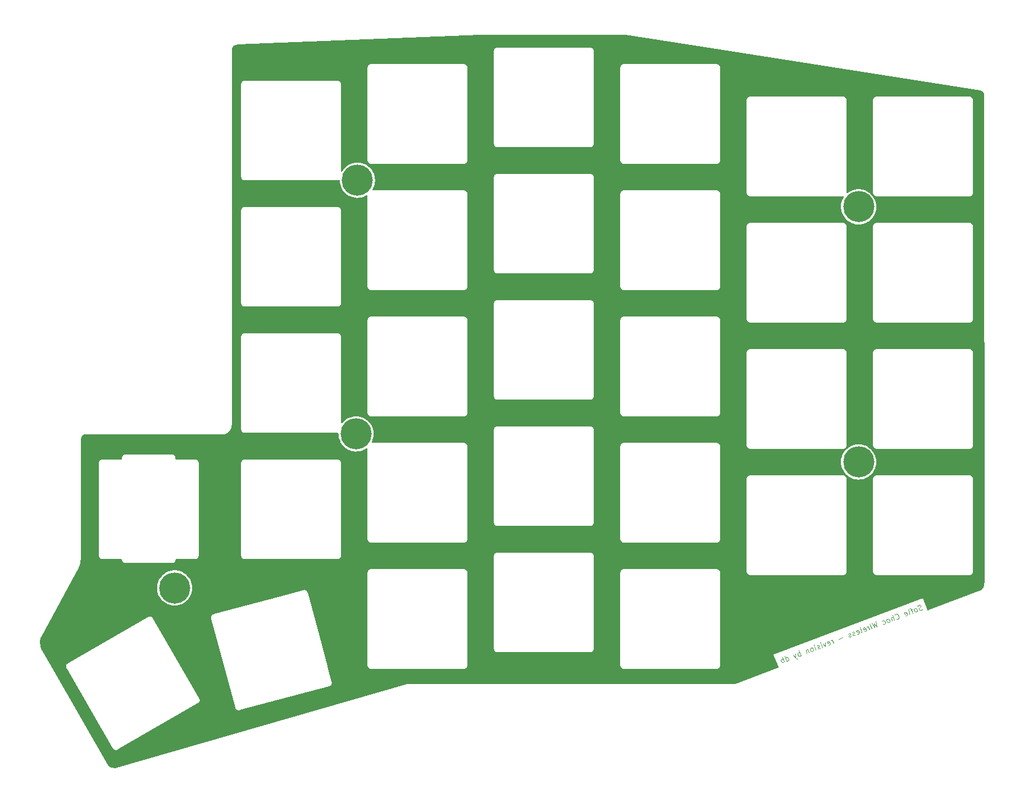
<source format=gbr>
G04 #@! TF.GenerationSoftware,KiCad,Pcbnew,(6.0.5)*
G04 #@! TF.CreationDate,2022-12-06T20:58:20-06:00*
G04 #@! TF.ProjectId,SofleKeyboardTopPlate,536f666c-654b-4657-9962-6f617264546f,rev?*
G04 #@! TF.SameCoordinates,Original*
G04 #@! TF.FileFunction,Copper,L2,Bot*
G04 #@! TF.FilePolarity,Positive*
%FSLAX46Y46*%
G04 Gerber Fmt 4.6, Leading zero omitted, Abs format (unit mm)*
G04 Created by KiCad (PCBNEW (6.0.5)) date 2022-12-06 20:58:20*
%MOMM*%
%LPD*%
G01*
G04 APERTURE LIST*
%ADD10C,0.100000*%
G04 #@! TA.AperFunction,NonConductor*
%ADD11C,0.100000*%
G04 #@! TD*
G04 #@! TA.AperFunction,ComponentPad*
%ADD12C,4.700000*%
G04 #@! TD*
G04 APERTURE END LIST*
D10*
D11*
X215665871Y-122229923D02*
X215572562Y-122306119D01*
X215394500Y-122373759D01*
X215309747Y-122365202D01*
X215260607Y-122343118D01*
X215197939Y-122285421D01*
X215170883Y-122214196D01*
X215179440Y-122129443D01*
X215201524Y-122080303D01*
X215259221Y-122017635D01*
X215388143Y-121927911D01*
X215445840Y-121865243D01*
X215467924Y-121816102D01*
X215476481Y-121731350D01*
X215449425Y-121660125D01*
X215386757Y-121602428D01*
X215337617Y-121580343D01*
X215252864Y-121571787D01*
X215074802Y-121639426D01*
X214981493Y-121715622D01*
X214824701Y-122590205D02*
X214882398Y-122527537D01*
X214904483Y-122478396D01*
X214913040Y-122393644D01*
X214831872Y-122179969D01*
X214769204Y-122122272D01*
X214720064Y-122100188D01*
X214635311Y-122091631D01*
X214528474Y-122132215D01*
X214470777Y-122194883D01*
X214448692Y-122244023D01*
X214440136Y-122328776D01*
X214521303Y-122542451D01*
X214583971Y-122600147D01*
X214633112Y-122622232D01*
X214717864Y-122630789D01*
X214824701Y-122590205D01*
X214172350Y-122267494D02*
X213887451Y-122375717D01*
X214254903Y-122806651D02*
X214011401Y-122165628D01*
X213948733Y-122107931D01*
X213863980Y-122099374D01*
X213792755Y-122126430D01*
X213720717Y-123009569D02*
X213778414Y-122946901D01*
X213786970Y-122862148D01*
X213543468Y-122221125D01*
X213137390Y-123190403D02*
X213222143Y-123198960D01*
X213364593Y-123144848D01*
X213422290Y-123082180D01*
X213430846Y-122997427D01*
X213322623Y-122712528D01*
X213259955Y-122654831D01*
X213175202Y-122646275D01*
X213032753Y-122700386D01*
X212975056Y-122763054D01*
X212966499Y-122847807D01*
X212993555Y-122919032D01*
X213376735Y-122854978D01*
X211770591Y-123668850D02*
X211819731Y-123690935D01*
X211940096Y-123685964D01*
X212011321Y-123658908D01*
X212104631Y-123582712D01*
X212148800Y-123484431D01*
X212157356Y-123399678D01*
X212138857Y-123243701D01*
X212098274Y-123136864D01*
X212008550Y-123007942D01*
X211945881Y-122950245D01*
X211847601Y-122906076D01*
X211727236Y-122911047D01*
X211656011Y-122938103D01*
X211562702Y-123014299D01*
X211540617Y-123063439D01*
X211477135Y-123861826D02*
X211193050Y-123113966D01*
X211156624Y-123983577D02*
X211007817Y-123591841D01*
X211016373Y-123507088D01*
X211074070Y-123444420D01*
X211180908Y-123403836D01*
X211265660Y-123412393D01*
X211314801Y-123434477D01*
X210693662Y-124159440D02*
X210751359Y-124096771D01*
X210773444Y-124047631D01*
X210782000Y-123962878D01*
X210700833Y-123749204D01*
X210638165Y-123691507D01*
X210589025Y-123669422D01*
X210504272Y-123660866D01*
X210397435Y-123701449D01*
X210339738Y-123764118D01*
X210317653Y-123813258D01*
X210309097Y-123898011D01*
X210390264Y-124111685D01*
X210452932Y-124169382D01*
X210502072Y-124191467D01*
X210586825Y-124200023D01*
X210693662Y-124159440D01*
X209789824Y-124462024D02*
X209874577Y-124470581D01*
X210017027Y-124416469D01*
X210074723Y-124353801D01*
X210096808Y-124304661D01*
X210105365Y-124219908D01*
X210024197Y-124006234D01*
X209961529Y-123948537D01*
X209912389Y-123926452D01*
X209827636Y-123917896D01*
X209685187Y-123972007D01*
X209627490Y-124034675D01*
X208700181Y-124060917D02*
X208806205Y-124876417D01*
X208460837Y-124396343D01*
X208521305Y-124984640D01*
X208059158Y-124304419D01*
X208058344Y-125160503D02*
X207868954Y-124661929D01*
X207774259Y-124412642D02*
X207823399Y-124434727D01*
X207801314Y-124483867D01*
X207752174Y-124461783D01*
X207774259Y-124412642D01*
X207801314Y-124483867D01*
X207702220Y-125295782D02*
X207512830Y-124797208D01*
X207566941Y-124939658D02*
X207504273Y-124881961D01*
X207455133Y-124859876D01*
X207370380Y-124851320D01*
X207299155Y-124878375D01*
X206940832Y-125544255D02*
X207025584Y-125552812D01*
X207168034Y-125498700D01*
X207225731Y-125436032D01*
X207234288Y-125351279D01*
X207126064Y-125066380D01*
X207063396Y-125008683D01*
X206978644Y-125000126D01*
X206836194Y-125054238D01*
X206778497Y-125116906D01*
X206769940Y-125201659D01*
X206796996Y-125272884D01*
X207180176Y-125208830D01*
X206491398Y-125755730D02*
X206549095Y-125693062D01*
X206557652Y-125608309D01*
X206314150Y-124967286D01*
X205908072Y-125936564D02*
X205992825Y-125945120D01*
X206135274Y-125891009D01*
X206192971Y-125828341D01*
X206201528Y-125743588D01*
X206093305Y-125458689D01*
X206030637Y-125400992D01*
X205945884Y-125392435D01*
X205803434Y-125446547D01*
X205745737Y-125509215D01*
X205737181Y-125593967D01*
X205764236Y-125665192D01*
X206147416Y-125601138D01*
X205587560Y-126058315D02*
X205529863Y-126120983D01*
X205387414Y-126175094D01*
X205302661Y-126166538D01*
X205239993Y-126108841D01*
X205226465Y-126073228D01*
X205235022Y-125988476D01*
X205292718Y-125925807D01*
X205399556Y-125885224D01*
X205457253Y-125822556D01*
X205465809Y-125737803D01*
X205452281Y-125702191D01*
X205389613Y-125644494D01*
X205304860Y-125635937D01*
X205198023Y-125676521D01*
X205140326Y-125739189D01*
X204982149Y-126288289D02*
X204924452Y-126350957D01*
X204782003Y-126405068D01*
X204697250Y-126396512D01*
X204634582Y-126338815D01*
X204621054Y-126303202D01*
X204629611Y-126218450D01*
X204687308Y-126155781D01*
X204794145Y-126115198D01*
X204851842Y-126052530D01*
X204860398Y-125967777D01*
X204846870Y-125932165D01*
X204784202Y-125874468D01*
X204699450Y-125865911D01*
X204592612Y-125906495D01*
X204534915Y-125969163D01*
X203676632Y-126498950D02*
X203106834Y-126715396D01*
X202289134Y-127352020D02*
X202099744Y-126853447D01*
X202153855Y-126995896D02*
X202091187Y-126938199D01*
X202042047Y-126916115D01*
X201957294Y-126907558D01*
X201886069Y-126934614D01*
X201527746Y-127600493D02*
X201612499Y-127609050D01*
X201754948Y-127554938D01*
X201812645Y-127492270D01*
X201821202Y-127407518D01*
X201712979Y-127122618D01*
X201650310Y-127064921D01*
X201565558Y-127056365D01*
X201423108Y-127110476D01*
X201365411Y-127173145D01*
X201356855Y-127257897D01*
X201383910Y-127329122D01*
X201767090Y-127265068D01*
X201066984Y-127245755D02*
X201078312Y-127811968D01*
X200710860Y-127381034D01*
X200615351Y-127987831D02*
X200425961Y-127489257D01*
X200331266Y-127239970D02*
X200380406Y-127262055D01*
X200358321Y-127311195D01*
X200309181Y-127289111D01*
X200331266Y-127239970D01*
X200358321Y-127311195D01*
X200281312Y-128073969D02*
X200223615Y-128136638D01*
X200081165Y-128190749D01*
X199996412Y-128182192D01*
X199933744Y-128124495D01*
X199920216Y-128088883D01*
X199928773Y-128004130D01*
X199986470Y-127941462D01*
X200093307Y-127900879D01*
X200151004Y-127838210D01*
X200159561Y-127753458D01*
X200146033Y-127717845D01*
X200083365Y-127660148D01*
X199998612Y-127651592D01*
X199891775Y-127692175D01*
X199834078Y-127754844D01*
X199653816Y-128353084D02*
X199464426Y-127854510D01*
X199369731Y-127605223D02*
X199418871Y-127627308D01*
X199396786Y-127676448D01*
X199347646Y-127654363D01*
X199369731Y-127605223D01*
X199396786Y-127676448D01*
X199190855Y-128528946D02*
X199248552Y-128466278D01*
X199270636Y-128417138D01*
X199279193Y-128332385D01*
X199198026Y-128118711D01*
X199135357Y-128061014D01*
X199086217Y-128038929D01*
X199001465Y-128030372D01*
X198894627Y-128070956D01*
X198836930Y-128133624D01*
X198814846Y-128182765D01*
X198806289Y-128267517D01*
X198887457Y-128481192D01*
X198950125Y-128538889D01*
X198999265Y-128560973D01*
X199084018Y-128569530D01*
X199190855Y-128528946D01*
X198431666Y-128246819D02*
X198621056Y-128745392D01*
X198458722Y-128318043D02*
X198409581Y-128295959D01*
X198324829Y-128287402D01*
X198217992Y-128327986D01*
X198160295Y-128390654D01*
X198151738Y-128475407D01*
X198300545Y-128867143D01*
X197374622Y-129218868D02*
X197090537Y-128471008D01*
X197198760Y-128755907D02*
X197114007Y-128747350D01*
X196971557Y-128801462D01*
X196913860Y-128864130D01*
X196891776Y-128913270D01*
X196883219Y-128998023D01*
X196964387Y-129211697D01*
X197027055Y-129269394D01*
X197076195Y-129291479D01*
X197160948Y-129300036D01*
X197303397Y-129245924D01*
X197361094Y-129183256D01*
X196579821Y-128950269D02*
X196591149Y-129516482D01*
X196223697Y-129085547D02*
X196591149Y-129516482D01*
X196730013Y-129667488D01*
X196779154Y-129689572D01*
X196863906Y-129698129D01*
X195237878Y-130030541D02*
X194953792Y-129282681D01*
X195224350Y-129994929D02*
X195309103Y-130003486D01*
X195451552Y-129949374D01*
X195509249Y-129886706D01*
X195531334Y-129837566D01*
X195539890Y-129752813D01*
X195458723Y-129539138D01*
X195396055Y-129481441D01*
X195346914Y-129459357D01*
X195262162Y-129450800D01*
X195119712Y-129504912D01*
X195062015Y-129567580D01*
X194881754Y-130165820D02*
X194597668Y-129417960D01*
X194705891Y-129702859D02*
X194621138Y-129694302D01*
X194478689Y-129748414D01*
X194420992Y-129811082D01*
X194398907Y-129860222D01*
X194390351Y-129944975D01*
X194471518Y-130158649D01*
X194534186Y-130216346D01*
X194583327Y-130238431D01*
X194668079Y-130246987D01*
X194810529Y-130192876D01*
X194868226Y-130130208D01*
D12*
X206097200Y-61503600D03*
X130555000Y-57495000D03*
X206097200Y-100003600D03*
X130355000Y-95775000D03*
X103000000Y-119000000D03*
G04 #@! TA.AperFunction,NonConductor*
G36*
X171017089Y-35513640D02*
G01*
X184035654Y-37567685D01*
X224463867Y-43946374D01*
X224475480Y-43948771D01*
X224592981Y-43978853D01*
X224614234Y-43986376D01*
X224696281Y-44023985D01*
X224715529Y-44034950D01*
X224788901Y-44085781D01*
X224805697Y-44099716D01*
X224869121Y-44162370D01*
X224883196Y-44178904D01*
X224934940Y-44251543D01*
X224946007Y-44270333D01*
X224984488Y-44350887D01*
X224992245Y-44371649D01*
X224999688Y-44398597D01*
X225016271Y-44458645D01*
X225020301Y-44480803D01*
X225026468Y-44548811D01*
X225031376Y-44602940D01*
X225031891Y-44614274D01*
X225032052Y-45074629D01*
X225057681Y-118271411D01*
X225055911Y-118292500D01*
X225052639Y-118311816D01*
X225053684Y-118320732D01*
X225053684Y-118320733D01*
X225054211Y-118325226D01*
X225054488Y-118351974D01*
X225039121Y-118511535D01*
X225035426Y-118531998D01*
X224987930Y-118709598D01*
X224980919Y-118729171D01*
X224904850Y-118896527D01*
X224894707Y-118914691D01*
X224838838Y-118997789D01*
X224798461Y-119057844D01*
X224792142Y-119067242D01*
X224779148Y-119083490D01*
X224652880Y-119217082D01*
X224637389Y-119230971D01*
X224490849Y-119341971D01*
X224473286Y-119353120D01*
X224337654Y-119424244D01*
X224321908Y-119430251D01*
X224322007Y-119430493D01*
X224313690Y-119433893D01*
X224304987Y-119436077D01*
X224297246Y-119440616D01*
X224297244Y-119440617D01*
X224287364Y-119446411D01*
X224268580Y-119455428D01*
X216617301Y-122377255D01*
X216546527Y-122382871D01*
X216483952Y-122349332D01*
X216454563Y-122304289D01*
X215785975Y-120544217D01*
X215785974Y-120544215D01*
X215779541Y-120527281D01*
X215766880Y-120532091D01*
X215766877Y-120532091D01*
X193313608Y-129061288D01*
X193313606Y-129061289D01*
X193296672Y-129067722D01*
X193301482Y-129080383D01*
X193301482Y-129080386D01*
X193986842Y-130884608D01*
X193992334Y-130955391D01*
X193958685Y-131017908D01*
X193914004Y-131047060D01*
X187525124Y-133486809D01*
X187480174Y-133495100D01*
X138301952Y-133495100D01*
X138282073Y-133493522D01*
X138276978Y-133492708D01*
X138259647Y-133489939D01*
X138221842Y-133494729D01*
X138218093Y-133495100D01*
X138214815Y-133495100D01*
X138210383Y-133495735D01*
X138210379Y-133495735D01*
X138195452Y-133497873D01*
X138184330Y-133499466D01*
X138182345Y-133499734D01*
X138174441Y-133500736D01*
X138153453Y-133503395D01*
X138153450Y-133503396D01*
X138148617Y-133504008D01*
X138145453Y-133504920D01*
X138141818Y-133505554D01*
X138133939Y-133506682D01*
X138116028Y-133509247D01*
X138116026Y-133509248D01*
X138107141Y-133510520D01*
X138088282Y-133519095D01*
X138082898Y-133521543D01*
X138065630Y-133527917D01*
X93999298Y-146223812D01*
X93941875Y-146226705D01*
X93582527Y-146161369D01*
X93565222Y-146156935D01*
X93275914Y-146060498D01*
X93233759Y-146036630D01*
X93060749Y-145888336D01*
X93033559Y-145855547D01*
X84368682Y-130808249D01*
X86634945Y-130808249D01*
X86637241Y-130835302D01*
X86637445Y-130837712D01*
X86637729Y-130854849D01*
X86636207Y-130884383D01*
X86638279Y-130893113D01*
X86638279Y-130893115D01*
X86642135Y-130909361D01*
X86645090Y-130927807D01*
X86646298Y-130942042D01*
X86647260Y-130953385D01*
X86657933Y-130980972D01*
X86663010Y-130997324D01*
X86669840Y-131026104D01*
X86679784Y-131043573D01*
X86686872Y-131056025D01*
X86687241Y-131056731D01*
X86687641Y-131057765D01*
X86689137Y-131060357D01*
X86689138Y-131060358D01*
X86703169Y-131084660D01*
X86703551Y-131085327D01*
X86741896Y-131152690D01*
X86742902Y-131153663D01*
X86743654Y-131154782D01*
X93703206Y-143209082D01*
X93703589Y-143209750D01*
X93741896Y-143277046D01*
X93748347Y-143283286D01*
X93748352Y-143283293D01*
X93763154Y-143297612D01*
X93774631Y-143310336D01*
X93787349Y-143326526D01*
X93792896Y-143333587D01*
X93800197Y-143338805D01*
X93800199Y-143338806D01*
X93813785Y-143348514D01*
X93828133Y-143360469D01*
X93840131Y-143372076D01*
X93840133Y-143372078D01*
X93846586Y-143378320D01*
X93854527Y-143382498D01*
X93854530Y-143382500D01*
X93864267Y-143387622D01*
X93872761Y-143392091D01*
X93887348Y-143401083D01*
X93911404Y-143418274D01*
X93919873Y-143421232D01*
X93919880Y-143421235D01*
X93935645Y-143426740D01*
X93952769Y-143434185D01*
X93975491Y-143446140D01*
X93984292Y-143447922D01*
X93984296Y-143447924D01*
X94004473Y-143452011D01*
X94021001Y-143456548D01*
X94040439Y-143463336D01*
X94040444Y-143463337D01*
X94048917Y-143466296D01*
X94057882Y-143466758D01*
X94065704Y-143467161D01*
X94074556Y-143467617D01*
X94093086Y-143469958D01*
X94105907Y-143472555D01*
X94118249Y-143475055D01*
X94147715Y-143472555D01*
X94164848Y-143472271D01*
X94194382Y-143473793D01*
X94219369Y-143467863D01*
X94237804Y-143464910D01*
X94246019Y-143464213D01*
X94254442Y-143463499D01*
X94254443Y-143463499D01*
X94263385Y-143462740D01*
X94279391Y-143456548D01*
X94290968Y-143452069D01*
X94307337Y-143446987D01*
X94327367Y-143442234D01*
X94327371Y-143442233D01*
X94336104Y-143440160D01*
X94366023Y-143423129D01*
X94366729Y-143422760D01*
X94367765Y-143422359D01*
X94370367Y-143420857D01*
X94370376Y-143420852D01*
X94394717Y-143406799D01*
X94395384Y-143406416D01*
X94455710Y-143372076D01*
X94462690Y-143368103D01*
X94463661Y-143367099D01*
X94464777Y-143366350D01*
X106519139Y-136406761D01*
X106519748Y-136406412D01*
X106587046Y-136368103D01*
X106607599Y-136346857D01*
X106620325Y-136335378D01*
X106636527Y-136322651D01*
X106636532Y-136322646D01*
X106643587Y-136317104D01*
X106648804Y-136309803D01*
X106648810Y-136309797D01*
X106658518Y-136296212D01*
X106670471Y-136281864D01*
X106682081Y-136269863D01*
X106682083Y-136269860D01*
X106688319Y-136263414D01*
X106702088Y-136237244D01*
X106711074Y-136222667D01*
X106723057Y-136205898D01*
X106723059Y-136205893D01*
X106728274Y-136198596D01*
X106736740Y-136174354D01*
X106744185Y-136157232D01*
X106751962Y-136142450D01*
X106756140Y-136134509D01*
X106757921Y-136125716D01*
X106757923Y-136125710D01*
X106762011Y-136105527D01*
X106766548Y-136088999D01*
X106773336Y-136069561D01*
X106773337Y-136069556D01*
X106776296Y-136061083D01*
X106777617Y-136035443D01*
X106779958Y-136016913D01*
X106783273Y-136000549D01*
X106783273Y-136000547D01*
X106785055Y-135991750D01*
X106782555Y-135962285D01*
X106782271Y-135945149D01*
X106783331Y-135924580D01*
X106783793Y-135915618D01*
X106781721Y-135906889D01*
X106781721Y-135906885D01*
X106777865Y-135890639D01*
X106774910Y-135872193D01*
X106773499Y-135855559D01*
X106773499Y-135855558D01*
X106772740Y-135846614D01*
X106762070Y-135819032D01*
X106756988Y-135802667D01*
X106752232Y-135782626D01*
X106752232Y-135782625D01*
X106750160Y-135773896D01*
X106733134Y-135743986D01*
X106732760Y-135743271D01*
X106732359Y-135742234D01*
X106716768Y-135715229D01*
X106716388Y-135714564D01*
X106680053Y-135650734D01*
X106680047Y-135650725D01*
X106678103Y-135647310D01*
X106677099Y-135646339D01*
X106676349Y-135645222D01*
X105999443Y-134472785D01*
X99716846Y-123591010D01*
X99716488Y-123590386D01*
X99682542Y-123530752D01*
X99678103Y-123522954D01*
X99656851Y-123502394D01*
X99645377Y-123489674D01*
X99636874Y-123478850D01*
X99627104Y-123466412D01*
X99619798Y-123461191D01*
X99606213Y-123451483D01*
X99591864Y-123439529D01*
X99584416Y-123432324D01*
X108513370Y-123432324D01*
X108515435Y-123451483D01*
X108516538Y-123461720D01*
X108517211Y-123478844D01*
X108516359Y-123508409D01*
X108518629Y-123517093D01*
X108525069Y-123541730D01*
X108525242Y-123542502D01*
X108525360Y-123543598D01*
X108533474Y-123573881D01*
X108553198Y-123649331D01*
X108553918Y-123650532D01*
X108554353Y-123651801D01*
X111971982Y-136406565D01*
X112156884Y-137096630D01*
X112156995Y-137097051D01*
X112176665Y-137172292D01*
X112181282Y-137179991D01*
X112191870Y-137197647D01*
X112199667Y-137212916D01*
X112207763Y-137231852D01*
X112207765Y-137231855D01*
X112211293Y-137240107D01*
X112216996Y-137247037D01*
X112216997Y-137247039D01*
X112227610Y-137259936D01*
X112238374Y-137275195D01*
X112251576Y-137297210D01*
X112273286Y-137317278D01*
X112285050Y-137329740D01*
X112298139Y-137345647D01*
X112298143Y-137345651D01*
X112303845Y-137352580D01*
X112311265Y-137357632D01*
X112311266Y-137357633D01*
X112325072Y-137367033D01*
X112339687Y-137378659D01*
X112358536Y-137396083D01*
X112366571Y-137400081D01*
X112366572Y-137400081D01*
X112385008Y-137409253D01*
X112399797Y-137417912D01*
X112424243Y-137434557D01*
X112448684Y-137442475D01*
X112465952Y-137449522D01*
X112488946Y-137460961D01*
X112497777Y-137462542D01*
X112497780Y-137462543D01*
X112514014Y-137465449D01*
X112518044Y-137466170D01*
X112534664Y-137470330D01*
X112562811Y-137479448D01*
X112579208Y-137479920D01*
X112588488Y-137480188D01*
X112607059Y-137482107D01*
X112632324Y-137486630D01*
X112661725Y-137483462D01*
X112678843Y-137482789D01*
X112708409Y-137483641D01*
X112717093Y-137481371D01*
X112741730Y-137474931D01*
X112742502Y-137474758D01*
X112743598Y-137474640D01*
X112773758Y-137466559D01*
X112773996Y-137466496D01*
X112849331Y-137446802D01*
X112850532Y-137446082D01*
X112851802Y-137445647D01*
X112852881Y-137445358D01*
X126296739Y-133843087D01*
X126297051Y-133843005D01*
X126372292Y-133823335D01*
X126379989Y-133818719D01*
X126379992Y-133818718D01*
X126397654Y-133808126D01*
X126412910Y-133800336D01*
X126440107Y-133788707D01*
X126459928Y-133772397D01*
X126475186Y-133761633D01*
X126489513Y-133753041D01*
X126489514Y-133753040D01*
X126497210Y-133748425D01*
X126517287Y-133726706D01*
X126529738Y-133714951D01*
X126552580Y-133696155D01*
X126567028Y-133674934D01*
X126578656Y-133660318D01*
X126589991Y-133648056D01*
X126589993Y-133648053D01*
X126596083Y-133641465D01*
X126600078Y-133633435D01*
X126600080Y-133633432D01*
X126609255Y-133614989D01*
X126617910Y-133600206D01*
X126634557Y-133575757D01*
X126642474Y-133551319D01*
X126649528Y-133534036D01*
X126656961Y-133519095D01*
X126660961Y-133511055D01*
X126666172Y-133481947D01*
X126670331Y-133465330D01*
X126676683Y-133445726D01*
X126676684Y-133445721D01*
X126679448Y-133437189D01*
X126680188Y-133411513D01*
X126682106Y-133392948D01*
X126686630Y-133367677D01*
X126683462Y-133338276D01*
X126682789Y-133321152D01*
X126683641Y-133291591D01*
X126674931Y-133258270D01*
X126674758Y-133257498D01*
X126674640Y-133256402D01*
X126666526Y-133226119D01*
X126646802Y-133150669D01*
X126646082Y-133149468D01*
X126645647Y-133148198D01*
X126126028Y-131208952D01*
X126008336Y-130769721D01*
X132091024Y-130769721D01*
X132093491Y-130778352D01*
X132099150Y-130798153D01*
X132102728Y-130814915D01*
X132106920Y-130844187D01*
X132110634Y-130852355D01*
X132110634Y-130852356D01*
X132117548Y-130867562D01*
X132123996Y-130885086D01*
X132131051Y-130909771D01*
X132135843Y-130917365D01*
X132135844Y-130917368D01*
X132146830Y-130934780D01*
X132154969Y-130949863D01*
X132167208Y-130976782D01*
X132173069Y-130983584D01*
X132183970Y-130996235D01*
X132195073Y-131011239D01*
X132208776Y-131032958D01*
X132215501Y-131038897D01*
X132215504Y-131038901D01*
X132230938Y-131052532D01*
X132242982Y-131064724D01*
X132256427Y-131080327D01*
X132256430Y-131080329D01*
X132262287Y-131087127D01*
X132269816Y-131092007D01*
X132269817Y-131092008D01*
X132283835Y-131101094D01*
X132298709Y-131112385D01*
X132311217Y-131123431D01*
X132317951Y-131129378D01*
X132344711Y-131141942D01*
X132359691Y-131150263D01*
X132376983Y-131161471D01*
X132376988Y-131161473D01*
X132384515Y-131166352D01*
X132393108Y-131168922D01*
X132393113Y-131168924D01*
X132409120Y-131173711D01*
X132426564Y-131180372D01*
X132441676Y-131187467D01*
X132441678Y-131187468D01*
X132449800Y-131191281D01*
X132458667Y-131192662D01*
X132458668Y-131192662D01*
X132461353Y-131193080D01*
X132479017Y-131195830D01*
X132495732Y-131199613D01*
X132515466Y-131205515D01*
X132515472Y-131205516D01*
X132524066Y-131208086D01*
X132533037Y-131208141D01*
X132533038Y-131208141D01*
X132543097Y-131208202D01*
X132558506Y-131208296D01*
X132559289Y-131208329D01*
X132560386Y-131208500D01*
X132591377Y-131208500D01*
X132592147Y-131208502D01*
X132665785Y-131208952D01*
X132665786Y-131208952D01*
X132669721Y-131208976D01*
X132671065Y-131208592D01*
X132672410Y-131208500D01*
X146591377Y-131208500D01*
X146592148Y-131208502D01*
X146669721Y-131208976D01*
X146698152Y-131200850D01*
X146714915Y-131197272D01*
X146715753Y-131197152D01*
X146744187Y-131193080D01*
X146767564Y-131182451D01*
X146785087Y-131176004D01*
X146809771Y-131168949D01*
X146817365Y-131164157D01*
X146817368Y-131164156D01*
X146834780Y-131153170D01*
X146849865Y-131145030D01*
X146876782Y-131132792D01*
X146896235Y-131116030D01*
X146911239Y-131104927D01*
X146932958Y-131091224D01*
X146938897Y-131084499D01*
X146938901Y-131084496D01*
X146952532Y-131069062D01*
X146964724Y-131057018D01*
X146980327Y-131043573D01*
X146980329Y-131043570D01*
X146987127Y-131037713D01*
X146996051Y-131023946D01*
X147001094Y-131016165D01*
X147012385Y-131001291D01*
X147023431Y-130988783D01*
X147023432Y-130988782D01*
X147029378Y-130982049D01*
X147041943Y-130955287D01*
X147050263Y-130940309D01*
X147061471Y-130923017D01*
X147061473Y-130923012D01*
X147066352Y-130915485D01*
X147068922Y-130906892D01*
X147068924Y-130906887D01*
X147073711Y-130890880D01*
X147080372Y-130873436D01*
X147087467Y-130858324D01*
X147087468Y-130858322D01*
X147091281Y-130850200D01*
X147095830Y-130820983D01*
X147099613Y-130804268D01*
X147105515Y-130784534D01*
X147105516Y-130784528D01*
X147108086Y-130775934D01*
X147108124Y-130769721D01*
X170191024Y-130769721D01*
X170193491Y-130778352D01*
X170199150Y-130798153D01*
X170202728Y-130814915D01*
X170206920Y-130844187D01*
X170210634Y-130852355D01*
X170210634Y-130852356D01*
X170217548Y-130867562D01*
X170223996Y-130885086D01*
X170231051Y-130909771D01*
X170235843Y-130917365D01*
X170235844Y-130917368D01*
X170246830Y-130934780D01*
X170254969Y-130949863D01*
X170267208Y-130976782D01*
X170273069Y-130983584D01*
X170283970Y-130996235D01*
X170295073Y-131011239D01*
X170308776Y-131032958D01*
X170315501Y-131038897D01*
X170315504Y-131038901D01*
X170330938Y-131052532D01*
X170342982Y-131064724D01*
X170356427Y-131080327D01*
X170356430Y-131080329D01*
X170362287Y-131087127D01*
X170369816Y-131092007D01*
X170369817Y-131092008D01*
X170383835Y-131101094D01*
X170398709Y-131112385D01*
X170411217Y-131123431D01*
X170417951Y-131129378D01*
X170444711Y-131141942D01*
X170459691Y-131150263D01*
X170476983Y-131161471D01*
X170476988Y-131161473D01*
X170484515Y-131166352D01*
X170493108Y-131168922D01*
X170493113Y-131168924D01*
X170509120Y-131173711D01*
X170526564Y-131180372D01*
X170541676Y-131187467D01*
X170541678Y-131187468D01*
X170549800Y-131191281D01*
X170558667Y-131192662D01*
X170558668Y-131192662D01*
X170561353Y-131193080D01*
X170579017Y-131195830D01*
X170595732Y-131199613D01*
X170615466Y-131205515D01*
X170615472Y-131205516D01*
X170624066Y-131208086D01*
X170633037Y-131208141D01*
X170633038Y-131208141D01*
X170643097Y-131208202D01*
X170658506Y-131208296D01*
X170659289Y-131208329D01*
X170660386Y-131208500D01*
X170691377Y-131208500D01*
X170692147Y-131208502D01*
X170765785Y-131208952D01*
X170765786Y-131208952D01*
X170769721Y-131208976D01*
X170771065Y-131208592D01*
X170772410Y-131208500D01*
X184691377Y-131208500D01*
X184692148Y-131208502D01*
X184769721Y-131208976D01*
X184798152Y-131200850D01*
X184814915Y-131197272D01*
X184815753Y-131197152D01*
X184844187Y-131193080D01*
X184867564Y-131182451D01*
X184885087Y-131176004D01*
X184909771Y-131168949D01*
X184917365Y-131164157D01*
X184917368Y-131164156D01*
X184934780Y-131153170D01*
X184949865Y-131145030D01*
X184976782Y-131132792D01*
X184996235Y-131116030D01*
X185011239Y-131104927D01*
X185032958Y-131091224D01*
X185038897Y-131084499D01*
X185038901Y-131084496D01*
X185052532Y-131069062D01*
X185064724Y-131057018D01*
X185080327Y-131043573D01*
X185080329Y-131043570D01*
X185087127Y-131037713D01*
X185096051Y-131023946D01*
X185101094Y-131016165D01*
X185112385Y-131001291D01*
X185123431Y-130988783D01*
X185123432Y-130988782D01*
X185129378Y-130982049D01*
X185141943Y-130955287D01*
X185150263Y-130940309D01*
X185161471Y-130923017D01*
X185161473Y-130923012D01*
X185166352Y-130915485D01*
X185168922Y-130906892D01*
X185168924Y-130906887D01*
X185173711Y-130890880D01*
X185180372Y-130873436D01*
X185187467Y-130858324D01*
X185187468Y-130858322D01*
X185191281Y-130850200D01*
X185195830Y-130820983D01*
X185199613Y-130804268D01*
X185205515Y-130784534D01*
X185205516Y-130784528D01*
X185208086Y-130775934D01*
X185208296Y-130741494D01*
X185208329Y-130740711D01*
X185208500Y-130739614D01*
X185208500Y-130708623D01*
X185208502Y-130707853D01*
X185208952Y-130634215D01*
X185208952Y-130634214D01*
X185208976Y-130630279D01*
X185208592Y-130628935D01*
X185208500Y-130627590D01*
X185208500Y-116708623D01*
X185208502Y-116707853D01*
X185208549Y-116700200D01*
X185208976Y-116630279D01*
X185205958Y-116619721D01*
X189241024Y-116619721D01*
X189243491Y-116628352D01*
X189249150Y-116648153D01*
X189252728Y-116664915D01*
X189256920Y-116694187D01*
X189260634Y-116702355D01*
X189260634Y-116702356D01*
X189267548Y-116717562D01*
X189273996Y-116735086D01*
X189281051Y-116759771D01*
X189285843Y-116767365D01*
X189285844Y-116767368D01*
X189296830Y-116784780D01*
X189304969Y-116799863D01*
X189317208Y-116826782D01*
X189323069Y-116833584D01*
X189333970Y-116846235D01*
X189345073Y-116861239D01*
X189358776Y-116882958D01*
X189365501Y-116888897D01*
X189365504Y-116888901D01*
X189380938Y-116902532D01*
X189392982Y-116914724D01*
X189406427Y-116930327D01*
X189406430Y-116930329D01*
X189412287Y-116937127D01*
X189419816Y-116942007D01*
X189419817Y-116942008D01*
X189433835Y-116951094D01*
X189448709Y-116962385D01*
X189461217Y-116973431D01*
X189467951Y-116979378D01*
X189494711Y-116991942D01*
X189509691Y-117000263D01*
X189526983Y-117011471D01*
X189526988Y-117011473D01*
X189534515Y-117016352D01*
X189543108Y-117018922D01*
X189543113Y-117018924D01*
X189559120Y-117023711D01*
X189576564Y-117030372D01*
X189591676Y-117037467D01*
X189591678Y-117037468D01*
X189599800Y-117041281D01*
X189608667Y-117042662D01*
X189608668Y-117042662D01*
X189611353Y-117043080D01*
X189629017Y-117045830D01*
X189645732Y-117049613D01*
X189665466Y-117055515D01*
X189665472Y-117055516D01*
X189674066Y-117058086D01*
X189683037Y-117058141D01*
X189683038Y-117058141D01*
X189693097Y-117058202D01*
X189708506Y-117058296D01*
X189709289Y-117058329D01*
X189710386Y-117058500D01*
X189741377Y-117058500D01*
X189742147Y-117058502D01*
X189815785Y-117058952D01*
X189815786Y-117058952D01*
X189819721Y-117058976D01*
X189821065Y-117058592D01*
X189822410Y-117058500D01*
X203741377Y-117058500D01*
X203742148Y-117058502D01*
X203819721Y-117058976D01*
X203848152Y-117050850D01*
X203864915Y-117047272D01*
X203865753Y-117047152D01*
X203894187Y-117043080D01*
X203917564Y-117032451D01*
X203935087Y-117026004D01*
X203959771Y-117018949D01*
X203967365Y-117014157D01*
X203967368Y-117014156D01*
X203984780Y-117003170D01*
X203999865Y-116995030D01*
X204026782Y-116982792D01*
X204046235Y-116966030D01*
X204061239Y-116954927D01*
X204082958Y-116941224D01*
X204088897Y-116934499D01*
X204088901Y-116934496D01*
X204102532Y-116919062D01*
X204114724Y-116907018D01*
X204130327Y-116893573D01*
X204130329Y-116893570D01*
X204137127Y-116887713D01*
X204151094Y-116866165D01*
X204162385Y-116851291D01*
X204173431Y-116838783D01*
X204173432Y-116838782D01*
X204179378Y-116832049D01*
X204191943Y-116805287D01*
X204200263Y-116790309D01*
X204211471Y-116773017D01*
X204211473Y-116773012D01*
X204216352Y-116765485D01*
X204218922Y-116756892D01*
X204218924Y-116756887D01*
X204223711Y-116740880D01*
X204230372Y-116723436D01*
X204237467Y-116708324D01*
X204237468Y-116708322D01*
X204241281Y-116700200D01*
X204245830Y-116670983D01*
X204249613Y-116654268D01*
X204255515Y-116634534D01*
X204255516Y-116634528D01*
X204258086Y-116625934D01*
X204258124Y-116619721D01*
X208291024Y-116619721D01*
X208293491Y-116628352D01*
X208299150Y-116648153D01*
X208302728Y-116664915D01*
X208306920Y-116694187D01*
X208310634Y-116702355D01*
X208310634Y-116702356D01*
X208317548Y-116717562D01*
X208323996Y-116735086D01*
X208331051Y-116759771D01*
X208335843Y-116767365D01*
X208335844Y-116767368D01*
X208346830Y-116784780D01*
X208354969Y-116799863D01*
X208367208Y-116826782D01*
X208373069Y-116833584D01*
X208383970Y-116846235D01*
X208395073Y-116861239D01*
X208408776Y-116882958D01*
X208415501Y-116888897D01*
X208415504Y-116888901D01*
X208430938Y-116902532D01*
X208442982Y-116914724D01*
X208456427Y-116930327D01*
X208456430Y-116930329D01*
X208462287Y-116937127D01*
X208469816Y-116942007D01*
X208469817Y-116942008D01*
X208483835Y-116951094D01*
X208498709Y-116962385D01*
X208511217Y-116973431D01*
X208517951Y-116979378D01*
X208544711Y-116991942D01*
X208559691Y-117000263D01*
X208576983Y-117011471D01*
X208576988Y-117011473D01*
X208584515Y-117016352D01*
X208593108Y-117018922D01*
X208593113Y-117018924D01*
X208609120Y-117023711D01*
X208626564Y-117030372D01*
X208641676Y-117037467D01*
X208641678Y-117037468D01*
X208649800Y-117041281D01*
X208658667Y-117042662D01*
X208658668Y-117042662D01*
X208661353Y-117043080D01*
X208679017Y-117045830D01*
X208695732Y-117049613D01*
X208715466Y-117055515D01*
X208715472Y-117055516D01*
X208724066Y-117058086D01*
X208733037Y-117058141D01*
X208733038Y-117058141D01*
X208743097Y-117058202D01*
X208758506Y-117058296D01*
X208759289Y-117058329D01*
X208760386Y-117058500D01*
X208791377Y-117058500D01*
X208792147Y-117058502D01*
X208865785Y-117058952D01*
X208865786Y-117058952D01*
X208869721Y-117058976D01*
X208871065Y-117058592D01*
X208872410Y-117058500D01*
X222791377Y-117058500D01*
X222792148Y-117058502D01*
X222869721Y-117058976D01*
X222898152Y-117050850D01*
X222914915Y-117047272D01*
X222915753Y-117047152D01*
X222944187Y-117043080D01*
X222967564Y-117032451D01*
X222985087Y-117026004D01*
X223009771Y-117018949D01*
X223017365Y-117014157D01*
X223017368Y-117014156D01*
X223034780Y-117003170D01*
X223049865Y-116995030D01*
X223076782Y-116982792D01*
X223096235Y-116966030D01*
X223111239Y-116954927D01*
X223132958Y-116941224D01*
X223138897Y-116934499D01*
X223138901Y-116934496D01*
X223152532Y-116919062D01*
X223164724Y-116907018D01*
X223180327Y-116893573D01*
X223180329Y-116893570D01*
X223187127Y-116887713D01*
X223201094Y-116866165D01*
X223212385Y-116851291D01*
X223223431Y-116838783D01*
X223223432Y-116838782D01*
X223229378Y-116832049D01*
X223241943Y-116805287D01*
X223250263Y-116790309D01*
X223261471Y-116773017D01*
X223261473Y-116773012D01*
X223266352Y-116765485D01*
X223268922Y-116756892D01*
X223268924Y-116756887D01*
X223273711Y-116740880D01*
X223280372Y-116723436D01*
X223287467Y-116708324D01*
X223287468Y-116708322D01*
X223291281Y-116700200D01*
X223295830Y-116670983D01*
X223299613Y-116654268D01*
X223305515Y-116634534D01*
X223305516Y-116634528D01*
X223308086Y-116625934D01*
X223308296Y-116591494D01*
X223308329Y-116590711D01*
X223308500Y-116589614D01*
X223308500Y-116558623D01*
X223308502Y-116557853D01*
X223308952Y-116484215D01*
X223308952Y-116484214D01*
X223308976Y-116480279D01*
X223308592Y-116478935D01*
X223308500Y-116477590D01*
X223308500Y-102558623D01*
X223308502Y-102557853D01*
X223308800Y-102509102D01*
X223308976Y-102480279D01*
X223300850Y-102451847D01*
X223297272Y-102435085D01*
X223294352Y-102414698D01*
X223293080Y-102405813D01*
X223282451Y-102382436D01*
X223276004Y-102364913D01*
X223271416Y-102348862D01*
X223268949Y-102340229D01*
X223264156Y-102332632D01*
X223253170Y-102315220D01*
X223245030Y-102300135D01*
X223242564Y-102294711D01*
X223232792Y-102273218D01*
X223216030Y-102253765D01*
X223204927Y-102238761D01*
X223191224Y-102217042D01*
X223184499Y-102211103D01*
X223184496Y-102211099D01*
X223169062Y-102197468D01*
X223157018Y-102185276D01*
X223143573Y-102169673D01*
X223143570Y-102169671D01*
X223137713Y-102162873D01*
X223124009Y-102153990D01*
X223116165Y-102148906D01*
X223101291Y-102137615D01*
X223088783Y-102126569D01*
X223088782Y-102126568D01*
X223082049Y-102120622D01*
X223055287Y-102108057D01*
X223040309Y-102099737D01*
X223023017Y-102088529D01*
X223023012Y-102088527D01*
X223015485Y-102083648D01*
X223006892Y-102081078D01*
X223006887Y-102081076D01*
X222990880Y-102076289D01*
X222973436Y-102069628D01*
X222958324Y-102062533D01*
X222958322Y-102062532D01*
X222950200Y-102058719D01*
X222941333Y-102057338D01*
X222941332Y-102057338D01*
X222930478Y-102055648D01*
X222920983Y-102054170D01*
X222904268Y-102050387D01*
X222884534Y-102044485D01*
X222884528Y-102044484D01*
X222875934Y-102041914D01*
X222866963Y-102041859D01*
X222866962Y-102041859D01*
X222856903Y-102041798D01*
X222841494Y-102041704D01*
X222840711Y-102041671D01*
X222839614Y-102041500D01*
X222808623Y-102041500D01*
X222807853Y-102041498D01*
X222734215Y-102041048D01*
X222734214Y-102041048D01*
X222730279Y-102041024D01*
X222728935Y-102041408D01*
X222727590Y-102041500D01*
X208808623Y-102041500D01*
X208807853Y-102041498D01*
X208807037Y-102041493D01*
X208730279Y-102041024D01*
X208707918Y-102047415D01*
X208701847Y-102049150D01*
X208685085Y-102052728D01*
X208655813Y-102056920D01*
X208647645Y-102060634D01*
X208647644Y-102060634D01*
X208632438Y-102067548D01*
X208614914Y-102073996D01*
X208590229Y-102081051D01*
X208582635Y-102085843D01*
X208582632Y-102085844D01*
X208565220Y-102096830D01*
X208550137Y-102104969D01*
X208523218Y-102117208D01*
X208516416Y-102123069D01*
X208503765Y-102133970D01*
X208488761Y-102145073D01*
X208467042Y-102158776D01*
X208461103Y-102165501D01*
X208461099Y-102165504D01*
X208447468Y-102180938D01*
X208435276Y-102192982D01*
X208419673Y-102206427D01*
X208419671Y-102206430D01*
X208412873Y-102212287D01*
X208407993Y-102219816D01*
X208407992Y-102219817D01*
X208398906Y-102233835D01*
X208387615Y-102248709D01*
X208376569Y-102261217D01*
X208370622Y-102267951D01*
X208364312Y-102281391D01*
X208358058Y-102294711D01*
X208349737Y-102309691D01*
X208338529Y-102326983D01*
X208338527Y-102326988D01*
X208333648Y-102334515D01*
X208331078Y-102343108D01*
X208331076Y-102343113D01*
X208326289Y-102359120D01*
X208319628Y-102376564D01*
X208312533Y-102391676D01*
X208308719Y-102399800D01*
X208307338Y-102408667D01*
X208307338Y-102408668D01*
X208304170Y-102429015D01*
X208300387Y-102445732D01*
X208294485Y-102465466D01*
X208294484Y-102465472D01*
X208291914Y-102474066D01*
X208291859Y-102483037D01*
X208291859Y-102483038D01*
X208291704Y-102508497D01*
X208291671Y-102509289D01*
X208291500Y-102510386D01*
X208291500Y-102541377D01*
X208291498Y-102542147D01*
X208291024Y-102619721D01*
X208291408Y-102621065D01*
X208291500Y-102622410D01*
X208291500Y-116541377D01*
X208291498Y-116542147D01*
X208291024Y-116619721D01*
X204258124Y-116619721D01*
X204258296Y-116591494D01*
X204258329Y-116590711D01*
X204258500Y-116589614D01*
X204258500Y-116558623D01*
X204258502Y-116557853D01*
X204258952Y-116484215D01*
X204258952Y-116484214D01*
X204258976Y-116480279D01*
X204258592Y-116478935D01*
X204258500Y-116477590D01*
X204258500Y-102558623D01*
X204258502Y-102557853D01*
X204258800Y-102509102D01*
X204258976Y-102480279D01*
X204250850Y-102451847D01*
X204247272Y-102435085D01*
X204244352Y-102414698D01*
X204243080Y-102405813D01*
X204232451Y-102382436D01*
X204226004Y-102364913D01*
X204221416Y-102348862D01*
X204218949Y-102340229D01*
X204214156Y-102332632D01*
X204203170Y-102315220D01*
X204195030Y-102300135D01*
X204192564Y-102294711D01*
X204182792Y-102273218D01*
X204166030Y-102253765D01*
X204154927Y-102238761D01*
X204141224Y-102217042D01*
X204134499Y-102211103D01*
X204134496Y-102211099D01*
X204119062Y-102197468D01*
X204107018Y-102185276D01*
X204093573Y-102169673D01*
X204093570Y-102169671D01*
X204087713Y-102162873D01*
X204074009Y-102153990D01*
X204066165Y-102148906D01*
X204051291Y-102137615D01*
X204038783Y-102126569D01*
X204038782Y-102126568D01*
X204032049Y-102120622D01*
X204005287Y-102108057D01*
X203990309Y-102099737D01*
X203973017Y-102088529D01*
X203973012Y-102088527D01*
X203965485Y-102083648D01*
X203956892Y-102081078D01*
X203956887Y-102081076D01*
X203940880Y-102076289D01*
X203923436Y-102069628D01*
X203908324Y-102062533D01*
X203908322Y-102062532D01*
X203900200Y-102058719D01*
X203891333Y-102057338D01*
X203891332Y-102057338D01*
X203880478Y-102055648D01*
X203870983Y-102054170D01*
X203854268Y-102050387D01*
X203834534Y-102044485D01*
X203834528Y-102044484D01*
X203825934Y-102041914D01*
X203816963Y-102041859D01*
X203816962Y-102041859D01*
X203806903Y-102041798D01*
X203791494Y-102041704D01*
X203790711Y-102041671D01*
X203789614Y-102041500D01*
X203758623Y-102041500D01*
X203757853Y-102041498D01*
X203684215Y-102041048D01*
X203684214Y-102041048D01*
X203680279Y-102041024D01*
X203678935Y-102041408D01*
X203677590Y-102041500D01*
X189758623Y-102041500D01*
X189757853Y-102041498D01*
X189757037Y-102041493D01*
X189680279Y-102041024D01*
X189657918Y-102047415D01*
X189651847Y-102049150D01*
X189635085Y-102052728D01*
X189605813Y-102056920D01*
X189597645Y-102060634D01*
X189597644Y-102060634D01*
X189582438Y-102067548D01*
X189564914Y-102073996D01*
X189540229Y-102081051D01*
X189532635Y-102085843D01*
X189532632Y-102085844D01*
X189515220Y-102096830D01*
X189500137Y-102104969D01*
X189473218Y-102117208D01*
X189466416Y-102123069D01*
X189453765Y-102133970D01*
X189438761Y-102145073D01*
X189417042Y-102158776D01*
X189411103Y-102165501D01*
X189411099Y-102165504D01*
X189397468Y-102180938D01*
X189385276Y-102192982D01*
X189369673Y-102206427D01*
X189369671Y-102206430D01*
X189362873Y-102212287D01*
X189357993Y-102219816D01*
X189357992Y-102219817D01*
X189348906Y-102233835D01*
X189337615Y-102248709D01*
X189326569Y-102261217D01*
X189320622Y-102267951D01*
X189314312Y-102281391D01*
X189308058Y-102294711D01*
X189299737Y-102309691D01*
X189288529Y-102326983D01*
X189288527Y-102326988D01*
X189283648Y-102334515D01*
X189281078Y-102343108D01*
X189281076Y-102343113D01*
X189276289Y-102359120D01*
X189269628Y-102376564D01*
X189262533Y-102391676D01*
X189258719Y-102399800D01*
X189257338Y-102408667D01*
X189257338Y-102408668D01*
X189254170Y-102429015D01*
X189250387Y-102445732D01*
X189244485Y-102465466D01*
X189244484Y-102465472D01*
X189241914Y-102474066D01*
X189241859Y-102483037D01*
X189241859Y-102483038D01*
X189241704Y-102508497D01*
X189241671Y-102509289D01*
X189241500Y-102510386D01*
X189241500Y-102541377D01*
X189241498Y-102542147D01*
X189241024Y-102619721D01*
X189241408Y-102621065D01*
X189241500Y-102622410D01*
X189241500Y-116541377D01*
X189241498Y-116542147D01*
X189241024Y-116619721D01*
X185205958Y-116619721D01*
X185200850Y-116601847D01*
X185197272Y-116585085D01*
X185194352Y-116564698D01*
X185193080Y-116555813D01*
X185182451Y-116532436D01*
X185176004Y-116514913D01*
X185171416Y-116498862D01*
X185168949Y-116490229D01*
X185162671Y-116480279D01*
X185153170Y-116465220D01*
X185145030Y-116450135D01*
X185142564Y-116444711D01*
X185132792Y-116423218D01*
X185116030Y-116403765D01*
X185104927Y-116388761D01*
X185091224Y-116367042D01*
X185084499Y-116361103D01*
X185084496Y-116361099D01*
X185069062Y-116347468D01*
X185057018Y-116335276D01*
X185043573Y-116319673D01*
X185043570Y-116319671D01*
X185037713Y-116312873D01*
X185024009Y-116303990D01*
X185016165Y-116298906D01*
X185001291Y-116287615D01*
X184988783Y-116276569D01*
X184988782Y-116276568D01*
X184982049Y-116270622D01*
X184955287Y-116258057D01*
X184940309Y-116249737D01*
X184923017Y-116238529D01*
X184923012Y-116238527D01*
X184915485Y-116233648D01*
X184906892Y-116231078D01*
X184906887Y-116231076D01*
X184890880Y-116226289D01*
X184873436Y-116219628D01*
X184858324Y-116212533D01*
X184858322Y-116212532D01*
X184850200Y-116208719D01*
X184841333Y-116207338D01*
X184841332Y-116207338D01*
X184830478Y-116205648D01*
X184820983Y-116204170D01*
X184804268Y-116200387D01*
X184784534Y-116194485D01*
X184784528Y-116194484D01*
X184775934Y-116191914D01*
X184766963Y-116191859D01*
X184766962Y-116191859D01*
X184756903Y-116191798D01*
X184741494Y-116191704D01*
X184740711Y-116191671D01*
X184739614Y-116191500D01*
X184708623Y-116191500D01*
X184707853Y-116191498D01*
X184634215Y-116191048D01*
X184634214Y-116191048D01*
X184630279Y-116191024D01*
X184628935Y-116191408D01*
X184627590Y-116191500D01*
X170708623Y-116191500D01*
X170707853Y-116191498D01*
X170707037Y-116191493D01*
X170630279Y-116191024D01*
X170607918Y-116197415D01*
X170601847Y-116199150D01*
X170585085Y-116202728D01*
X170555813Y-116206920D01*
X170547645Y-116210634D01*
X170547644Y-116210634D01*
X170532438Y-116217548D01*
X170514914Y-116223996D01*
X170490229Y-116231051D01*
X170482635Y-116235843D01*
X170482632Y-116235844D01*
X170465220Y-116246830D01*
X170450137Y-116254969D01*
X170423218Y-116267208D01*
X170416416Y-116273069D01*
X170403765Y-116283970D01*
X170388761Y-116295073D01*
X170367042Y-116308776D01*
X170361103Y-116315501D01*
X170361099Y-116315504D01*
X170347468Y-116330938D01*
X170335276Y-116342982D01*
X170319673Y-116356427D01*
X170319671Y-116356430D01*
X170312873Y-116362287D01*
X170307993Y-116369816D01*
X170307992Y-116369817D01*
X170298906Y-116383835D01*
X170287615Y-116398709D01*
X170276569Y-116411217D01*
X170270622Y-116417951D01*
X170264312Y-116431391D01*
X170258058Y-116444711D01*
X170249737Y-116459691D01*
X170238529Y-116476983D01*
X170238527Y-116476988D01*
X170233648Y-116484515D01*
X170231078Y-116493108D01*
X170231076Y-116493113D01*
X170226289Y-116509120D01*
X170219628Y-116526564D01*
X170212533Y-116541676D01*
X170208719Y-116549800D01*
X170207338Y-116558667D01*
X170207338Y-116558668D01*
X170204170Y-116579015D01*
X170200387Y-116595732D01*
X170194485Y-116615466D01*
X170194484Y-116615472D01*
X170191914Y-116624066D01*
X170191859Y-116633037D01*
X170191859Y-116633038D01*
X170191821Y-116639254D01*
X170191717Y-116656410D01*
X170191704Y-116658497D01*
X170191671Y-116659289D01*
X170191500Y-116660386D01*
X170191500Y-116691377D01*
X170191498Y-116692147D01*
X170191024Y-116769721D01*
X170191408Y-116771065D01*
X170191500Y-116772410D01*
X170191500Y-130691377D01*
X170191498Y-130692147D01*
X170191024Y-130769721D01*
X147108124Y-130769721D01*
X147108296Y-130741494D01*
X147108329Y-130740711D01*
X147108500Y-130739614D01*
X147108500Y-130708623D01*
X147108502Y-130707853D01*
X147108952Y-130634215D01*
X147108952Y-130634214D01*
X147108976Y-130630279D01*
X147108592Y-130628935D01*
X147108500Y-130627590D01*
X147108500Y-128269721D01*
X151141024Y-128269721D01*
X151143491Y-128278352D01*
X151149150Y-128298153D01*
X151152728Y-128314915D01*
X151156920Y-128344187D01*
X151160634Y-128352355D01*
X151160634Y-128352356D01*
X151167548Y-128367562D01*
X151173996Y-128385086D01*
X151181051Y-128409771D01*
X151185843Y-128417365D01*
X151185844Y-128417368D01*
X151196830Y-128434780D01*
X151204969Y-128449863D01*
X151217208Y-128476782D01*
X151223069Y-128483584D01*
X151233970Y-128496235D01*
X151245073Y-128511239D01*
X151258776Y-128532958D01*
X151265501Y-128538897D01*
X151265504Y-128538901D01*
X151280938Y-128552532D01*
X151292982Y-128564724D01*
X151306427Y-128580327D01*
X151306430Y-128580329D01*
X151312287Y-128587127D01*
X151319816Y-128592007D01*
X151319817Y-128592008D01*
X151333835Y-128601094D01*
X151348709Y-128612385D01*
X151360754Y-128623022D01*
X151367951Y-128629378D01*
X151394711Y-128641942D01*
X151409691Y-128650263D01*
X151426983Y-128661471D01*
X151426988Y-128661473D01*
X151434515Y-128666352D01*
X151443108Y-128668922D01*
X151443113Y-128668924D01*
X151459120Y-128673711D01*
X151476564Y-128680372D01*
X151491676Y-128687467D01*
X151491678Y-128687468D01*
X151499800Y-128691281D01*
X151508667Y-128692662D01*
X151508668Y-128692662D01*
X151511353Y-128693080D01*
X151529017Y-128695830D01*
X151545732Y-128699613D01*
X151565466Y-128705515D01*
X151565472Y-128705516D01*
X151574066Y-128708086D01*
X151583037Y-128708141D01*
X151583038Y-128708141D01*
X151593097Y-128708202D01*
X151608506Y-128708296D01*
X151609289Y-128708329D01*
X151610386Y-128708500D01*
X151641377Y-128708500D01*
X151642147Y-128708502D01*
X151715785Y-128708952D01*
X151715786Y-128708952D01*
X151719721Y-128708976D01*
X151721065Y-128708592D01*
X151722410Y-128708500D01*
X165641377Y-128708500D01*
X165642148Y-128708502D01*
X165719721Y-128708976D01*
X165748152Y-128700850D01*
X165764915Y-128697272D01*
X165765753Y-128697152D01*
X165794187Y-128693080D01*
X165817564Y-128682451D01*
X165835087Y-128676004D01*
X165859771Y-128668949D01*
X165867365Y-128664157D01*
X165867368Y-128664156D01*
X165884780Y-128653170D01*
X165899865Y-128645030D01*
X165926782Y-128632792D01*
X165946235Y-128616030D01*
X165961239Y-128604927D01*
X165982958Y-128591224D01*
X165988897Y-128584499D01*
X165988901Y-128584496D01*
X166002532Y-128569062D01*
X166014724Y-128557018D01*
X166030327Y-128543573D01*
X166030329Y-128543570D01*
X166037127Y-128537713D01*
X166051094Y-128516165D01*
X166062385Y-128501291D01*
X166073431Y-128488783D01*
X166073432Y-128488782D01*
X166079378Y-128482049D01*
X166091943Y-128455287D01*
X166100263Y-128440309D01*
X166111471Y-128423017D01*
X166111473Y-128423012D01*
X166116352Y-128415485D01*
X166118922Y-128406892D01*
X166118924Y-128406887D01*
X166123711Y-128390880D01*
X166130372Y-128373436D01*
X166137467Y-128358324D01*
X166137468Y-128358322D01*
X166141281Y-128350200D01*
X166145830Y-128320983D01*
X166149613Y-128304268D01*
X166155515Y-128284534D01*
X166155516Y-128284528D01*
X166158086Y-128275934D01*
X166158296Y-128241494D01*
X166158329Y-128240711D01*
X166158500Y-128239614D01*
X166158500Y-128208623D01*
X166158502Y-128207853D01*
X166158952Y-128134215D01*
X166158952Y-128134214D01*
X166158976Y-128130279D01*
X166158592Y-128128935D01*
X166158500Y-128127590D01*
X166158500Y-114208623D01*
X166158502Y-114207853D01*
X166158803Y-114158522D01*
X166158976Y-114130279D01*
X166150850Y-114101847D01*
X166147272Y-114085085D01*
X166145504Y-114072741D01*
X166143080Y-114055813D01*
X166132451Y-114032436D01*
X166126004Y-114014913D01*
X166124348Y-114009120D01*
X166118949Y-113990229D01*
X166114156Y-113982632D01*
X166103170Y-113965220D01*
X166095030Y-113950135D01*
X166092564Y-113944711D01*
X166082792Y-113923218D01*
X166066030Y-113903765D01*
X166054927Y-113888761D01*
X166041224Y-113867042D01*
X166034499Y-113861103D01*
X166034496Y-113861099D01*
X166019062Y-113847468D01*
X166007018Y-113835276D01*
X165993573Y-113819673D01*
X165993570Y-113819671D01*
X165987713Y-113812873D01*
X165974009Y-113803990D01*
X165966165Y-113798906D01*
X165951291Y-113787615D01*
X165938783Y-113776569D01*
X165938782Y-113776568D01*
X165932049Y-113770622D01*
X165905287Y-113758057D01*
X165890309Y-113749737D01*
X165873017Y-113738529D01*
X165873012Y-113738527D01*
X165865485Y-113733648D01*
X165856892Y-113731078D01*
X165856887Y-113731076D01*
X165840880Y-113726289D01*
X165823436Y-113719628D01*
X165808324Y-113712533D01*
X165808322Y-113712532D01*
X165800200Y-113708719D01*
X165791333Y-113707338D01*
X165791332Y-113707338D01*
X165780478Y-113705648D01*
X165770983Y-113704170D01*
X165754268Y-113700387D01*
X165734534Y-113694485D01*
X165734528Y-113694484D01*
X165725934Y-113691914D01*
X165716963Y-113691859D01*
X165716962Y-113691859D01*
X165706903Y-113691798D01*
X165691494Y-113691704D01*
X165690711Y-113691671D01*
X165689614Y-113691500D01*
X165658623Y-113691500D01*
X165657853Y-113691498D01*
X165584215Y-113691048D01*
X165584214Y-113691048D01*
X165580279Y-113691024D01*
X165578935Y-113691408D01*
X165577590Y-113691500D01*
X151658623Y-113691500D01*
X151657853Y-113691498D01*
X151657037Y-113691493D01*
X151580279Y-113691024D01*
X151557918Y-113697415D01*
X151551847Y-113699150D01*
X151535085Y-113702728D01*
X151505813Y-113706920D01*
X151497645Y-113710634D01*
X151497644Y-113710634D01*
X151482438Y-113717548D01*
X151464914Y-113723996D01*
X151440229Y-113731051D01*
X151432635Y-113735843D01*
X151432632Y-113735844D01*
X151415220Y-113746830D01*
X151400137Y-113754969D01*
X151373218Y-113767208D01*
X151366416Y-113773069D01*
X151353765Y-113783970D01*
X151338761Y-113795073D01*
X151317042Y-113808776D01*
X151311103Y-113815501D01*
X151311099Y-113815504D01*
X151297468Y-113830938D01*
X151285276Y-113842982D01*
X151269673Y-113856427D01*
X151269671Y-113856430D01*
X151262873Y-113862287D01*
X151257993Y-113869816D01*
X151257992Y-113869817D01*
X151248906Y-113883835D01*
X151237615Y-113898709D01*
X151226569Y-113911217D01*
X151220622Y-113917951D01*
X151214312Y-113931391D01*
X151208058Y-113944711D01*
X151199737Y-113959691D01*
X151188529Y-113976983D01*
X151188527Y-113976988D01*
X151183648Y-113984515D01*
X151181078Y-113993108D01*
X151181076Y-113993113D01*
X151176289Y-114009120D01*
X151169628Y-114026564D01*
X151162533Y-114041676D01*
X151158719Y-114049800D01*
X151157338Y-114058667D01*
X151157338Y-114058668D01*
X151154170Y-114079015D01*
X151150387Y-114095732D01*
X151144485Y-114115466D01*
X151144484Y-114115472D01*
X151141914Y-114124066D01*
X151141859Y-114133037D01*
X151141859Y-114133038D01*
X151141704Y-114158497D01*
X151141671Y-114159289D01*
X151141500Y-114160386D01*
X151141500Y-114191377D01*
X151141498Y-114192147D01*
X151141330Y-114219721D01*
X151141024Y-114269721D01*
X151141408Y-114271065D01*
X151141500Y-114272410D01*
X151141500Y-128191377D01*
X151141498Y-128192147D01*
X151141024Y-128269721D01*
X147108500Y-128269721D01*
X147108500Y-116708623D01*
X147108502Y-116707853D01*
X147108549Y-116700200D01*
X147108976Y-116630279D01*
X147100850Y-116601847D01*
X147097272Y-116585085D01*
X147094352Y-116564698D01*
X147093080Y-116555813D01*
X147082451Y-116532436D01*
X147076004Y-116514913D01*
X147071416Y-116498862D01*
X147068949Y-116490229D01*
X147062671Y-116480279D01*
X147053170Y-116465220D01*
X147045030Y-116450135D01*
X147042564Y-116444711D01*
X147032792Y-116423218D01*
X147016030Y-116403765D01*
X147004927Y-116388761D01*
X146991224Y-116367042D01*
X146984499Y-116361103D01*
X146984496Y-116361099D01*
X146969062Y-116347468D01*
X146957018Y-116335276D01*
X146943573Y-116319673D01*
X146943570Y-116319671D01*
X146937713Y-116312873D01*
X146924009Y-116303990D01*
X146916165Y-116298906D01*
X146901291Y-116287615D01*
X146888783Y-116276569D01*
X146888782Y-116276568D01*
X146882049Y-116270622D01*
X146855287Y-116258057D01*
X146840309Y-116249737D01*
X146823017Y-116238529D01*
X146823012Y-116238527D01*
X146815485Y-116233648D01*
X146806892Y-116231078D01*
X146806887Y-116231076D01*
X146790880Y-116226289D01*
X146773436Y-116219628D01*
X146758324Y-116212533D01*
X146758322Y-116212532D01*
X146750200Y-116208719D01*
X146741333Y-116207338D01*
X146741332Y-116207338D01*
X146730478Y-116205648D01*
X146720983Y-116204170D01*
X146704268Y-116200387D01*
X146684534Y-116194485D01*
X146684528Y-116194484D01*
X146675934Y-116191914D01*
X146666963Y-116191859D01*
X146666962Y-116191859D01*
X146656903Y-116191798D01*
X146641494Y-116191704D01*
X146640711Y-116191671D01*
X146639614Y-116191500D01*
X146608623Y-116191500D01*
X146607853Y-116191498D01*
X146534215Y-116191048D01*
X146534214Y-116191048D01*
X146530279Y-116191024D01*
X146528935Y-116191408D01*
X146527590Y-116191500D01*
X132608623Y-116191500D01*
X132607853Y-116191498D01*
X132607037Y-116191493D01*
X132530279Y-116191024D01*
X132507918Y-116197415D01*
X132501847Y-116199150D01*
X132485085Y-116202728D01*
X132455813Y-116206920D01*
X132447645Y-116210634D01*
X132447644Y-116210634D01*
X132432438Y-116217548D01*
X132414914Y-116223996D01*
X132390229Y-116231051D01*
X132382635Y-116235843D01*
X132382632Y-116235844D01*
X132365220Y-116246830D01*
X132350137Y-116254969D01*
X132323218Y-116267208D01*
X132316416Y-116273069D01*
X132303765Y-116283970D01*
X132288761Y-116295073D01*
X132267042Y-116308776D01*
X132261103Y-116315501D01*
X132261099Y-116315504D01*
X132247468Y-116330938D01*
X132235276Y-116342982D01*
X132219673Y-116356427D01*
X132219671Y-116356430D01*
X132212873Y-116362287D01*
X132207993Y-116369816D01*
X132207992Y-116369817D01*
X132198906Y-116383835D01*
X132187615Y-116398709D01*
X132176569Y-116411217D01*
X132170622Y-116417951D01*
X132164312Y-116431391D01*
X132158058Y-116444711D01*
X132149737Y-116459691D01*
X132138529Y-116476983D01*
X132138527Y-116476988D01*
X132133648Y-116484515D01*
X132131078Y-116493108D01*
X132131076Y-116493113D01*
X132126289Y-116509120D01*
X132119628Y-116526564D01*
X132112533Y-116541676D01*
X132108719Y-116549800D01*
X132107338Y-116558667D01*
X132107338Y-116558668D01*
X132104170Y-116579015D01*
X132100387Y-116595732D01*
X132094485Y-116615466D01*
X132094484Y-116615472D01*
X132091914Y-116624066D01*
X132091859Y-116633037D01*
X132091859Y-116633038D01*
X132091821Y-116639254D01*
X132091717Y-116656410D01*
X132091704Y-116658497D01*
X132091671Y-116659289D01*
X132091500Y-116660386D01*
X132091500Y-116691377D01*
X132091498Y-116692147D01*
X132091024Y-116769721D01*
X132091408Y-116771065D01*
X132091500Y-116772410D01*
X132091500Y-130691377D01*
X132091498Y-130692147D01*
X132091024Y-130769721D01*
X126008336Y-130769721D01*
X124820453Y-126336483D01*
X123043157Y-119703525D01*
X123042960Y-119702781D01*
X123025605Y-119636392D01*
X123023335Y-119627708D01*
X123008123Y-119602341D01*
X123000334Y-119587086D01*
X122992237Y-119568149D01*
X122992235Y-119568146D01*
X122988707Y-119559894D01*
X122983006Y-119552966D01*
X122983005Y-119552964D01*
X122972395Y-119540071D01*
X122961627Y-119524806D01*
X122953042Y-119510489D01*
X122953041Y-119510488D01*
X122948425Y-119502790D01*
X122926706Y-119482712D01*
X122914945Y-119470253D01*
X122901862Y-119454354D01*
X122896156Y-119447420D01*
X122888737Y-119442368D01*
X122888734Y-119442366D01*
X122874928Y-119432966D01*
X122860313Y-119421340D01*
X122848055Y-119410009D01*
X122841465Y-119403917D01*
X122814991Y-119390747D01*
X122800200Y-119382086D01*
X122783177Y-119370495D01*
X122783176Y-119370494D01*
X122775757Y-119365443D01*
X122751330Y-119357530D01*
X122734045Y-119350475D01*
X122719095Y-119343038D01*
X122719090Y-119343036D01*
X122711055Y-119339039D01*
X122681941Y-119333827D01*
X122665324Y-119329668D01*
X122645726Y-119323318D01*
X122645721Y-119323317D01*
X122637189Y-119320553D01*
X122611518Y-119319813D01*
X122592953Y-119317895D01*
X122567677Y-119313370D01*
X122558758Y-119314331D01*
X122558756Y-119314331D01*
X122550803Y-119315188D01*
X122538275Y-119316538D01*
X122521157Y-119317211D01*
X122491591Y-119316359D01*
X122482907Y-119318629D01*
X122458270Y-119325069D01*
X122457498Y-119325242D01*
X122456402Y-119325360D01*
X122426242Y-119333441D01*
X122426004Y-119333504D01*
X122350669Y-119353198D01*
X122349468Y-119353918D01*
X122348199Y-119354353D01*
X118939093Y-120267820D01*
X108903525Y-122956843D01*
X108902781Y-122957040D01*
X108827708Y-122976665D01*
X108820012Y-122981280D01*
X108820010Y-122981281D01*
X108802342Y-122991876D01*
X108787084Y-122999668D01*
X108759894Y-123011293D01*
X108752962Y-123016998D01*
X108752961Y-123016998D01*
X108740064Y-123027611D01*
X108724812Y-123038370D01*
X108702790Y-123051576D01*
X108696699Y-123058165D01*
X108696698Y-123058166D01*
X108682716Y-123073291D01*
X108670255Y-123085053D01*
X108661300Y-123092423D01*
X108647420Y-123103844D01*
X108632965Y-123125075D01*
X108621343Y-123139684D01*
X108603917Y-123158536D01*
X108599919Y-123166573D01*
X108590748Y-123185006D01*
X108582089Y-123199794D01*
X108570496Y-123216821D01*
X108570495Y-123216824D01*
X108565443Y-123224243D01*
X108562676Y-123232783D01*
X108562675Y-123232786D01*
X108557529Y-123248670D01*
X108550474Y-123265958D01*
X108543039Y-123280904D01*
X108543037Y-123280909D01*
X108539039Y-123288946D01*
X108533952Y-123317361D01*
X108533828Y-123318052D01*
X108529669Y-123334671D01*
X108520553Y-123362811D01*
X108519858Y-123386944D01*
X108519814Y-123388478D01*
X108517895Y-123407048D01*
X108513370Y-123432324D01*
X99584416Y-123432324D01*
X99579865Y-123427922D01*
X99573414Y-123421681D01*
X99547239Y-123407909D01*
X99532668Y-123398928D01*
X99508596Y-123381726D01*
X99484354Y-123373260D01*
X99467232Y-123365815D01*
X99452450Y-123358038D01*
X99444509Y-123353860D01*
X99435716Y-123352079D01*
X99435710Y-123352077D01*
X99415527Y-123347989D01*
X99398999Y-123343452D01*
X99379561Y-123336664D01*
X99379556Y-123336663D01*
X99371083Y-123333704D01*
X99362120Y-123333242D01*
X99362119Y-123333242D01*
X99351936Y-123332717D01*
X99345443Y-123332383D01*
X99326913Y-123330042D01*
X99310548Y-123326727D01*
X99310547Y-123326727D01*
X99301750Y-123324945D01*
X99272284Y-123327445D01*
X99255151Y-123327729D01*
X99225617Y-123326207D01*
X99200630Y-123332137D01*
X99182195Y-123335090D01*
X99168537Y-123336248D01*
X99165559Y-123336501D01*
X99156614Y-123337260D01*
X99148242Y-123340499D01*
X99148241Y-123340499D01*
X99129033Y-123347930D01*
X99112669Y-123353011D01*
X99107345Y-123354275D01*
X99092626Y-123357768D01*
X99092625Y-123357768D01*
X99083896Y-123359840D01*
X99053986Y-123376865D01*
X99053269Y-123377240D01*
X99052234Y-123377641D01*
X99049641Y-123379138D01*
X99049624Y-123379147D01*
X99025253Y-123393218D01*
X99024584Y-123393601D01*
X98960744Y-123429940D01*
X98960731Y-123429948D01*
X98957310Y-123431896D01*
X98956339Y-123432899D01*
X98955220Y-123433651D01*
X86901041Y-130393136D01*
X86900373Y-130393519D01*
X86832954Y-130431896D01*
X86826713Y-130438348D01*
X86812394Y-130453150D01*
X86799663Y-130464632D01*
X86783474Y-130477348D01*
X86783471Y-130477351D01*
X86776412Y-130482896D01*
X86771192Y-130490201D01*
X86771191Y-130490202D01*
X86761486Y-130503783D01*
X86749531Y-130518132D01*
X86737924Y-130530131D01*
X86737922Y-130530133D01*
X86731680Y-130536586D01*
X86727500Y-130544531D01*
X86717910Y-130562758D01*
X86708917Y-130577347D01*
X86691726Y-130601404D01*
X86688768Y-130609873D01*
X86688765Y-130609880D01*
X86683260Y-130625645D01*
X86675815Y-130642769D01*
X86663860Y-130665491D01*
X86662078Y-130674292D01*
X86662076Y-130674296D01*
X86657989Y-130694473D01*
X86653452Y-130711001D01*
X86646664Y-130730439D01*
X86646663Y-130730444D01*
X86643704Y-130738917D01*
X86643242Y-130747882D01*
X86642383Y-130764555D01*
X86640042Y-130783085D01*
X86634945Y-130808249D01*
X84368682Y-130808249D01*
X82874598Y-128213644D01*
X82863102Y-128186973D01*
X82753314Y-127821013D01*
X82748435Y-127795271D01*
X82739788Y-127691500D01*
X82706135Y-127287672D01*
X82705700Y-127277208D01*
X82705700Y-126966426D01*
X82708147Y-126941715D01*
X82745810Y-126753400D01*
X82777185Y-126596524D01*
X82789848Y-126561407D01*
X82932848Y-126296365D01*
X84532019Y-123332383D01*
X86884493Y-118972194D01*
X100344801Y-118972194D01*
X100344990Y-118975986D01*
X100357684Y-119230971D01*
X100360691Y-119291382D01*
X100361332Y-119295113D01*
X100361333Y-119295121D01*
X100414125Y-119602351D01*
X100414812Y-119606350D01*
X100415900Y-119609989D01*
X100415901Y-119609992D01*
X100443874Y-119703525D01*
X100506381Y-119912535D01*
X100507894Y-119916006D01*
X100507896Y-119916012D01*
X100595261Y-120116459D01*
X100634070Y-120205501D01*
X100796031Y-120481006D01*
X100798332Y-120484021D01*
X100987617Y-120732044D01*
X100987622Y-120732049D01*
X100989917Y-120735057D01*
X101212920Y-120963976D01*
X101281408Y-121019140D01*
X101458856Y-121162068D01*
X101458861Y-121162072D01*
X101461809Y-121164446D01*
X101732979Y-121333563D01*
X102022502Y-121468877D01*
X102026112Y-121470060D01*
X102026116Y-121470062D01*
X102208863Y-121529970D01*
X102326185Y-121568430D01*
X102639628Y-121630777D01*
X102643400Y-121631064D01*
X102643408Y-121631065D01*
X102954515Y-121654730D01*
X102954520Y-121654730D01*
X102958292Y-121655017D01*
X103277559Y-121640799D01*
X103281297Y-121640177D01*
X103281305Y-121640176D01*
X103589072Y-121588949D01*
X103589080Y-121588947D01*
X103592806Y-121588327D01*
X103899466Y-121498363D01*
X104193097Y-121372209D01*
X104196375Y-121370305D01*
X104196381Y-121370302D01*
X104357126Y-121276933D01*
X104469445Y-121211693D01*
X104724509Y-121019140D01*
X104954592Y-120797339D01*
X105005298Y-120735057D01*
X105153965Y-120552447D01*
X105156362Y-120549503D01*
X105326897Y-120279222D01*
X105463725Y-119990411D01*
X105474018Y-119959561D01*
X105536907Y-119771058D01*
X105564866Y-119687254D01*
X105628854Y-119374141D01*
X105654763Y-119055609D01*
X105655345Y-119000000D01*
X105653898Y-118975986D01*
X105636341Y-118684773D01*
X105636341Y-118684769D01*
X105636113Y-118680995D01*
X105619963Y-118592566D01*
X105579377Y-118370333D01*
X105579376Y-118370329D01*
X105578697Y-118366611D01*
X105571790Y-118344365D01*
X105485049Y-118065017D01*
X105483927Y-118061402D01*
X105353176Y-117769789D01*
X105188339Y-117495996D01*
X105186012Y-117493012D01*
X105186007Y-117493005D01*
X104994140Y-117246984D01*
X104994138Y-117246981D01*
X104991804Y-117243989D01*
X104807285Y-117058502D01*
X104769088Y-117020104D01*
X104766416Y-117017418D01*
X104609319Y-116893573D01*
X104518419Y-116821913D01*
X104518412Y-116821908D01*
X104515441Y-116819566D01*
X104483103Y-116799865D01*
X104371559Y-116731912D01*
X104242515Y-116653297D01*
X103951591Y-116521022D01*
X103646882Y-116424655D01*
X103471587Y-116391691D01*
X103336527Y-116366293D01*
X103336522Y-116366292D01*
X103332803Y-116365593D01*
X103013903Y-116344691D01*
X103010124Y-116344899D01*
X103010122Y-116344899D01*
X102913214Y-116350232D01*
X102694802Y-116362253D01*
X102691075Y-116362914D01*
X102691071Y-116362914D01*
X102573024Y-116383835D01*
X102380122Y-116418022D01*
X102376497Y-116419127D01*
X102376492Y-116419128D01*
X102143205Y-116490229D01*
X102074421Y-116511193D01*
X101782127Y-116640415D01*
X101507475Y-116803816D01*
X101504474Y-116806132D01*
X101504470Y-116806134D01*
X101297215Y-116966030D01*
X101254442Y-116999029D01*
X101026694Y-117223227D01*
X100827530Y-117473163D01*
X100659835Y-117745215D01*
X100526038Y-118035443D01*
X100453815Y-118259722D01*
X100432721Y-118325226D01*
X100428078Y-118339643D01*
X100427359Y-118343359D01*
X100427357Y-118343367D01*
X100390860Y-118532008D01*
X100367372Y-118653408D01*
X100367105Y-118657184D01*
X100367104Y-118657189D01*
X100348872Y-118914691D01*
X100344801Y-118972194D01*
X86884493Y-118972194D01*
X88510839Y-115957847D01*
X88513022Y-115954339D01*
X88515773Y-115951449D01*
X88547460Y-115890017D01*
X88548551Y-115887949D01*
X88559927Y-115866864D01*
X88562057Y-115862917D01*
X88563291Y-115859563D01*
X88564734Y-115856575D01*
X88564845Y-115856312D01*
X88567078Y-115851983D01*
X88576098Y-115824923D01*
X88577381Y-115821264D01*
X88596512Y-115769264D01*
X88596513Y-115769262D01*
X88599613Y-115760834D01*
X88600051Y-115754400D01*
X88602048Y-115747073D01*
X88756663Y-115283229D01*
X88760739Y-115272621D01*
X88763223Y-115266937D01*
X88767946Y-115259306D01*
X88770937Y-115248490D01*
X88780429Y-115214156D01*
X88783165Y-115204260D01*
X88785072Y-115198003D01*
X88789735Y-115184014D01*
X88791152Y-115179762D01*
X88791952Y-115175352D01*
X88791955Y-115175341D01*
X88792458Y-115172570D01*
X88794987Y-115161501D01*
X88796470Y-115156135D01*
X88797770Y-115151435D01*
X88798862Y-115142008D01*
X88799912Y-115132945D01*
X88801099Y-115124945D01*
X88810573Y-115072737D01*
X88809632Y-115063804D01*
X88809966Y-115054838D01*
X88810352Y-115054852D01*
X88810416Y-115042205D01*
X88810813Y-115038783D01*
X88853523Y-114669886D01*
X88875978Y-114475945D01*
X88876674Y-114470848D01*
X88880135Y-114448858D01*
X88880135Y-114448852D01*
X88880891Y-114444052D01*
X88880899Y-114439190D01*
X88881191Y-114435498D01*
X88881235Y-114434752D01*
X88881069Y-114434745D01*
X88881267Y-114430266D01*
X88881782Y-114425813D01*
X88881019Y-114397511D01*
X88880974Y-114393954D01*
X88881261Y-114219721D01*
X91593224Y-114219721D01*
X91595691Y-114228352D01*
X91601350Y-114248153D01*
X91604928Y-114264915D01*
X91609120Y-114294187D01*
X91612834Y-114302355D01*
X91612834Y-114302356D01*
X91619748Y-114317562D01*
X91626196Y-114335086D01*
X91633251Y-114359771D01*
X91638043Y-114367365D01*
X91638044Y-114367368D01*
X91649030Y-114384780D01*
X91657169Y-114399863D01*
X91669408Y-114426782D01*
X91675269Y-114433584D01*
X91686170Y-114446235D01*
X91697273Y-114461239D01*
X91710976Y-114482958D01*
X91717701Y-114488897D01*
X91717704Y-114488901D01*
X91733138Y-114502532D01*
X91745182Y-114514724D01*
X91758627Y-114530327D01*
X91758630Y-114530329D01*
X91764487Y-114537127D01*
X91772016Y-114542007D01*
X91772017Y-114542008D01*
X91786035Y-114551094D01*
X91800909Y-114562385D01*
X91813417Y-114573431D01*
X91820151Y-114579378D01*
X91846911Y-114591942D01*
X91861891Y-114600263D01*
X91879183Y-114611471D01*
X91879188Y-114611473D01*
X91886715Y-114616352D01*
X91895308Y-114618922D01*
X91895313Y-114618924D01*
X91911320Y-114623711D01*
X91928764Y-114630372D01*
X91943876Y-114637467D01*
X91943878Y-114637468D01*
X91952000Y-114641281D01*
X91960867Y-114642662D01*
X91960868Y-114642662D01*
X91963553Y-114643080D01*
X91981217Y-114645830D01*
X91997932Y-114649613D01*
X92017666Y-114655515D01*
X92017672Y-114655516D01*
X92026266Y-114658086D01*
X92035237Y-114658141D01*
X92035238Y-114658141D01*
X92045297Y-114658202D01*
X92060706Y-114658296D01*
X92061489Y-114658329D01*
X92062586Y-114658500D01*
X92093577Y-114658500D01*
X92094347Y-114658502D01*
X92167985Y-114658952D01*
X92167986Y-114658952D01*
X92171921Y-114658976D01*
X92173265Y-114658592D01*
X92174610Y-114658500D01*
X94947437Y-114658500D01*
X95015558Y-114678502D01*
X95062051Y-114732158D01*
X95073435Y-114785270D01*
X95073224Y-114819721D01*
X95075691Y-114828352D01*
X95081350Y-114848153D01*
X95084928Y-114864915D01*
X95089120Y-114894187D01*
X95092834Y-114902355D01*
X95092834Y-114902356D01*
X95099748Y-114917562D01*
X95106196Y-114935086D01*
X95113251Y-114959771D01*
X95118043Y-114967365D01*
X95118044Y-114967368D01*
X95129030Y-114984780D01*
X95137169Y-114999863D01*
X95149408Y-115026782D01*
X95155269Y-115033584D01*
X95166170Y-115046235D01*
X95177273Y-115061239D01*
X95190976Y-115082958D01*
X95197701Y-115088897D01*
X95197704Y-115088901D01*
X95213138Y-115102532D01*
X95225182Y-115114724D01*
X95238627Y-115130327D01*
X95238630Y-115130329D01*
X95244487Y-115137127D01*
X95252016Y-115142007D01*
X95252017Y-115142008D01*
X95266035Y-115151094D01*
X95280909Y-115162385D01*
X95292442Y-115172570D01*
X95300151Y-115179378D01*
X95326911Y-115191942D01*
X95341891Y-115200263D01*
X95359183Y-115211471D01*
X95359188Y-115211473D01*
X95366715Y-115216352D01*
X95375308Y-115218922D01*
X95375313Y-115218924D01*
X95391320Y-115223711D01*
X95408764Y-115230372D01*
X95423876Y-115237467D01*
X95423878Y-115237468D01*
X95432000Y-115241281D01*
X95440867Y-115242662D01*
X95440868Y-115242662D01*
X95443553Y-115243080D01*
X95461217Y-115245830D01*
X95477932Y-115249613D01*
X95497666Y-115255515D01*
X95497672Y-115255516D01*
X95506266Y-115258086D01*
X95515237Y-115258141D01*
X95515238Y-115258141D01*
X95525297Y-115258202D01*
X95540706Y-115258296D01*
X95541489Y-115258329D01*
X95542586Y-115258500D01*
X95573577Y-115258500D01*
X95574347Y-115258502D01*
X95647985Y-115258952D01*
X95647986Y-115258952D01*
X95651921Y-115258976D01*
X95653265Y-115258592D01*
X95654610Y-115258500D01*
X102613577Y-115258500D01*
X102614348Y-115258502D01*
X102691921Y-115258976D01*
X102720352Y-115250850D01*
X102737115Y-115247272D01*
X102737953Y-115247152D01*
X102766387Y-115243080D01*
X102789764Y-115232451D01*
X102807287Y-115226004D01*
X102831971Y-115218949D01*
X102839565Y-115214157D01*
X102839568Y-115214156D01*
X102856980Y-115203170D01*
X102872065Y-115195030D01*
X102898982Y-115182792D01*
X102918435Y-115166030D01*
X102933439Y-115154927D01*
X102955158Y-115141224D01*
X102961097Y-115134499D01*
X102961101Y-115134496D01*
X102974732Y-115119062D01*
X102986924Y-115107018D01*
X103002527Y-115093573D01*
X103002529Y-115093570D01*
X103009327Y-115087713D01*
X103023294Y-115066165D01*
X103034585Y-115051291D01*
X103045631Y-115038783D01*
X103045632Y-115038782D01*
X103051578Y-115032049D01*
X103064143Y-115005287D01*
X103072463Y-114990309D01*
X103083671Y-114973017D01*
X103083673Y-114973012D01*
X103088552Y-114965485D01*
X103091122Y-114956892D01*
X103091124Y-114956887D01*
X103095911Y-114940880D01*
X103102572Y-114923436D01*
X103109667Y-114908324D01*
X103109668Y-114908322D01*
X103113481Y-114900200D01*
X103118030Y-114870983D01*
X103121813Y-114854268D01*
X103127715Y-114834534D01*
X103127716Y-114834528D01*
X103130286Y-114825934D01*
X103130496Y-114791494D01*
X103130529Y-114790711D01*
X103130700Y-114789614D01*
X103130700Y-114784500D01*
X103130803Y-114784148D01*
X103130871Y-114782531D01*
X103131077Y-114779874D01*
X103132036Y-114779948D01*
X103150702Y-114716379D01*
X103204358Y-114669886D01*
X103256700Y-114658500D01*
X106093577Y-114658500D01*
X106094348Y-114658502D01*
X106171921Y-114658976D01*
X106200352Y-114650850D01*
X106217115Y-114647272D01*
X106217953Y-114647152D01*
X106246387Y-114643080D01*
X106269764Y-114632451D01*
X106287287Y-114626004D01*
X106311971Y-114618949D01*
X106319565Y-114614157D01*
X106319568Y-114614156D01*
X106336980Y-114603170D01*
X106352065Y-114595030D01*
X106378982Y-114582792D01*
X106398435Y-114566030D01*
X106413439Y-114554927D01*
X106435158Y-114541224D01*
X106441097Y-114534499D01*
X106441101Y-114534496D01*
X106454732Y-114519062D01*
X106466924Y-114507018D01*
X106482527Y-114493573D01*
X106482529Y-114493570D01*
X106489327Y-114487713D01*
X106498614Y-114473386D01*
X106503294Y-114466165D01*
X106514585Y-114451291D01*
X106525631Y-114438783D01*
X106525632Y-114438782D01*
X106531578Y-114432049D01*
X106544143Y-114405287D01*
X106552463Y-114390309D01*
X106563671Y-114373017D01*
X106563673Y-114373012D01*
X106568552Y-114365485D01*
X106571122Y-114356892D01*
X106571124Y-114356887D01*
X106575911Y-114340880D01*
X106582572Y-114323436D01*
X106589667Y-114308324D01*
X106589668Y-114308322D01*
X106593481Y-114300200D01*
X106598030Y-114270983D01*
X106601813Y-114254268D01*
X106607715Y-114234534D01*
X106607716Y-114234528D01*
X106610286Y-114225934D01*
X106610324Y-114219721D01*
X113041024Y-114219721D01*
X113043491Y-114228352D01*
X113049150Y-114248153D01*
X113052728Y-114264915D01*
X113056920Y-114294187D01*
X113060634Y-114302355D01*
X113060634Y-114302356D01*
X113067548Y-114317562D01*
X113073996Y-114335086D01*
X113081051Y-114359771D01*
X113085843Y-114367365D01*
X113085844Y-114367368D01*
X113096830Y-114384780D01*
X113104969Y-114399863D01*
X113117208Y-114426782D01*
X113123069Y-114433584D01*
X113133970Y-114446235D01*
X113145073Y-114461239D01*
X113158776Y-114482958D01*
X113165501Y-114488897D01*
X113165504Y-114488901D01*
X113180938Y-114502532D01*
X113192982Y-114514724D01*
X113206427Y-114530327D01*
X113206430Y-114530329D01*
X113212287Y-114537127D01*
X113219816Y-114542007D01*
X113219817Y-114542008D01*
X113233835Y-114551094D01*
X113248709Y-114562385D01*
X113261217Y-114573431D01*
X113267951Y-114579378D01*
X113294711Y-114591942D01*
X113309691Y-114600263D01*
X113326983Y-114611471D01*
X113326988Y-114611473D01*
X113334515Y-114616352D01*
X113343108Y-114618922D01*
X113343113Y-114618924D01*
X113359120Y-114623711D01*
X113376564Y-114630372D01*
X113391676Y-114637467D01*
X113391678Y-114637468D01*
X113399800Y-114641281D01*
X113408667Y-114642662D01*
X113408668Y-114642662D01*
X113411353Y-114643080D01*
X113429017Y-114645830D01*
X113445732Y-114649613D01*
X113465466Y-114655515D01*
X113465472Y-114655516D01*
X113474066Y-114658086D01*
X113483037Y-114658141D01*
X113483038Y-114658141D01*
X113493097Y-114658202D01*
X113508506Y-114658296D01*
X113509289Y-114658329D01*
X113510386Y-114658500D01*
X113541377Y-114658500D01*
X113542147Y-114658502D01*
X113615785Y-114658952D01*
X113615786Y-114658952D01*
X113619721Y-114658976D01*
X113621065Y-114658592D01*
X113622410Y-114658500D01*
X127541377Y-114658500D01*
X127542148Y-114658502D01*
X127619721Y-114658976D01*
X127648152Y-114650850D01*
X127664915Y-114647272D01*
X127665753Y-114647152D01*
X127694187Y-114643080D01*
X127717564Y-114632451D01*
X127735087Y-114626004D01*
X127759771Y-114618949D01*
X127767365Y-114614157D01*
X127767368Y-114614156D01*
X127784780Y-114603170D01*
X127799865Y-114595030D01*
X127826782Y-114582792D01*
X127846235Y-114566030D01*
X127861239Y-114554927D01*
X127882958Y-114541224D01*
X127888897Y-114534499D01*
X127888901Y-114534496D01*
X127902532Y-114519062D01*
X127914724Y-114507018D01*
X127930327Y-114493573D01*
X127930329Y-114493570D01*
X127937127Y-114487713D01*
X127946414Y-114473386D01*
X127951094Y-114466165D01*
X127962385Y-114451291D01*
X127973431Y-114438783D01*
X127973432Y-114438782D01*
X127979378Y-114432049D01*
X127991943Y-114405287D01*
X128000263Y-114390309D01*
X128011471Y-114373017D01*
X128011473Y-114373012D01*
X128016352Y-114365485D01*
X128018922Y-114356892D01*
X128018924Y-114356887D01*
X128023711Y-114340880D01*
X128030372Y-114323436D01*
X128037467Y-114308324D01*
X128037468Y-114308322D01*
X128041281Y-114300200D01*
X128045830Y-114270983D01*
X128049613Y-114254268D01*
X128055515Y-114234534D01*
X128055516Y-114234528D01*
X128058086Y-114225934D01*
X128058296Y-114191494D01*
X128058329Y-114190711D01*
X128058500Y-114189614D01*
X128058500Y-114158497D01*
X128058502Y-114157853D01*
X128058952Y-114084215D01*
X128058952Y-114084214D01*
X128058976Y-114080279D01*
X128058592Y-114078935D01*
X128058500Y-114077590D01*
X128058500Y-100158623D01*
X128058502Y-100157853D01*
X128058800Y-100109102D01*
X128058976Y-100080279D01*
X128050850Y-100051847D01*
X128047272Y-100035085D01*
X128044352Y-100014698D01*
X128043080Y-100005813D01*
X128032451Y-99982436D01*
X128026004Y-99964913D01*
X128018949Y-99940229D01*
X128014156Y-99932632D01*
X128003170Y-99915220D01*
X127995030Y-99900135D01*
X127992564Y-99894711D01*
X127982792Y-99873218D01*
X127966030Y-99853765D01*
X127954927Y-99838761D01*
X127941224Y-99817042D01*
X127934499Y-99811103D01*
X127934496Y-99811099D01*
X127919062Y-99797468D01*
X127907018Y-99785276D01*
X127893573Y-99769673D01*
X127893570Y-99769671D01*
X127887713Y-99762873D01*
X127874009Y-99753990D01*
X127866165Y-99748906D01*
X127851291Y-99737615D01*
X127838783Y-99726569D01*
X127838782Y-99726568D01*
X127832049Y-99720622D01*
X127805287Y-99708057D01*
X127790309Y-99699737D01*
X127773017Y-99688529D01*
X127773012Y-99688527D01*
X127765485Y-99683648D01*
X127756892Y-99681078D01*
X127756887Y-99681076D01*
X127740880Y-99676289D01*
X127723436Y-99669628D01*
X127708324Y-99662533D01*
X127708322Y-99662532D01*
X127700200Y-99658719D01*
X127691333Y-99657338D01*
X127691332Y-99657338D01*
X127680478Y-99655648D01*
X127670983Y-99654170D01*
X127654268Y-99650387D01*
X127634534Y-99644485D01*
X127634528Y-99644484D01*
X127625934Y-99641914D01*
X127616963Y-99641859D01*
X127616962Y-99641859D01*
X127606903Y-99641798D01*
X127591494Y-99641704D01*
X127590711Y-99641671D01*
X127589614Y-99641500D01*
X127558623Y-99641500D01*
X127557853Y-99641498D01*
X127484215Y-99641048D01*
X127484214Y-99641048D01*
X127480279Y-99641024D01*
X127478935Y-99641408D01*
X127477590Y-99641500D01*
X113558623Y-99641500D01*
X113557853Y-99641498D01*
X113557037Y-99641493D01*
X113480279Y-99641024D01*
X113457918Y-99647415D01*
X113451847Y-99649150D01*
X113435085Y-99652728D01*
X113405813Y-99656920D01*
X113397645Y-99660634D01*
X113397644Y-99660634D01*
X113382438Y-99667548D01*
X113364914Y-99673996D01*
X113340229Y-99681051D01*
X113332635Y-99685843D01*
X113332632Y-99685844D01*
X113315220Y-99696830D01*
X113300137Y-99704969D01*
X113273218Y-99717208D01*
X113266416Y-99723069D01*
X113253765Y-99733970D01*
X113238761Y-99745073D01*
X113217042Y-99758776D01*
X113211103Y-99765501D01*
X113211099Y-99765504D01*
X113197468Y-99780938D01*
X113185276Y-99792982D01*
X113169673Y-99806427D01*
X113169671Y-99806430D01*
X113162873Y-99812287D01*
X113157993Y-99819816D01*
X113157992Y-99819817D01*
X113148906Y-99833835D01*
X113137615Y-99848709D01*
X113126569Y-99861217D01*
X113120622Y-99867951D01*
X113114312Y-99881391D01*
X113108058Y-99894711D01*
X113099737Y-99909691D01*
X113088529Y-99926983D01*
X113088527Y-99926988D01*
X113083648Y-99934515D01*
X113081078Y-99943108D01*
X113081076Y-99943113D01*
X113076289Y-99959120D01*
X113069628Y-99976564D01*
X113062533Y-99991676D01*
X113058719Y-99999800D01*
X113057338Y-100008667D01*
X113057338Y-100008668D01*
X113054170Y-100029015D01*
X113050387Y-100045732D01*
X113044485Y-100065466D01*
X113044484Y-100065472D01*
X113041914Y-100074066D01*
X113041859Y-100083037D01*
X113041859Y-100083038D01*
X113041704Y-100108497D01*
X113041671Y-100109289D01*
X113041500Y-100110386D01*
X113041500Y-100141377D01*
X113041498Y-100142147D01*
X113041024Y-100219721D01*
X113041408Y-100221065D01*
X113041500Y-100222410D01*
X113041500Y-114141377D01*
X113041498Y-114142147D01*
X113041024Y-114219721D01*
X106610324Y-114219721D01*
X106610496Y-114191494D01*
X106610529Y-114190711D01*
X106610700Y-114189614D01*
X106610700Y-114158497D01*
X106610702Y-114157853D01*
X106611152Y-114084215D01*
X106611152Y-114084214D01*
X106611176Y-114080279D01*
X106610792Y-114078935D01*
X106610700Y-114077590D01*
X106610700Y-100158623D01*
X106610702Y-100157853D01*
X106611000Y-100109102D01*
X106611176Y-100080279D01*
X106603050Y-100051847D01*
X106599472Y-100035085D01*
X106596552Y-100014698D01*
X106595280Y-100005813D01*
X106584651Y-99982436D01*
X106578204Y-99964913D01*
X106571149Y-99940229D01*
X106566356Y-99932632D01*
X106555370Y-99915220D01*
X106547230Y-99900135D01*
X106544764Y-99894711D01*
X106534992Y-99873218D01*
X106518230Y-99853765D01*
X106507127Y-99838761D01*
X106493424Y-99817042D01*
X106486699Y-99811103D01*
X106486696Y-99811099D01*
X106471262Y-99797468D01*
X106459218Y-99785276D01*
X106445773Y-99769673D01*
X106445770Y-99769671D01*
X106439913Y-99762873D01*
X106426209Y-99753990D01*
X106418365Y-99748906D01*
X106403491Y-99737615D01*
X106390983Y-99726569D01*
X106390982Y-99726568D01*
X106384249Y-99720622D01*
X106357487Y-99708057D01*
X106342509Y-99699737D01*
X106325217Y-99688529D01*
X106325212Y-99688527D01*
X106317685Y-99683648D01*
X106309092Y-99681078D01*
X106309087Y-99681076D01*
X106293080Y-99676289D01*
X106275636Y-99669628D01*
X106260524Y-99662533D01*
X106260522Y-99662532D01*
X106252400Y-99658719D01*
X106243533Y-99657338D01*
X106243532Y-99657338D01*
X106232678Y-99655648D01*
X106223183Y-99654170D01*
X106206468Y-99650387D01*
X106186734Y-99644485D01*
X106186728Y-99644484D01*
X106178134Y-99641914D01*
X106169163Y-99641859D01*
X106169162Y-99641859D01*
X106159103Y-99641798D01*
X106143694Y-99641704D01*
X106142911Y-99641671D01*
X106141814Y-99641500D01*
X106110823Y-99641500D01*
X106110053Y-99641498D01*
X106036415Y-99641048D01*
X106036414Y-99641048D01*
X106032479Y-99641024D01*
X106031135Y-99641408D01*
X106029790Y-99641500D01*
X103256700Y-99641500D01*
X103188579Y-99621498D01*
X103142086Y-99567842D01*
X103130700Y-99515500D01*
X103130700Y-99408623D01*
X103130702Y-99407853D01*
X103131000Y-99359102D01*
X103131176Y-99330279D01*
X103123050Y-99301847D01*
X103119472Y-99285085D01*
X103116552Y-99264698D01*
X103115280Y-99255813D01*
X103104651Y-99232436D01*
X103098204Y-99214913D01*
X103093616Y-99198862D01*
X103091149Y-99190229D01*
X103086356Y-99182632D01*
X103075370Y-99165220D01*
X103067230Y-99150135D01*
X103064764Y-99144711D01*
X103054992Y-99123218D01*
X103038230Y-99103765D01*
X103027127Y-99088761D01*
X103013424Y-99067042D01*
X103006699Y-99061103D01*
X103006696Y-99061099D01*
X102991262Y-99047468D01*
X102979218Y-99035276D01*
X102965773Y-99019673D01*
X102965770Y-99019671D01*
X102959913Y-99012873D01*
X102946209Y-99003990D01*
X102938365Y-98998906D01*
X102923491Y-98987615D01*
X102910983Y-98976569D01*
X102910982Y-98976568D01*
X102904249Y-98970622D01*
X102877487Y-98958057D01*
X102862509Y-98949737D01*
X102845217Y-98938529D01*
X102845212Y-98938527D01*
X102837685Y-98933648D01*
X102829092Y-98931078D01*
X102829087Y-98931076D01*
X102813080Y-98926289D01*
X102795636Y-98919628D01*
X102780524Y-98912533D01*
X102780522Y-98912532D01*
X102772400Y-98908719D01*
X102763533Y-98907338D01*
X102763532Y-98907338D01*
X102752678Y-98905648D01*
X102743183Y-98904170D01*
X102726468Y-98900387D01*
X102706734Y-98894485D01*
X102706728Y-98894484D01*
X102698134Y-98891914D01*
X102689163Y-98891859D01*
X102689162Y-98891859D01*
X102679103Y-98891798D01*
X102663694Y-98891704D01*
X102662911Y-98891671D01*
X102661814Y-98891500D01*
X102630823Y-98891500D01*
X102630053Y-98891498D01*
X102556415Y-98891048D01*
X102556414Y-98891048D01*
X102552479Y-98891024D01*
X102551135Y-98891408D01*
X102549790Y-98891500D01*
X95590823Y-98891500D01*
X95590053Y-98891498D01*
X95589237Y-98891493D01*
X95512479Y-98891024D01*
X95490118Y-98897415D01*
X95484047Y-98899150D01*
X95467285Y-98902728D01*
X95438013Y-98906920D01*
X95429845Y-98910634D01*
X95429844Y-98910634D01*
X95414638Y-98917548D01*
X95397114Y-98923996D01*
X95372429Y-98931051D01*
X95364835Y-98935843D01*
X95364832Y-98935844D01*
X95347420Y-98946830D01*
X95332337Y-98954969D01*
X95305418Y-98967208D01*
X95298616Y-98973069D01*
X95285965Y-98983970D01*
X95270961Y-98995073D01*
X95249242Y-99008776D01*
X95243303Y-99015501D01*
X95243299Y-99015504D01*
X95229668Y-99030938D01*
X95217476Y-99042982D01*
X95201873Y-99056427D01*
X95201871Y-99056430D01*
X95195073Y-99062287D01*
X95190193Y-99069816D01*
X95190192Y-99069817D01*
X95181106Y-99083835D01*
X95169815Y-99098709D01*
X95158769Y-99111217D01*
X95152822Y-99117951D01*
X95146512Y-99131391D01*
X95140258Y-99144711D01*
X95131937Y-99159691D01*
X95120729Y-99176983D01*
X95120727Y-99176988D01*
X95115848Y-99184515D01*
X95113278Y-99193108D01*
X95113276Y-99193113D01*
X95108489Y-99209120D01*
X95101828Y-99226564D01*
X95094733Y-99241676D01*
X95090919Y-99249800D01*
X95089538Y-99258667D01*
X95089538Y-99258668D01*
X95086370Y-99279015D01*
X95082587Y-99295732D01*
X95076685Y-99315466D01*
X95076684Y-99315472D01*
X95074114Y-99324066D01*
X95074059Y-99333037D01*
X95074059Y-99333038D01*
X95073904Y-99358497D01*
X95073871Y-99359289D01*
X95073700Y-99360386D01*
X95073700Y-99391377D01*
X95073698Y-99392147D01*
X95073224Y-99469721D01*
X95073608Y-99471065D01*
X95073700Y-99472410D01*
X95073700Y-99515500D01*
X95053698Y-99583621D01*
X95000042Y-99630114D01*
X94947700Y-99641500D01*
X92110823Y-99641500D01*
X92110053Y-99641498D01*
X92109237Y-99641493D01*
X92032479Y-99641024D01*
X92010118Y-99647415D01*
X92004047Y-99649150D01*
X91987285Y-99652728D01*
X91958013Y-99656920D01*
X91949845Y-99660634D01*
X91949844Y-99660634D01*
X91934638Y-99667548D01*
X91917114Y-99673996D01*
X91892429Y-99681051D01*
X91884835Y-99685843D01*
X91884832Y-99685844D01*
X91867420Y-99696830D01*
X91852337Y-99704969D01*
X91825418Y-99717208D01*
X91818616Y-99723069D01*
X91805965Y-99733970D01*
X91790961Y-99745073D01*
X91769242Y-99758776D01*
X91763303Y-99765501D01*
X91763299Y-99765504D01*
X91749668Y-99780938D01*
X91737476Y-99792982D01*
X91721873Y-99806427D01*
X91721871Y-99806430D01*
X91715073Y-99812287D01*
X91710193Y-99819816D01*
X91710192Y-99819817D01*
X91701106Y-99833835D01*
X91689815Y-99848709D01*
X91678769Y-99861217D01*
X91672822Y-99867951D01*
X91666512Y-99881391D01*
X91660258Y-99894711D01*
X91651937Y-99909691D01*
X91640729Y-99926983D01*
X91640727Y-99926988D01*
X91635848Y-99934515D01*
X91633278Y-99943108D01*
X91633276Y-99943113D01*
X91628489Y-99959120D01*
X91621828Y-99976564D01*
X91614733Y-99991676D01*
X91610919Y-99999800D01*
X91609538Y-100008667D01*
X91609538Y-100008668D01*
X91606370Y-100029015D01*
X91602587Y-100045732D01*
X91596685Y-100065466D01*
X91596684Y-100065472D01*
X91594114Y-100074066D01*
X91594059Y-100083037D01*
X91594059Y-100083038D01*
X91593904Y-100108497D01*
X91593871Y-100109289D01*
X91593700Y-100110386D01*
X91593700Y-100141377D01*
X91593698Y-100142147D01*
X91593224Y-100219721D01*
X91593608Y-100221065D01*
X91593700Y-100222410D01*
X91593700Y-114141377D01*
X91593698Y-114142147D01*
X91593224Y-114219721D01*
X88881261Y-114219721D01*
X88910612Y-96412165D01*
X88912358Y-96391468D01*
X88914970Y-96375944D01*
X88914970Y-96375941D01*
X88915776Y-96371152D01*
X88915929Y-96358600D01*
X88915240Y-96353788D01*
X88914923Y-96348927D01*
X88915208Y-96348908D01*
X88914807Y-96322149D01*
X88921434Y-96263336D01*
X88927713Y-96235829D01*
X88954685Y-96158747D01*
X88966927Y-96133326D01*
X89010378Y-96064174D01*
X89027970Y-96042115D01*
X89085715Y-95984370D01*
X89107774Y-95966778D01*
X89176926Y-95923327D01*
X89202347Y-95911085D01*
X89279428Y-95884113D01*
X89306936Y-95877834D01*
X89362426Y-95871582D01*
X89378068Y-95871677D01*
X89378079Y-95870800D01*
X89387051Y-95870910D01*
X89395924Y-95872291D01*
X89404826Y-95871127D01*
X89404828Y-95871127D01*
X89419877Y-95869159D01*
X89427486Y-95868164D01*
X89443821Y-95867100D01*
X110043950Y-95867100D01*
X110064855Y-95868846D01*
X110079856Y-95871370D01*
X110079859Y-95871370D01*
X110084648Y-95872176D01*
X110090887Y-95872252D01*
X110092340Y-95872270D01*
X110092343Y-95872270D01*
X110097200Y-95872329D01*
X110111990Y-95870211D01*
X110120843Y-95869262D01*
X110307942Y-95855880D01*
X110312430Y-95855559D01*
X110363971Y-95844347D01*
X110518882Y-95810649D01*
X110518889Y-95810647D01*
X110523279Y-95809692D01*
X110527494Y-95808120D01*
X110527497Y-95808119D01*
X110624366Y-95771989D01*
X110725454Y-95734285D01*
X110914840Y-95630872D01*
X111087581Y-95501560D01*
X111240160Y-95348981D01*
X111369472Y-95176240D01*
X111373032Y-95169721D01*
X113041024Y-95169721D01*
X113043491Y-95178352D01*
X113049150Y-95198153D01*
X113052728Y-95214915D01*
X113056920Y-95244187D01*
X113060634Y-95252355D01*
X113060634Y-95252356D01*
X113067548Y-95267562D01*
X113073996Y-95285086D01*
X113081051Y-95309771D01*
X113085843Y-95317365D01*
X113085844Y-95317368D01*
X113096830Y-95334780D01*
X113104969Y-95349863D01*
X113117208Y-95376782D01*
X113123069Y-95383584D01*
X113133970Y-95396235D01*
X113145073Y-95411239D01*
X113158776Y-95432958D01*
X113165501Y-95438897D01*
X113165504Y-95438901D01*
X113180938Y-95452532D01*
X113192982Y-95464724D01*
X113206427Y-95480327D01*
X113206430Y-95480329D01*
X113212287Y-95487127D01*
X113219816Y-95492007D01*
X113219817Y-95492008D01*
X113233835Y-95501094D01*
X113248709Y-95512385D01*
X113261217Y-95523431D01*
X113267951Y-95529378D01*
X113294711Y-95541942D01*
X113309691Y-95550263D01*
X113326983Y-95561471D01*
X113326988Y-95561473D01*
X113334515Y-95566352D01*
X113343108Y-95568922D01*
X113343113Y-95568924D01*
X113359120Y-95573711D01*
X113376564Y-95580372D01*
X113391676Y-95587467D01*
X113391678Y-95587468D01*
X113399800Y-95591281D01*
X113408667Y-95592662D01*
X113408668Y-95592662D01*
X113411353Y-95593080D01*
X113429017Y-95595830D01*
X113445732Y-95599613D01*
X113465466Y-95605515D01*
X113465472Y-95605516D01*
X113474066Y-95608086D01*
X113483037Y-95608141D01*
X113483038Y-95608141D01*
X113493097Y-95608202D01*
X113508506Y-95608296D01*
X113509289Y-95608329D01*
X113510386Y-95608500D01*
X113541377Y-95608500D01*
X113542147Y-95608502D01*
X113615785Y-95608952D01*
X113615786Y-95608952D01*
X113619721Y-95608976D01*
X113621065Y-95608592D01*
X113622410Y-95608500D01*
X127541377Y-95608500D01*
X127542147Y-95608502D01*
X127542491Y-95608504D01*
X127575141Y-95608704D01*
X127643138Y-95629123D01*
X127689302Y-95683062D01*
X127699349Y-95739608D01*
X127700109Y-95739616D01*
X127700069Y-95743404D01*
X127699801Y-95747194D01*
X127699990Y-95750986D01*
X127714983Y-96052155D01*
X127715691Y-96066382D01*
X127716332Y-96070113D01*
X127716333Y-96070121D01*
X127768060Y-96371152D01*
X127769812Y-96381350D01*
X127770900Y-96384989D01*
X127770901Y-96384992D01*
X127779028Y-96412165D01*
X127861381Y-96687535D01*
X127862894Y-96691006D01*
X127862896Y-96691012D01*
X127950261Y-96891459D01*
X127989070Y-96980501D01*
X128151031Y-97256006D01*
X128153332Y-97259021D01*
X128342617Y-97507044D01*
X128342622Y-97507049D01*
X128344917Y-97510057D01*
X128371655Y-97537504D01*
X128550785Y-97721386D01*
X128567920Y-97738976D01*
X128672444Y-97823166D01*
X128813856Y-97937068D01*
X128813861Y-97937072D01*
X128816809Y-97939446D01*
X129087979Y-98108563D01*
X129377502Y-98243877D01*
X129381112Y-98245060D01*
X129381116Y-98245062D01*
X129563863Y-98304970D01*
X129681185Y-98343430D01*
X129994628Y-98405777D01*
X129998400Y-98406064D01*
X129998408Y-98406065D01*
X130309515Y-98429730D01*
X130309520Y-98429730D01*
X130313292Y-98430017D01*
X130632559Y-98415799D01*
X130636297Y-98415177D01*
X130636305Y-98415176D01*
X130944072Y-98363949D01*
X130944080Y-98363947D01*
X130947806Y-98363327D01*
X131254466Y-98273363D01*
X131548097Y-98147209D01*
X131551375Y-98145305D01*
X131551381Y-98145302D01*
X131786123Y-98008952D01*
X131824445Y-97986693D01*
X131889586Y-97937517D01*
X131956003Y-97912438D01*
X132025437Y-97927249D01*
X132075842Y-97977248D01*
X132091500Y-98038080D01*
X132091500Y-111641377D01*
X132091498Y-111642147D01*
X132091024Y-111719721D01*
X132093491Y-111728352D01*
X132099150Y-111748153D01*
X132102728Y-111764915D01*
X132106920Y-111794187D01*
X132110634Y-111802355D01*
X132110634Y-111802356D01*
X132117548Y-111817562D01*
X132123996Y-111835086D01*
X132131051Y-111859771D01*
X132135843Y-111867365D01*
X132135844Y-111867368D01*
X132146830Y-111884780D01*
X132154969Y-111899863D01*
X132167208Y-111926782D01*
X132173069Y-111933584D01*
X132183970Y-111946235D01*
X132195073Y-111961239D01*
X132208776Y-111982958D01*
X132215501Y-111988897D01*
X132215504Y-111988901D01*
X132230938Y-112002532D01*
X132242982Y-112014724D01*
X132256427Y-112030327D01*
X132256430Y-112030329D01*
X132262287Y-112037127D01*
X132269816Y-112042007D01*
X132269817Y-112042008D01*
X132283835Y-112051094D01*
X132298709Y-112062385D01*
X132311217Y-112073431D01*
X132317951Y-112079378D01*
X132344711Y-112091942D01*
X132359691Y-112100263D01*
X132376983Y-112111471D01*
X132376988Y-112111473D01*
X132384515Y-112116352D01*
X132393108Y-112118922D01*
X132393113Y-112118924D01*
X132409120Y-112123711D01*
X132426564Y-112130372D01*
X132441676Y-112137467D01*
X132441678Y-112137468D01*
X132449800Y-112141281D01*
X132458667Y-112142662D01*
X132458668Y-112142662D01*
X132461353Y-112143080D01*
X132479017Y-112145830D01*
X132495732Y-112149613D01*
X132515466Y-112155515D01*
X132515472Y-112155516D01*
X132524066Y-112158086D01*
X132533037Y-112158141D01*
X132533038Y-112158141D01*
X132543097Y-112158202D01*
X132558506Y-112158296D01*
X132559289Y-112158329D01*
X132560386Y-112158500D01*
X132591377Y-112158500D01*
X132592147Y-112158502D01*
X132665785Y-112158952D01*
X132665786Y-112158952D01*
X132669721Y-112158976D01*
X132671065Y-112158592D01*
X132672410Y-112158500D01*
X146591377Y-112158500D01*
X146592148Y-112158502D01*
X146669721Y-112158976D01*
X146698152Y-112150850D01*
X146714915Y-112147272D01*
X146715753Y-112147152D01*
X146744187Y-112143080D01*
X146767564Y-112132451D01*
X146785087Y-112126004D01*
X146809771Y-112118949D01*
X146817365Y-112114157D01*
X146817368Y-112114156D01*
X146834780Y-112103170D01*
X146849865Y-112095030D01*
X146876782Y-112082792D01*
X146896235Y-112066030D01*
X146911239Y-112054927D01*
X146932958Y-112041224D01*
X146938897Y-112034499D01*
X146938901Y-112034496D01*
X146952532Y-112019062D01*
X146964724Y-112007018D01*
X146980327Y-111993573D01*
X146980329Y-111993570D01*
X146987127Y-111987713D01*
X147001094Y-111966165D01*
X147012385Y-111951291D01*
X147023431Y-111938783D01*
X147023432Y-111938782D01*
X147029378Y-111932049D01*
X147041943Y-111905287D01*
X147050263Y-111890309D01*
X147061471Y-111873017D01*
X147061473Y-111873012D01*
X147066352Y-111865485D01*
X147068922Y-111856892D01*
X147068924Y-111856887D01*
X147073711Y-111840880D01*
X147080372Y-111823436D01*
X147087467Y-111808324D01*
X147087468Y-111808322D01*
X147091281Y-111800200D01*
X147095830Y-111770983D01*
X147099613Y-111754268D01*
X147105515Y-111734534D01*
X147105516Y-111734528D01*
X147108086Y-111725934D01*
X147108124Y-111719721D01*
X170191024Y-111719721D01*
X170193491Y-111728352D01*
X170199150Y-111748153D01*
X170202728Y-111764915D01*
X170206920Y-111794187D01*
X170210634Y-111802355D01*
X170210634Y-111802356D01*
X170217548Y-111817562D01*
X170223996Y-111835086D01*
X170231051Y-111859771D01*
X170235843Y-111867365D01*
X170235844Y-111867368D01*
X170246830Y-111884780D01*
X170254969Y-111899863D01*
X170267208Y-111926782D01*
X170273069Y-111933584D01*
X170283970Y-111946235D01*
X170295073Y-111961239D01*
X170308776Y-111982958D01*
X170315501Y-111988897D01*
X170315504Y-111988901D01*
X170330938Y-112002532D01*
X170342982Y-112014724D01*
X170356427Y-112030327D01*
X170356430Y-112030329D01*
X170362287Y-112037127D01*
X170369816Y-112042007D01*
X170369817Y-112042008D01*
X170383835Y-112051094D01*
X170398709Y-112062385D01*
X170411217Y-112073431D01*
X170417951Y-112079378D01*
X170444711Y-112091942D01*
X170459691Y-112100263D01*
X170476983Y-112111471D01*
X170476988Y-112111473D01*
X170484515Y-112116352D01*
X170493108Y-112118922D01*
X170493113Y-112118924D01*
X170509120Y-112123711D01*
X170526564Y-112130372D01*
X170541676Y-112137467D01*
X170541678Y-112137468D01*
X170549800Y-112141281D01*
X170558667Y-112142662D01*
X170558668Y-112142662D01*
X170561353Y-112143080D01*
X170579017Y-112145830D01*
X170595732Y-112149613D01*
X170615466Y-112155515D01*
X170615472Y-112155516D01*
X170624066Y-112158086D01*
X170633037Y-112158141D01*
X170633038Y-112158141D01*
X170643097Y-112158202D01*
X170658506Y-112158296D01*
X170659289Y-112158329D01*
X170660386Y-112158500D01*
X170691377Y-112158500D01*
X170692147Y-112158502D01*
X170765785Y-112158952D01*
X170765786Y-112158952D01*
X170769721Y-112158976D01*
X170771065Y-112158592D01*
X170772410Y-112158500D01*
X184691377Y-112158500D01*
X184692148Y-112158502D01*
X184769721Y-112158976D01*
X184798152Y-112150850D01*
X184814915Y-112147272D01*
X184815753Y-112147152D01*
X184844187Y-112143080D01*
X184867564Y-112132451D01*
X184885087Y-112126004D01*
X184909771Y-112118949D01*
X184917365Y-112114157D01*
X184917368Y-112114156D01*
X184934780Y-112103170D01*
X184949865Y-112095030D01*
X184976782Y-112082792D01*
X184996235Y-112066030D01*
X185011239Y-112054927D01*
X185032958Y-112041224D01*
X185038897Y-112034499D01*
X185038901Y-112034496D01*
X185052532Y-112019062D01*
X185064724Y-112007018D01*
X185080327Y-111993573D01*
X185080329Y-111993570D01*
X185087127Y-111987713D01*
X185101094Y-111966165D01*
X185112385Y-111951291D01*
X185123431Y-111938783D01*
X185123432Y-111938782D01*
X185129378Y-111932049D01*
X185141943Y-111905287D01*
X185150263Y-111890309D01*
X185161471Y-111873017D01*
X185161473Y-111873012D01*
X185166352Y-111865485D01*
X185168922Y-111856892D01*
X185168924Y-111856887D01*
X185173711Y-111840880D01*
X185180372Y-111823436D01*
X185187467Y-111808324D01*
X185187468Y-111808322D01*
X185191281Y-111800200D01*
X185195830Y-111770983D01*
X185199613Y-111754268D01*
X185205515Y-111734534D01*
X185205516Y-111734528D01*
X185208086Y-111725934D01*
X185208296Y-111691494D01*
X185208329Y-111690711D01*
X185208500Y-111689614D01*
X185208500Y-111658623D01*
X185208502Y-111657853D01*
X185208952Y-111584215D01*
X185208952Y-111584214D01*
X185208976Y-111580279D01*
X185208592Y-111578935D01*
X185208500Y-111577590D01*
X185208500Y-99975794D01*
X203442001Y-99975794D01*
X203444915Y-100034324D01*
X203455730Y-100251568D01*
X203457891Y-100294982D01*
X203458532Y-100298713D01*
X203458533Y-100298721D01*
X203509489Y-100595266D01*
X203512012Y-100609950D01*
X203513100Y-100613589D01*
X203513101Y-100613592D01*
X203526532Y-100658500D01*
X203603581Y-100916135D01*
X203605094Y-100919606D01*
X203605096Y-100919612D01*
X203692461Y-101120059D01*
X203731270Y-101209101D01*
X203893231Y-101484606D01*
X203895532Y-101487621D01*
X204084817Y-101735644D01*
X204084822Y-101735649D01*
X204087117Y-101738657D01*
X204310120Y-101967576D01*
X204412932Y-102050387D01*
X204556056Y-102165668D01*
X204556061Y-102165672D01*
X204559009Y-102168046D01*
X204830179Y-102337163D01*
X205119702Y-102472477D01*
X205123312Y-102473660D01*
X205123316Y-102473662D01*
X205231425Y-102509102D01*
X205423385Y-102572030D01*
X205736828Y-102634377D01*
X205740600Y-102634664D01*
X205740608Y-102634665D01*
X206051715Y-102658330D01*
X206051720Y-102658330D01*
X206055492Y-102658617D01*
X206374759Y-102644399D01*
X206378497Y-102643777D01*
X206378505Y-102643776D01*
X206686272Y-102592549D01*
X206686280Y-102592547D01*
X206690006Y-102591927D01*
X206996666Y-102501963D01*
X207290297Y-102375809D01*
X207293575Y-102373905D01*
X207293581Y-102373902D01*
X207487581Y-102261217D01*
X207566645Y-102215293D01*
X207821709Y-102022740D01*
X208051792Y-101800939D01*
X208102498Y-101738657D01*
X208251165Y-101556047D01*
X208253562Y-101553103D01*
X208424097Y-101282822D01*
X208560925Y-100994011D01*
X208585747Y-100919612D01*
X208660869Y-100694441D01*
X208662066Y-100690854D01*
X208726054Y-100377741D01*
X208751963Y-100059209D01*
X208752545Y-100003600D01*
X208751098Y-99979586D01*
X208733541Y-99688373D01*
X208733541Y-99688369D01*
X208733313Y-99684595D01*
X208731377Y-99673996D01*
X208676577Y-99373933D01*
X208676576Y-99373929D01*
X208675897Y-99370211D01*
X208673776Y-99363378D01*
X208630471Y-99223915D01*
X208581127Y-99065002D01*
X208450376Y-98773389D01*
X208285539Y-98499596D01*
X208283212Y-98496612D01*
X208283207Y-98496605D01*
X208091340Y-98250584D01*
X208091338Y-98250581D01*
X208089004Y-98247589D01*
X207863616Y-98021018D01*
X207699967Y-97892008D01*
X207615619Y-97825513D01*
X207615612Y-97825508D01*
X207612641Y-97823166D01*
X207339715Y-97656897D01*
X207147981Y-97569721D01*
X208291024Y-97569721D01*
X208293491Y-97578352D01*
X208299150Y-97598153D01*
X208302728Y-97614915D01*
X208306920Y-97644187D01*
X208310634Y-97652355D01*
X208310634Y-97652356D01*
X208317548Y-97667562D01*
X208323996Y-97685086D01*
X208331051Y-97709771D01*
X208335843Y-97717365D01*
X208335844Y-97717368D01*
X208346830Y-97734780D01*
X208354969Y-97749863D01*
X208367208Y-97776782D01*
X208373069Y-97783584D01*
X208383970Y-97796235D01*
X208395073Y-97811239D01*
X208408776Y-97832958D01*
X208415501Y-97838897D01*
X208415504Y-97838901D01*
X208430938Y-97852532D01*
X208442982Y-97864724D01*
X208456427Y-97880327D01*
X208456430Y-97880329D01*
X208462287Y-97887127D01*
X208469816Y-97892007D01*
X208469817Y-97892008D01*
X208483835Y-97901094D01*
X208498709Y-97912385D01*
X208511217Y-97923431D01*
X208517951Y-97929378D01*
X208544711Y-97941942D01*
X208559691Y-97950263D01*
X208576983Y-97961471D01*
X208576988Y-97961473D01*
X208584515Y-97966352D01*
X208593108Y-97968922D01*
X208593113Y-97968924D01*
X208609120Y-97973711D01*
X208626564Y-97980372D01*
X208641676Y-97987467D01*
X208641678Y-97987468D01*
X208649800Y-97991281D01*
X208658667Y-97992662D01*
X208658668Y-97992662D01*
X208661353Y-97993080D01*
X208679017Y-97995830D01*
X208695732Y-97999613D01*
X208715466Y-98005515D01*
X208715472Y-98005516D01*
X208724066Y-98008086D01*
X208733037Y-98008141D01*
X208733038Y-98008141D01*
X208743097Y-98008202D01*
X208758506Y-98008296D01*
X208759289Y-98008329D01*
X208760386Y-98008500D01*
X208791377Y-98008500D01*
X208792147Y-98008502D01*
X208865785Y-98008952D01*
X208865786Y-98008952D01*
X208869721Y-98008976D01*
X208871065Y-98008592D01*
X208872410Y-98008500D01*
X222791377Y-98008500D01*
X222792148Y-98008502D01*
X222869721Y-98008976D01*
X222898152Y-98000850D01*
X222914915Y-97997272D01*
X222915753Y-97997152D01*
X222944187Y-97993080D01*
X222967564Y-97982451D01*
X222985087Y-97976004D01*
X223009771Y-97968949D01*
X223017365Y-97964157D01*
X223017368Y-97964156D01*
X223034780Y-97953170D01*
X223049865Y-97945030D01*
X223076782Y-97932792D01*
X223096235Y-97916030D01*
X223111239Y-97904927D01*
X223132958Y-97891224D01*
X223138897Y-97884499D01*
X223138901Y-97884496D01*
X223152532Y-97869062D01*
X223164724Y-97857018D01*
X223180327Y-97843573D01*
X223180329Y-97843570D01*
X223187127Y-97837713D01*
X223201094Y-97816165D01*
X223212385Y-97801291D01*
X223223431Y-97788783D01*
X223223432Y-97788782D01*
X223229378Y-97782049D01*
X223241943Y-97755287D01*
X223250263Y-97740309D01*
X223261471Y-97723017D01*
X223261473Y-97723012D01*
X223266352Y-97715485D01*
X223268922Y-97706892D01*
X223268924Y-97706887D01*
X223273711Y-97690880D01*
X223280372Y-97673436D01*
X223287467Y-97658324D01*
X223287468Y-97658322D01*
X223291281Y-97650200D01*
X223295830Y-97620983D01*
X223299613Y-97604268D01*
X223305515Y-97584534D01*
X223305516Y-97584528D01*
X223308086Y-97575934D01*
X223308296Y-97541494D01*
X223308329Y-97540711D01*
X223308500Y-97539614D01*
X223308500Y-97508623D01*
X223308502Y-97507853D01*
X223308952Y-97434215D01*
X223308952Y-97434214D01*
X223308976Y-97430279D01*
X223308592Y-97428935D01*
X223308500Y-97427590D01*
X223308500Y-83508623D01*
X223308502Y-83507853D01*
X223308800Y-83459102D01*
X223308976Y-83430279D01*
X223300850Y-83401847D01*
X223297272Y-83385085D01*
X223294352Y-83364698D01*
X223293080Y-83355813D01*
X223282451Y-83332436D01*
X223276004Y-83314913D01*
X223271416Y-83298862D01*
X223268949Y-83290229D01*
X223264156Y-83282632D01*
X223253170Y-83265220D01*
X223245030Y-83250135D01*
X223242564Y-83244711D01*
X223232792Y-83223218D01*
X223216030Y-83203765D01*
X223204927Y-83188761D01*
X223191224Y-83167042D01*
X223184499Y-83161103D01*
X223184496Y-83161099D01*
X223169062Y-83147468D01*
X223157018Y-83135276D01*
X223143573Y-83119673D01*
X223143570Y-83119671D01*
X223137713Y-83112873D01*
X223124009Y-83103990D01*
X223116165Y-83098906D01*
X223101291Y-83087615D01*
X223088783Y-83076569D01*
X223088782Y-83076568D01*
X223082049Y-83070622D01*
X223055287Y-83058057D01*
X223040309Y-83049737D01*
X223023017Y-83038529D01*
X223023012Y-83038527D01*
X223015485Y-83033648D01*
X223006892Y-83031078D01*
X223006887Y-83031076D01*
X222990880Y-83026289D01*
X222973436Y-83019628D01*
X222958324Y-83012533D01*
X222958322Y-83012532D01*
X222950200Y-83008719D01*
X222941333Y-83007338D01*
X222941332Y-83007338D01*
X222930478Y-83005648D01*
X222920983Y-83004170D01*
X222904268Y-83000387D01*
X222884534Y-82994485D01*
X222884528Y-82994484D01*
X222875934Y-82991914D01*
X222866963Y-82991859D01*
X222866962Y-82991859D01*
X222856903Y-82991798D01*
X222841494Y-82991704D01*
X222840711Y-82991671D01*
X222839614Y-82991500D01*
X222808623Y-82991500D01*
X222807853Y-82991498D01*
X222734215Y-82991048D01*
X222734214Y-82991048D01*
X222730279Y-82991024D01*
X222728935Y-82991408D01*
X222727590Y-82991500D01*
X208808623Y-82991500D01*
X208807853Y-82991498D01*
X208807037Y-82991493D01*
X208730279Y-82991024D01*
X208707918Y-82997415D01*
X208701847Y-82999150D01*
X208685085Y-83002728D01*
X208655813Y-83006920D01*
X208647645Y-83010634D01*
X208647644Y-83010634D01*
X208632438Y-83017548D01*
X208614914Y-83023996D01*
X208590229Y-83031051D01*
X208582635Y-83035843D01*
X208582632Y-83035844D01*
X208565220Y-83046830D01*
X208550137Y-83054969D01*
X208523218Y-83067208D01*
X208516416Y-83073069D01*
X208503765Y-83083970D01*
X208488761Y-83095073D01*
X208467042Y-83108776D01*
X208461103Y-83115501D01*
X208461099Y-83115504D01*
X208447468Y-83130938D01*
X208435276Y-83142982D01*
X208419673Y-83156427D01*
X208419671Y-83156430D01*
X208412873Y-83162287D01*
X208407993Y-83169816D01*
X208407992Y-83169817D01*
X208398906Y-83183835D01*
X208387615Y-83198709D01*
X208376569Y-83211217D01*
X208370622Y-83217951D01*
X208364312Y-83231391D01*
X208358058Y-83244711D01*
X208349737Y-83259691D01*
X208338529Y-83276983D01*
X208338527Y-83276988D01*
X208333648Y-83284515D01*
X208331078Y-83293108D01*
X208331076Y-83293113D01*
X208326289Y-83309120D01*
X208319628Y-83326564D01*
X208312533Y-83341676D01*
X208308719Y-83349800D01*
X208307338Y-83358667D01*
X208307338Y-83358668D01*
X208304170Y-83379015D01*
X208300387Y-83395732D01*
X208294485Y-83415466D01*
X208294484Y-83415472D01*
X208291914Y-83424066D01*
X208291859Y-83433037D01*
X208291859Y-83433038D01*
X208291704Y-83458497D01*
X208291671Y-83459289D01*
X208291500Y-83460386D01*
X208291500Y-83491377D01*
X208291498Y-83492147D01*
X208291024Y-83569721D01*
X208291408Y-83571065D01*
X208291500Y-83572410D01*
X208291500Y-97491377D01*
X208291498Y-97492147D01*
X208291024Y-97569721D01*
X207147981Y-97569721D01*
X207048791Y-97524622D01*
X206744082Y-97428255D01*
X206594546Y-97400135D01*
X206433727Y-97369893D01*
X206433722Y-97369892D01*
X206430003Y-97369193D01*
X206149461Y-97350805D01*
X206114887Y-97348539D01*
X206111103Y-97348291D01*
X206107324Y-97348499D01*
X206107322Y-97348499D01*
X206011641Y-97353765D01*
X205792002Y-97365853D01*
X205788275Y-97366514D01*
X205788271Y-97366514D01*
X205585281Y-97402489D01*
X205477322Y-97421622D01*
X205473697Y-97422727D01*
X205473692Y-97422728D01*
X205297053Y-97476564D01*
X205171621Y-97514793D01*
X204879327Y-97644015D01*
X204671153Y-97767866D01*
X204623469Y-97796235D01*
X204604675Y-97807416D01*
X204601674Y-97809732D01*
X204601670Y-97809734D01*
X204357007Y-97998490D01*
X204351642Y-98002629D01*
X204123894Y-98226827D01*
X203924730Y-98476763D01*
X203757035Y-98748815D01*
X203623238Y-99039043D01*
X203565581Y-99218088D01*
X203526563Y-99339254D01*
X203525278Y-99343243D01*
X203524559Y-99346959D01*
X203524557Y-99346967D01*
X203465400Y-99652728D01*
X203464572Y-99657008D01*
X203464305Y-99660784D01*
X203464304Y-99660789D01*
X203442269Y-99972005D01*
X203442001Y-99975794D01*
X185208500Y-99975794D01*
X185208500Y-97658623D01*
X185208502Y-97657853D01*
X185208575Y-97645956D01*
X185208976Y-97580279D01*
X185205958Y-97569721D01*
X189241024Y-97569721D01*
X189243491Y-97578352D01*
X189249150Y-97598153D01*
X189252728Y-97614915D01*
X189256920Y-97644187D01*
X189260634Y-97652355D01*
X189260634Y-97652356D01*
X189267548Y-97667562D01*
X189273996Y-97685086D01*
X189281051Y-97709771D01*
X189285843Y-97717365D01*
X189285844Y-97717368D01*
X189296830Y-97734780D01*
X189304969Y-97749863D01*
X189317208Y-97776782D01*
X189323069Y-97783584D01*
X189333970Y-97796235D01*
X189345073Y-97811239D01*
X189358776Y-97832958D01*
X189365501Y-97838897D01*
X189365504Y-97838901D01*
X189380938Y-97852532D01*
X189392982Y-97864724D01*
X189406427Y-97880327D01*
X189406430Y-97880329D01*
X189412287Y-97887127D01*
X189419816Y-97892007D01*
X189419817Y-97892008D01*
X189433835Y-97901094D01*
X189448709Y-97912385D01*
X189461217Y-97923431D01*
X189467951Y-97929378D01*
X189494711Y-97941942D01*
X189509691Y-97950263D01*
X189526983Y-97961471D01*
X189526988Y-97961473D01*
X189534515Y-97966352D01*
X189543108Y-97968922D01*
X189543113Y-97968924D01*
X189559120Y-97973711D01*
X189576564Y-97980372D01*
X189591676Y-97987467D01*
X189591678Y-97987468D01*
X189599800Y-97991281D01*
X189608667Y-97992662D01*
X189608668Y-97992662D01*
X189611353Y-97993080D01*
X189629017Y-97995830D01*
X189645732Y-97999613D01*
X189665466Y-98005515D01*
X189665472Y-98005516D01*
X189674066Y-98008086D01*
X189683037Y-98008141D01*
X189683038Y-98008141D01*
X189693097Y-98008202D01*
X189708506Y-98008296D01*
X189709289Y-98008329D01*
X189710386Y-98008500D01*
X189741377Y-98008500D01*
X189742147Y-98008502D01*
X189815785Y-98008952D01*
X189815786Y-98008952D01*
X189819721Y-98008976D01*
X189821065Y-98008592D01*
X189822410Y-98008500D01*
X203741377Y-98008500D01*
X203742148Y-98008502D01*
X203819721Y-98008976D01*
X203848152Y-98000850D01*
X203864915Y-97997272D01*
X203865753Y-97997152D01*
X203894187Y-97993080D01*
X203917564Y-97982451D01*
X203935087Y-97976004D01*
X203959771Y-97968949D01*
X203967365Y-97964157D01*
X203967368Y-97964156D01*
X203984780Y-97953170D01*
X203999865Y-97945030D01*
X204026782Y-97932792D01*
X204046235Y-97916030D01*
X204061239Y-97904927D01*
X204082958Y-97891224D01*
X204088897Y-97884499D01*
X204088901Y-97884496D01*
X204102532Y-97869062D01*
X204114724Y-97857018D01*
X204130327Y-97843573D01*
X204130329Y-97843570D01*
X204137127Y-97837713D01*
X204151094Y-97816165D01*
X204162385Y-97801291D01*
X204173431Y-97788783D01*
X204173432Y-97788782D01*
X204179378Y-97782049D01*
X204191943Y-97755287D01*
X204200263Y-97740309D01*
X204211471Y-97723017D01*
X204211473Y-97723012D01*
X204216352Y-97715485D01*
X204218922Y-97706892D01*
X204218924Y-97706887D01*
X204223711Y-97690880D01*
X204230372Y-97673436D01*
X204237467Y-97658324D01*
X204237468Y-97658322D01*
X204241281Y-97650200D01*
X204245830Y-97620983D01*
X204249613Y-97604268D01*
X204255515Y-97584534D01*
X204255516Y-97584528D01*
X204258086Y-97575934D01*
X204258296Y-97541494D01*
X204258329Y-97540711D01*
X204258500Y-97539614D01*
X204258500Y-97508623D01*
X204258502Y-97507853D01*
X204258952Y-97434215D01*
X204258952Y-97434214D01*
X204258976Y-97430279D01*
X204258592Y-97428935D01*
X204258500Y-97427590D01*
X204258500Y-83508623D01*
X204258502Y-83507853D01*
X204258800Y-83459102D01*
X204258976Y-83430279D01*
X204250850Y-83401847D01*
X204247272Y-83385085D01*
X204244352Y-83364698D01*
X204243080Y-83355813D01*
X204232451Y-83332436D01*
X204226004Y-83314913D01*
X204221416Y-83298862D01*
X204218949Y-83290229D01*
X204214156Y-83282632D01*
X204203170Y-83265220D01*
X204195030Y-83250135D01*
X204192564Y-83244711D01*
X204182792Y-83223218D01*
X204166030Y-83203765D01*
X204154927Y-83188761D01*
X204141224Y-83167042D01*
X204134499Y-83161103D01*
X204134496Y-83161099D01*
X204119062Y-83147468D01*
X204107018Y-83135276D01*
X204093573Y-83119673D01*
X204093570Y-83119671D01*
X204087713Y-83112873D01*
X204074009Y-83103990D01*
X204066165Y-83098906D01*
X204051291Y-83087615D01*
X204038783Y-83076569D01*
X204038782Y-83076568D01*
X204032049Y-83070622D01*
X204005287Y-83058057D01*
X203990309Y-83049737D01*
X203973017Y-83038529D01*
X203973012Y-83038527D01*
X203965485Y-83033648D01*
X203956892Y-83031078D01*
X203956887Y-83031076D01*
X203940880Y-83026289D01*
X203923436Y-83019628D01*
X203908324Y-83012533D01*
X203908322Y-83012532D01*
X203900200Y-83008719D01*
X203891333Y-83007338D01*
X203891332Y-83007338D01*
X203880478Y-83005648D01*
X203870983Y-83004170D01*
X203854268Y-83000387D01*
X203834534Y-82994485D01*
X203834528Y-82994484D01*
X203825934Y-82991914D01*
X203816963Y-82991859D01*
X203816962Y-82991859D01*
X203806903Y-82991798D01*
X203791494Y-82991704D01*
X203790711Y-82991671D01*
X203789614Y-82991500D01*
X203758623Y-82991500D01*
X203757853Y-82991498D01*
X203684215Y-82991048D01*
X203684214Y-82991048D01*
X203680279Y-82991024D01*
X203678935Y-82991408D01*
X203677590Y-82991500D01*
X189758623Y-82991500D01*
X189757853Y-82991498D01*
X189757037Y-82991493D01*
X189680279Y-82991024D01*
X189657918Y-82997415D01*
X189651847Y-82999150D01*
X189635085Y-83002728D01*
X189605813Y-83006920D01*
X189597645Y-83010634D01*
X189597644Y-83010634D01*
X189582438Y-83017548D01*
X189564914Y-83023996D01*
X189540229Y-83031051D01*
X189532635Y-83035843D01*
X189532632Y-83035844D01*
X189515220Y-83046830D01*
X189500137Y-83054969D01*
X189473218Y-83067208D01*
X189466416Y-83073069D01*
X189453765Y-83083970D01*
X189438761Y-83095073D01*
X189417042Y-83108776D01*
X189411103Y-83115501D01*
X189411099Y-83115504D01*
X189397468Y-83130938D01*
X189385276Y-83142982D01*
X189369673Y-83156427D01*
X189369671Y-83156430D01*
X189362873Y-83162287D01*
X189357993Y-83169816D01*
X189357992Y-83169817D01*
X189348906Y-83183835D01*
X189337615Y-83198709D01*
X189326569Y-83211217D01*
X189320622Y-83217951D01*
X189314312Y-83231391D01*
X189308058Y-83244711D01*
X189299737Y-83259691D01*
X189288529Y-83276983D01*
X189288527Y-83276988D01*
X189283648Y-83284515D01*
X189281078Y-83293108D01*
X189281076Y-83293113D01*
X189276289Y-83309120D01*
X189269628Y-83326564D01*
X189262533Y-83341676D01*
X189258719Y-83349800D01*
X189257338Y-83358667D01*
X189257338Y-83358668D01*
X189254170Y-83379015D01*
X189250387Y-83395732D01*
X189244485Y-83415466D01*
X189244484Y-83415472D01*
X189241914Y-83424066D01*
X189241859Y-83433037D01*
X189241859Y-83433038D01*
X189241704Y-83458497D01*
X189241671Y-83459289D01*
X189241500Y-83460386D01*
X189241500Y-83491377D01*
X189241498Y-83492147D01*
X189241024Y-83569721D01*
X189241408Y-83571065D01*
X189241500Y-83572410D01*
X189241500Y-97491377D01*
X189241498Y-97492147D01*
X189241024Y-97569721D01*
X185205958Y-97569721D01*
X185200850Y-97551847D01*
X185197272Y-97535085D01*
X185195998Y-97526192D01*
X185193080Y-97505813D01*
X185182451Y-97482436D01*
X185176004Y-97464913D01*
X185171416Y-97448862D01*
X185168949Y-97440229D01*
X185162117Y-97429401D01*
X185153170Y-97415220D01*
X185145030Y-97400135D01*
X185142564Y-97394711D01*
X185132792Y-97373218D01*
X185116030Y-97353765D01*
X185104927Y-97338761D01*
X185091224Y-97317042D01*
X185084499Y-97311103D01*
X185084496Y-97311099D01*
X185069062Y-97297468D01*
X185057018Y-97285276D01*
X185043573Y-97269673D01*
X185043570Y-97269671D01*
X185037713Y-97262873D01*
X185024009Y-97253990D01*
X185016165Y-97248906D01*
X185001291Y-97237615D01*
X184988783Y-97226569D01*
X184988782Y-97226568D01*
X184982049Y-97220622D01*
X184955287Y-97208057D01*
X184940309Y-97199737D01*
X184923017Y-97188529D01*
X184923012Y-97188527D01*
X184915485Y-97183648D01*
X184906892Y-97181078D01*
X184906887Y-97181076D01*
X184890880Y-97176289D01*
X184873436Y-97169628D01*
X184858324Y-97162533D01*
X184858322Y-97162532D01*
X184850200Y-97158719D01*
X184841333Y-97157338D01*
X184841332Y-97157338D01*
X184830478Y-97155648D01*
X184820983Y-97154170D01*
X184804268Y-97150387D01*
X184784534Y-97144485D01*
X184784528Y-97144484D01*
X184775934Y-97141914D01*
X184766963Y-97141859D01*
X184766962Y-97141859D01*
X184756903Y-97141798D01*
X184741494Y-97141704D01*
X184740711Y-97141671D01*
X184739614Y-97141500D01*
X184708623Y-97141500D01*
X184707853Y-97141498D01*
X184634215Y-97141048D01*
X184634214Y-97141048D01*
X184630279Y-97141024D01*
X184628935Y-97141408D01*
X184627590Y-97141500D01*
X170708623Y-97141500D01*
X170707853Y-97141498D01*
X170707037Y-97141493D01*
X170630279Y-97141024D01*
X170607918Y-97147415D01*
X170601847Y-97149150D01*
X170585085Y-97152728D01*
X170555813Y-97156920D01*
X170547645Y-97160634D01*
X170547644Y-97160634D01*
X170532438Y-97167548D01*
X170514914Y-97173996D01*
X170490229Y-97181051D01*
X170482635Y-97185843D01*
X170482632Y-97185844D01*
X170465220Y-97196830D01*
X170450137Y-97204969D01*
X170423218Y-97217208D01*
X170416416Y-97223069D01*
X170403765Y-97233970D01*
X170388761Y-97245073D01*
X170367042Y-97258776D01*
X170361103Y-97265501D01*
X170361099Y-97265504D01*
X170347468Y-97280938D01*
X170335276Y-97292982D01*
X170319673Y-97306427D01*
X170319671Y-97306430D01*
X170312873Y-97312287D01*
X170307993Y-97319816D01*
X170307992Y-97319817D01*
X170298906Y-97333835D01*
X170287615Y-97348709D01*
X170276569Y-97361217D01*
X170270622Y-97367951D01*
X170264312Y-97381391D01*
X170258058Y-97394711D01*
X170249737Y-97409691D01*
X170238529Y-97426983D01*
X170238527Y-97426988D01*
X170233648Y-97434515D01*
X170231078Y-97443108D01*
X170231076Y-97443113D01*
X170226289Y-97459120D01*
X170219628Y-97476564D01*
X170212533Y-97491676D01*
X170208719Y-97499800D01*
X170204610Y-97526192D01*
X170204170Y-97529015D01*
X170200387Y-97545732D01*
X170194485Y-97565466D01*
X170194484Y-97565472D01*
X170191914Y-97574066D01*
X170191717Y-97606410D01*
X170191704Y-97608497D01*
X170191671Y-97609289D01*
X170191500Y-97610386D01*
X170191500Y-97641377D01*
X170191498Y-97642147D01*
X170191024Y-97719721D01*
X170191408Y-97721065D01*
X170191500Y-97722410D01*
X170191500Y-111641377D01*
X170191498Y-111642147D01*
X170191024Y-111719721D01*
X147108124Y-111719721D01*
X147108296Y-111691494D01*
X147108329Y-111690711D01*
X147108500Y-111689614D01*
X147108500Y-111658623D01*
X147108502Y-111657853D01*
X147108952Y-111584215D01*
X147108952Y-111584214D01*
X147108976Y-111580279D01*
X147108592Y-111578935D01*
X147108500Y-111577590D01*
X147108500Y-109219721D01*
X151141024Y-109219721D01*
X151143491Y-109228352D01*
X151149150Y-109248153D01*
X151152728Y-109264915D01*
X151156920Y-109294187D01*
X151160634Y-109302355D01*
X151160634Y-109302356D01*
X151167548Y-109317562D01*
X151173996Y-109335086D01*
X151181051Y-109359771D01*
X151185843Y-109367365D01*
X151185844Y-109367368D01*
X151196830Y-109384780D01*
X151204969Y-109399863D01*
X151217208Y-109426782D01*
X151223069Y-109433584D01*
X151233970Y-109446235D01*
X151245073Y-109461239D01*
X151258776Y-109482958D01*
X151265501Y-109488897D01*
X151265504Y-109488901D01*
X151280938Y-109502532D01*
X151292982Y-109514724D01*
X151306427Y-109530327D01*
X151306430Y-109530329D01*
X151312287Y-109537127D01*
X151319816Y-109542007D01*
X151319817Y-109542008D01*
X151333835Y-109551094D01*
X151348709Y-109562385D01*
X151361217Y-109573431D01*
X151367951Y-109579378D01*
X151394711Y-109591942D01*
X151409691Y-109600263D01*
X151426983Y-109611471D01*
X151426988Y-109611473D01*
X151434515Y-109616352D01*
X151443108Y-109618922D01*
X151443113Y-109618924D01*
X151459120Y-109623711D01*
X151476564Y-109630372D01*
X151491676Y-109637467D01*
X151491678Y-109637468D01*
X151499800Y-109641281D01*
X151508667Y-109642662D01*
X151508668Y-109642662D01*
X151511353Y-109643080D01*
X151529017Y-109645830D01*
X151545732Y-109649613D01*
X151565466Y-109655515D01*
X151565472Y-109655516D01*
X151574066Y-109658086D01*
X151583037Y-109658141D01*
X151583038Y-109658141D01*
X151593097Y-109658202D01*
X151608506Y-109658296D01*
X151609289Y-109658329D01*
X151610386Y-109658500D01*
X151641377Y-109658500D01*
X151642147Y-109658502D01*
X151715785Y-109658952D01*
X151715786Y-109658952D01*
X151719721Y-109658976D01*
X151721065Y-109658592D01*
X151722410Y-109658500D01*
X165641377Y-109658500D01*
X165642148Y-109658502D01*
X165719721Y-109658976D01*
X165748152Y-109650850D01*
X165764915Y-109647272D01*
X165765753Y-109647152D01*
X165794187Y-109643080D01*
X165817564Y-109632451D01*
X165835087Y-109626004D01*
X165859771Y-109618949D01*
X165867365Y-109614157D01*
X165867368Y-109614156D01*
X165884780Y-109603170D01*
X165899865Y-109595030D01*
X165926782Y-109582792D01*
X165946235Y-109566030D01*
X165961239Y-109554927D01*
X165982958Y-109541224D01*
X165988897Y-109534499D01*
X165988901Y-109534496D01*
X166002532Y-109519062D01*
X166014724Y-109507018D01*
X166030327Y-109493573D01*
X166030329Y-109493570D01*
X166037127Y-109487713D01*
X166051094Y-109466165D01*
X166062385Y-109451291D01*
X166073431Y-109438783D01*
X166073432Y-109438782D01*
X166079378Y-109432049D01*
X166091943Y-109405287D01*
X166100263Y-109390309D01*
X166111471Y-109373017D01*
X166111473Y-109373012D01*
X166116352Y-109365485D01*
X166118922Y-109356892D01*
X166118924Y-109356887D01*
X166123711Y-109340880D01*
X166130372Y-109323436D01*
X166137467Y-109308324D01*
X166137468Y-109308322D01*
X166141281Y-109300200D01*
X166145830Y-109270983D01*
X166149613Y-109254268D01*
X166155515Y-109234534D01*
X166155516Y-109234528D01*
X166158086Y-109225934D01*
X166158296Y-109191494D01*
X166158329Y-109190711D01*
X166158500Y-109189614D01*
X166158500Y-109158623D01*
X166158502Y-109157853D01*
X166158952Y-109084215D01*
X166158952Y-109084214D01*
X166158976Y-109080279D01*
X166158592Y-109078935D01*
X166158500Y-109077590D01*
X166158500Y-95158623D01*
X166158502Y-95157853D01*
X166158800Y-95109102D01*
X166158976Y-95080279D01*
X166150850Y-95051847D01*
X166147272Y-95035085D01*
X166144352Y-95014698D01*
X166143080Y-95005813D01*
X166132451Y-94982436D01*
X166126004Y-94964913D01*
X166121416Y-94948862D01*
X166118949Y-94940229D01*
X166114156Y-94932632D01*
X166103170Y-94915220D01*
X166095030Y-94900135D01*
X166092564Y-94894711D01*
X166082792Y-94873218D01*
X166066030Y-94853765D01*
X166054927Y-94838761D01*
X166041224Y-94817042D01*
X166034499Y-94811103D01*
X166034496Y-94811099D01*
X166019062Y-94797468D01*
X166007018Y-94785276D01*
X165993573Y-94769673D01*
X165993570Y-94769671D01*
X165987713Y-94762873D01*
X165974009Y-94753990D01*
X165966165Y-94748906D01*
X165951291Y-94737615D01*
X165938783Y-94726569D01*
X165938782Y-94726568D01*
X165932049Y-94720622D01*
X165905287Y-94708057D01*
X165890309Y-94699737D01*
X165873017Y-94688529D01*
X165873012Y-94688527D01*
X165865485Y-94683648D01*
X165856892Y-94681078D01*
X165856887Y-94681076D01*
X165840880Y-94676289D01*
X165823436Y-94669628D01*
X165808324Y-94662533D01*
X165808322Y-94662532D01*
X165800200Y-94658719D01*
X165791333Y-94657338D01*
X165791332Y-94657338D01*
X165780478Y-94655648D01*
X165770983Y-94654170D01*
X165754268Y-94650387D01*
X165734534Y-94644485D01*
X165734528Y-94644484D01*
X165725934Y-94641914D01*
X165716963Y-94641859D01*
X165716962Y-94641859D01*
X165706903Y-94641798D01*
X165691494Y-94641704D01*
X165690711Y-94641671D01*
X165689614Y-94641500D01*
X165658623Y-94641500D01*
X165657853Y-94641498D01*
X165584215Y-94641048D01*
X165584214Y-94641048D01*
X165580279Y-94641024D01*
X165578935Y-94641408D01*
X165577590Y-94641500D01*
X151658623Y-94641500D01*
X151657853Y-94641498D01*
X151657037Y-94641493D01*
X151580279Y-94641024D01*
X151557918Y-94647415D01*
X151551847Y-94649150D01*
X151535085Y-94652728D01*
X151505813Y-94656920D01*
X151497645Y-94660634D01*
X151497644Y-94660634D01*
X151482438Y-94667548D01*
X151464914Y-94673996D01*
X151440229Y-94681051D01*
X151432635Y-94685843D01*
X151432632Y-94685844D01*
X151415220Y-94696830D01*
X151400137Y-94704969D01*
X151373218Y-94717208D01*
X151366416Y-94723069D01*
X151353765Y-94733970D01*
X151338761Y-94745073D01*
X151317042Y-94758776D01*
X151311103Y-94765501D01*
X151311099Y-94765504D01*
X151297468Y-94780938D01*
X151285276Y-94792982D01*
X151269673Y-94806427D01*
X151269671Y-94806430D01*
X151262873Y-94812287D01*
X151257993Y-94819816D01*
X151257992Y-94819817D01*
X151248906Y-94833835D01*
X151237615Y-94848709D01*
X151226569Y-94861217D01*
X151220622Y-94867951D01*
X151214312Y-94881391D01*
X151208058Y-94894711D01*
X151199737Y-94909691D01*
X151188529Y-94926983D01*
X151188527Y-94926988D01*
X151183648Y-94934515D01*
X151181078Y-94943108D01*
X151181076Y-94943113D01*
X151176289Y-94959120D01*
X151169628Y-94976564D01*
X151164797Y-94986854D01*
X151158719Y-94999800D01*
X151157338Y-95008667D01*
X151157338Y-95008668D01*
X151154170Y-95029015D01*
X151150387Y-95045732D01*
X151144485Y-95065466D01*
X151144484Y-95065472D01*
X151141914Y-95074066D01*
X151141859Y-95083037D01*
X151141859Y-95083038D01*
X151141704Y-95108497D01*
X151141671Y-95109289D01*
X151141500Y-95110386D01*
X151141500Y-95141377D01*
X151141498Y-95142147D01*
X151141330Y-95169721D01*
X151141024Y-95219721D01*
X151141408Y-95221065D01*
X151141500Y-95222410D01*
X151141500Y-109141377D01*
X151141498Y-109142147D01*
X151141024Y-109219721D01*
X147108500Y-109219721D01*
X147108500Y-97658623D01*
X147108502Y-97657853D01*
X147108575Y-97645956D01*
X147108976Y-97580279D01*
X147100850Y-97551847D01*
X147097272Y-97535085D01*
X147095998Y-97526192D01*
X147093080Y-97505813D01*
X147082451Y-97482436D01*
X147076004Y-97464913D01*
X147071416Y-97448862D01*
X147068949Y-97440229D01*
X147062117Y-97429401D01*
X147053170Y-97415220D01*
X147045030Y-97400135D01*
X147042564Y-97394711D01*
X147032792Y-97373218D01*
X147016030Y-97353765D01*
X147004927Y-97338761D01*
X146991224Y-97317042D01*
X146984499Y-97311103D01*
X146984496Y-97311099D01*
X146969062Y-97297468D01*
X146957018Y-97285276D01*
X146943573Y-97269673D01*
X146943570Y-97269671D01*
X146937713Y-97262873D01*
X146924009Y-97253990D01*
X146916165Y-97248906D01*
X146901291Y-97237615D01*
X146888783Y-97226569D01*
X146888782Y-97226568D01*
X146882049Y-97220622D01*
X146855287Y-97208057D01*
X146840309Y-97199737D01*
X146823017Y-97188529D01*
X146823012Y-97188527D01*
X146815485Y-97183648D01*
X146806892Y-97181078D01*
X146806887Y-97181076D01*
X146790880Y-97176289D01*
X146773436Y-97169628D01*
X146758324Y-97162533D01*
X146758322Y-97162532D01*
X146750200Y-97158719D01*
X146741333Y-97157338D01*
X146741332Y-97157338D01*
X146730478Y-97155648D01*
X146720983Y-97154170D01*
X146704268Y-97150387D01*
X146684534Y-97144485D01*
X146684528Y-97144484D01*
X146675934Y-97141914D01*
X146666963Y-97141859D01*
X146666962Y-97141859D01*
X146656903Y-97141798D01*
X146641494Y-97141704D01*
X146640711Y-97141671D01*
X146639614Y-97141500D01*
X146608623Y-97141500D01*
X146607853Y-97141498D01*
X146534215Y-97141048D01*
X146534214Y-97141048D01*
X146530279Y-97141024D01*
X146528935Y-97141408D01*
X146527590Y-97141500D01*
X132839667Y-97141500D01*
X132771546Y-97121498D01*
X132725053Y-97067842D01*
X132714949Y-96997568D01*
X132725798Y-96961558D01*
X132818725Y-96765411D01*
X132843547Y-96691012D01*
X132918669Y-96465841D01*
X132919866Y-96462254D01*
X132983854Y-96149141D01*
X133009763Y-95830609D01*
X133010345Y-95775000D01*
X133008898Y-95750986D01*
X132991341Y-95459773D01*
X132991341Y-95459769D01*
X132991113Y-95455995D01*
X132975154Y-95368609D01*
X132934377Y-95145333D01*
X132934376Y-95145329D01*
X132933697Y-95141611D01*
X132924931Y-95113378D01*
X132892417Y-95008668D01*
X132838927Y-94836402D01*
X132708176Y-94544789D01*
X132543339Y-94270996D01*
X132541012Y-94268012D01*
X132541007Y-94268005D01*
X132349140Y-94021984D01*
X132349138Y-94021981D01*
X132346804Y-94018989D01*
X132121416Y-93792418D01*
X131990725Y-93689390D01*
X131873419Y-93596913D01*
X131873412Y-93596908D01*
X131870441Y-93594566D01*
X131597515Y-93428297D01*
X131306591Y-93296022D01*
X131001882Y-93199655D01*
X130862342Y-93173415D01*
X130691527Y-93141293D01*
X130691522Y-93141292D01*
X130687803Y-93140593D01*
X130368903Y-93119691D01*
X130365124Y-93119899D01*
X130365122Y-93119899D01*
X130268214Y-93125232D01*
X130049802Y-93137253D01*
X130046075Y-93137914D01*
X130046071Y-93137914D01*
X129792324Y-93182884D01*
X129735122Y-93193022D01*
X129731497Y-93194127D01*
X129731492Y-93194128D01*
X129493656Y-93266616D01*
X129429421Y-93286193D01*
X129137127Y-93415415D01*
X128862475Y-93578816D01*
X128859474Y-93581132D01*
X128859470Y-93581134D01*
X128612445Y-93771712D01*
X128609442Y-93774029D01*
X128381694Y-93998227D01*
X128379326Y-94001199D01*
X128283040Y-94122030D01*
X128224944Y-94162839D01*
X128154008Y-94165762D01*
X128092753Y-94129869D01*
X128060626Y-94066557D01*
X128058500Y-94043507D01*
X128058500Y-92669721D01*
X132091024Y-92669721D01*
X132093491Y-92678352D01*
X132099150Y-92698153D01*
X132102728Y-92714915D01*
X132106920Y-92744187D01*
X132110634Y-92752355D01*
X132110634Y-92752356D01*
X132117548Y-92767562D01*
X132123996Y-92785086D01*
X132131051Y-92809771D01*
X132135843Y-92817365D01*
X132135844Y-92817368D01*
X132146830Y-92834780D01*
X132154969Y-92849863D01*
X132167208Y-92876782D01*
X132173069Y-92883584D01*
X132183970Y-92896235D01*
X132195073Y-92911239D01*
X132208776Y-92932958D01*
X132215501Y-92938897D01*
X132215504Y-92938901D01*
X132230938Y-92952532D01*
X132242982Y-92964724D01*
X132256427Y-92980327D01*
X132256430Y-92980329D01*
X132262287Y-92987127D01*
X132269816Y-92992007D01*
X132269817Y-92992008D01*
X132283835Y-93001094D01*
X132298709Y-93012385D01*
X132311217Y-93023431D01*
X132317951Y-93029378D01*
X132344711Y-93041942D01*
X132359691Y-93050263D01*
X132376983Y-93061471D01*
X132376988Y-93061473D01*
X132384515Y-93066352D01*
X132393108Y-93068922D01*
X132393113Y-93068924D01*
X132409120Y-93073711D01*
X132426564Y-93080372D01*
X132441676Y-93087467D01*
X132441678Y-93087468D01*
X132449800Y-93091281D01*
X132458667Y-93092662D01*
X132458668Y-93092662D01*
X132461353Y-93093080D01*
X132479017Y-93095830D01*
X132495732Y-93099613D01*
X132515466Y-93105515D01*
X132515472Y-93105516D01*
X132524066Y-93108086D01*
X132533037Y-93108141D01*
X132533038Y-93108141D01*
X132543097Y-93108202D01*
X132558506Y-93108296D01*
X132559289Y-93108329D01*
X132560386Y-93108500D01*
X132591377Y-93108500D01*
X132592147Y-93108502D01*
X132665785Y-93108952D01*
X132665786Y-93108952D01*
X132669721Y-93108976D01*
X132671065Y-93108592D01*
X132672410Y-93108500D01*
X146591377Y-93108500D01*
X146592148Y-93108502D01*
X146669721Y-93108976D01*
X146698152Y-93100850D01*
X146714915Y-93097272D01*
X146715753Y-93097152D01*
X146744187Y-93093080D01*
X146767564Y-93082451D01*
X146785087Y-93076004D01*
X146809771Y-93068949D01*
X146817365Y-93064157D01*
X146817368Y-93064156D01*
X146834780Y-93053170D01*
X146849865Y-93045030D01*
X146876782Y-93032792D01*
X146896235Y-93016030D01*
X146911239Y-93004927D01*
X146932958Y-92991224D01*
X146938897Y-92984499D01*
X146938901Y-92984496D01*
X146952532Y-92969062D01*
X146964724Y-92957018D01*
X146980327Y-92943573D01*
X146980329Y-92943570D01*
X146987127Y-92937713D01*
X147001094Y-92916165D01*
X147012385Y-92901291D01*
X147023431Y-92888783D01*
X147023432Y-92888782D01*
X147029378Y-92882049D01*
X147041943Y-92855287D01*
X147050263Y-92840309D01*
X147061471Y-92823017D01*
X147061473Y-92823012D01*
X147066352Y-92815485D01*
X147068922Y-92806892D01*
X147068924Y-92806887D01*
X147073711Y-92790880D01*
X147080372Y-92773436D01*
X147087467Y-92758324D01*
X147087468Y-92758322D01*
X147091281Y-92750200D01*
X147095830Y-92720983D01*
X147099613Y-92704268D01*
X147105515Y-92684534D01*
X147105516Y-92684528D01*
X147108086Y-92675934D01*
X147108124Y-92669721D01*
X170191024Y-92669721D01*
X170193491Y-92678352D01*
X170199150Y-92698153D01*
X170202728Y-92714915D01*
X170206920Y-92744187D01*
X170210634Y-92752355D01*
X170210634Y-92752356D01*
X170217548Y-92767562D01*
X170223996Y-92785086D01*
X170231051Y-92809771D01*
X170235843Y-92817365D01*
X170235844Y-92817368D01*
X170246830Y-92834780D01*
X170254969Y-92849863D01*
X170267208Y-92876782D01*
X170273069Y-92883584D01*
X170283970Y-92896235D01*
X170295073Y-92911239D01*
X170308776Y-92932958D01*
X170315501Y-92938897D01*
X170315504Y-92938901D01*
X170330938Y-92952532D01*
X170342982Y-92964724D01*
X170356427Y-92980327D01*
X170356430Y-92980329D01*
X170362287Y-92987127D01*
X170369816Y-92992007D01*
X170369817Y-92992008D01*
X170383835Y-93001094D01*
X170398709Y-93012385D01*
X170411217Y-93023431D01*
X170417951Y-93029378D01*
X170444711Y-93041942D01*
X170459691Y-93050263D01*
X170476983Y-93061471D01*
X170476988Y-93061473D01*
X170484515Y-93066352D01*
X170493108Y-93068922D01*
X170493113Y-93068924D01*
X170509120Y-93073711D01*
X170526564Y-93080372D01*
X170541676Y-93087467D01*
X170541678Y-93087468D01*
X170549800Y-93091281D01*
X170558667Y-93092662D01*
X170558668Y-93092662D01*
X170561353Y-93093080D01*
X170579017Y-93095830D01*
X170595732Y-93099613D01*
X170615466Y-93105515D01*
X170615472Y-93105516D01*
X170624066Y-93108086D01*
X170633037Y-93108141D01*
X170633038Y-93108141D01*
X170643097Y-93108202D01*
X170658506Y-93108296D01*
X170659289Y-93108329D01*
X170660386Y-93108500D01*
X170691377Y-93108500D01*
X170692147Y-93108502D01*
X170765785Y-93108952D01*
X170765786Y-93108952D01*
X170769721Y-93108976D01*
X170771065Y-93108592D01*
X170772410Y-93108500D01*
X184691377Y-93108500D01*
X184692148Y-93108502D01*
X184769721Y-93108976D01*
X184798152Y-93100850D01*
X184814915Y-93097272D01*
X184815753Y-93097152D01*
X184844187Y-93093080D01*
X184867564Y-93082451D01*
X184885087Y-93076004D01*
X184909771Y-93068949D01*
X184917365Y-93064157D01*
X184917368Y-93064156D01*
X184934780Y-93053170D01*
X184949865Y-93045030D01*
X184976782Y-93032792D01*
X184996235Y-93016030D01*
X185011239Y-93004927D01*
X185032958Y-92991224D01*
X185038897Y-92984499D01*
X185038901Y-92984496D01*
X185052532Y-92969062D01*
X185064724Y-92957018D01*
X185080327Y-92943573D01*
X185080329Y-92943570D01*
X185087127Y-92937713D01*
X185101094Y-92916165D01*
X185112385Y-92901291D01*
X185123431Y-92888783D01*
X185123432Y-92888782D01*
X185129378Y-92882049D01*
X185141943Y-92855287D01*
X185150263Y-92840309D01*
X185161471Y-92823017D01*
X185161473Y-92823012D01*
X185166352Y-92815485D01*
X185168922Y-92806892D01*
X185168924Y-92806887D01*
X185173711Y-92790880D01*
X185180372Y-92773436D01*
X185187467Y-92758324D01*
X185187468Y-92758322D01*
X185191281Y-92750200D01*
X185195830Y-92720983D01*
X185199613Y-92704268D01*
X185205515Y-92684534D01*
X185205516Y-92684528D01*
X185208086Y-92675934D01*
X185208296Y-92641494D01*
X185208329Y-92640711D01*
X185208500Y-92639614D01*
X185208500Y-92608623D01*
X185208502Y-92607853D01*
X185208952Y-92534215D01*
X185208952Y-92534214D01*
X185208976Y-92530279D01*
X185208592Y-92528935D01*
X185208500Y-92527590D01*
X185208500Y-78608623D01*
X185208502Y-78607853D01*
X185208549Y-78600200D01*
X185208976Y-78530279D01*
X185205958Y-78519721D01*
X189241024Y-78519721D01*
X189243491Y-78528352D01*
X189249150Y-78548153D01*
X189252728Y-78564915D01*
X189256920Y-78594187D01*
X189260634Y-78602355D01*
X189260634Y-78602356D01*
X189267548Y-78617562D01*
X189273996Y-78635086D01*
X189281051Y-78659771D01*
X189285843Y-78667365D01*
X189285844Y-78667368D01*
X189296830Y-78684780D01*
X189304969Y-78699863D01*
X189317208Y-78726782D01*
X189323069Y-78733584D01*
X189333970Y-78746235D01*
X189345073Y-78761239D01*
X189358776Y-78782958D01*
X189365501Y-78788897D01*
X189365504Y-78788901D01*
X189380938Y-78802532D01*
X189392982Y-78814724D01*
X189406427Y-78830327D01*
X189406430Y-78830329D01*
X189412287Y-78837127D01*
X189419816Y-78842007D01*
X189419817Y-78842008D01*
X189433835Y-78851094D01*
X189448709Y-78862385D01*
X189461217Y-78873431D01*
X189467951Y-78879378D01*
X189494711Y-78891942D01*
X189509691Y-78900263D01*
X189526983Y-78911471D01*
X189526988Y-78911473D01*
X189534515Y-78916352D01*
X189543108Y-78918922D01*
X189543113Y-78918924D01*
X189559120Y-78923711D01*
X189576564Y-78930372D01*
X189591676Y-78937467D01*
X189591678Y-78937468D01*
X189599800Y-78941281D01*
X189608667Y-78942662D01*
X189608668Y-78942662D01*
X189611353Y-78943080D01*
X189629017Y-78945830D01*
X189645732Y-78949613D01*
X189665466Y-78955515D01*
X189665472Y-78955516D01*
X189674066Y-78958086D01*
X189683037Y-78958141D01*
X189683038Y-78958141D01*
X189693097Y-78958202D01*
X189708506Y-78958296D01*
X189709289Y-78958329D01*
X189710386Y-78958500D01*
X189741377Y-78958500D01*
X189742147Y-78958502D01*
X189815785Y-78958952D01*
X189815786Y-78958952D01*
X189819721Y-78958976D01*
X189821065Y-78958592D01*
X189822410Y-78958500D01*
X203741377Y-78958500D01*
X203742148Y-78958502D01*
X203819721Y-78958976D01*
X203848152Y-78950850D01*
X203864915Y-78947272D01*
X203865753Y-78947152D01*
X203894187Y-78943080D01*
X203917564Y-78932451D01*
X203935087Y-78926004D01*
X203959771Y-78918949D01*
X203967365Y-78914157D01*
X203967368Y-78914156D01*
X203984780Y-78903170D01*
X203999865Y-78895030D01*
X204026782Y-78882792D01*
X204046235Y-78866030D01*
X204061239Y-78854927D01*
X204082958Y-78841224D01*
X204088897Y-78834499D01*
X204088901Y-78834496D01*
X204102532Y-78819062D01*
X204114724Y-78807018D01*
X204130327Y-78793573D01*
X204130329Y-78793570D01*
X204137127Y-78787713D01*
X204151094Y-78766165D01*
X204162385Y-78751291D01*
X204173431Y-78738783D01*
X204173432Y-78738782D01*
X204179378Y-78732049D01*
X204191943Y-78705287D01*
X204200263Y-78690309D01*
X204211471Y-78673017D01*
X204211473Y-78673012D01*
X204216352Y-78665485D01*
X204218922Y-78656892D01*
X204218924Y-78656887D01*
X204223711Y-78640880D01*
X204230372Y-78623436D01*
X204237467Y-78608324D01*
X204237468Y-78608322D01*
X204241281Y-78600200D01*
X204245830Y-78570983D01*
X204249613Y-78554268D01*
X204255515Y-78534534D01*
X204255516Y-78534528D01*
X204258086Y-78525934D01*
X204258124Y-78519721D01*
X208291024Y-78519721D01*
X208293491Y-78528352D01*
X208299150Y-78548153D01*
X208302728Y-78564915D01*
X208306920Y-78594187D01*
X208310634Y-78602355D01*
X208310634Y-78602356D01*
X208317548Y-78617562D01*
X208323996Y-78635086D01*
X208331051Y-78659771D01*
X208335843Y-78667365D01*
X208335844Y-78667368D01*
X208346830Y-78684780D01*
X208354969Y-78699863D01*
X208367208Y-78726782D01*
X208373069Y-78733584D01*
X208383970Y-78746235D01*
X208395073Y-78761239D01*
X208408776Y-78782958D01*
X208415501Y-78788897D01*
X208415504Y-78788901D01*
X208430938Y-78802532D01*
X208442982Y-78814724D01*
X208456427Y-78830327D01*
X208456430Y-78830329D01*
X208462287Y-78837127D01*
X208469816Y-78842007D01*
X208469817Y-78842008D01*
X208483835Y-78851094D01*
X208498709Y-78862385D01*
X208511217Y-78873431D01*
X208517951Y-78879378D01*
X208544711Y-78891942D01*
X208559691Y-78900263D01*
X208576983Y-78911471D01*
X208576988Y-78911473D01*
X208584515Y-78916352D01*
X208593108Y-78918922D01*
X208593113Y-78918924D01*
X208609120Y-78923711D01*
X208626564Y-78930372D01*
X208641676Y-78937467D01*
X208641678Y-78937468D01*
X208649800Y-78941281D01*
X208658667Y-78942662D01*
X208658668Y-78942662D01*
X208661353Y-78943080D01*
X208679017Y-78945830D01*
X208695732Y-78949613D01*
X208715466Y-78955515D01*
X208715472Y-78955516D01*
X208724066Y-78958086D01*
X208733037Y-78958141D01*
X208733038Y-78958141D01*
X208743097Y-78958202D01*
X208758506Y-78958296D01*
X208759289Y-78958329D01*
X208760386Y-78958500D01*
X208791377Y-78958500D01*
X208792147Y-78958502D01*
X208865785Y-78958952D01*
X208865786Y-78958952D01*
X208869721Y-78958976D01*
X208871065Y-78958592D01*
X208872410Y-78958500D01*
X222791377Y-78958500D01*
X222792148Y-78958502D01*
X222869721Y-78958976D01*
X222898152Y-78950850D01*
X222914915Y-78947272D01*
X222915753Y-78947152D01*
X222944187Y-78943080D01*
X222967564Y-78932451D01*
X222985087Y-78926004D01*
X223009771Y-78918949D01*
X223017365Y-78914157D01*
X223017368Y-78914156D01*
X223034780Y-78903170D01*
X223049865Y-78895030D01*
X223076782Y-78882792D01*
X223096235Y-78866030D01*
X223111239Y-78854927D01*
X223132958Y-78841224D01*
X223138897Y-78834499D01*
X223138901Y-78834496D01*
X223152532Y-78819062D01*
X223164724Y-78807018D01*
X223180327Y-78793573D01*
X223180329Y-78793570D01*
X223187127Y-78787713D01*
X223201094Y-78766165D01*
X223212385Y-78751291D01*
X223223431Y-78738783D01*
X223223432Y-78738782D01*
X223229378Y-78732049D01*
X223241943Y-78705287D01*
X223250263Y-78690309D01*
X223261471Y-78673017D01*
X223261473Y-78673012D01*
X223266352Y-78665485D01*
X223268922Y-78656892D01*
X223268924Y-78656887D01*
X223273711Y-78640880D01*
X223280372Y-78623436D01*
X223287467Y-78608324D01*
X223287468Y-78608322D01*
X223291281Y-78600200D01*
X223295830Y-78570983D01*
X223299613Y-78554268D01*
X223305515Y-78534534D01*
X223305516Y-78534528D01*
X223308086Y-78525934D01*
X223308296Y-78491494D01*
X223308329Y-78490711D01*
X223308500Y-78489614D01*
X223308500Y-78458623D01*
X223308502Y-78457853D01*
X223308952Y-78384215D01*
X223308952Y-78384214D01*
X223308976Y-78380279D01*
X223308592Y-78378935D01*
X223308500Y-78377590D01*
X223308500Y-64458623D01*
X223308502Y-64457853D01*
X223308800Y-64409102D01*
X223308976Y-64380279D01*
X223300850Y-64351847D01*
X223297272Y-64335085D01*
X223294352Y-64314698D01*
X223293080Y-64305813D01*
X223282451Y-64282436D01*
X223276004Y-64264913D01*
X223271416Y-64248862D01*
X223268949Y-64240229D01*
X223264156Y-64232632D01*
X223253170Y-64215220D01*
X223245030Y-64200135D01*
X223242564Y-64194711D01*
X223232792Y-64173218D01*
X223216030Y-64153765D01*
X223204927Y-64138761D01*
X223191224Y-64117042D01*
X223184499Y-64111103D01*
X223184496Y-64111099D01*
X223169062Y-64097468D01*
X223157018Y-64085276D01*
X223143573Y-64069673D01*
X223143570Y-64069671D01*
X223137713Y-64062873D01*
X223124009Y-64053990D01*
X223116165Y-64048906D01*
X223101291Y-64037615D01*
X223088783Y-64026569D01*
X223088782Y-64026568D01*
X223082049Y-64020622D01*
X223055287Y-64008057D01*
X223040309Y-63999737D01*
X223023017Y-63988529D01*
X223023012Y-63988527D01*
X223015485Y-63983648D01*
X223006892Y-63981078D01*
X223006887Y-63981076D01*
X222990880Y-63976289D01*
X222973436Y-63969628D01*
X222958324Y-63962533D01*
X222958322Y-63962532D01*
X222950200Y-63958719D01*
X222941333Y-63957338D01*
X222941332Y-63957338D01*
X222930478Y-63955648D01*
X222920983Y-63954170D01*
X222904268Y-63950387D01*
X222884534Y-63944485D01*
X222884528Y-63944484D01*
X222875934Y-63941914D01*
X222866963Y-63941859D01*
X222866962Y-63941859D01*
X222856903Y-63941798D01*
X222841494Y-63941704D01*
X222840711Y-63941671D01*
X222839614Y-63941500D01*
X222808623Y-63941500D01*
X222807853Y-63941498D01*
X222734215Y-63941048D01*
X222734214Y-63941048D01*
X222730279Y-63941024D01*
X222728935Y-63941408D01*
X222727590Y-63941500D01*
X208808623Y-63941500D01*
X208807853Y-63941498D01*
X208807037Y-63941493D01*
X208730279Y-63941024D01*
X208707918Y-63947415D01*
X208701847Y-63949150D01*
X208685085Y-63952728D01*
X208655813Y-63956920D01*
X208647645Y-63960634D01*
X208647644Y-63960634D01*
X208632438Y-63967548D01*
X208614914Y-63973996D01*
X208590229Y-63981051D01*
X208582635Y-63985843D01*
X208582632Y-63985844D01*
X208565220Y-63996830D01*
X208550137Y-64004969D01*
X208523218Y-64017208D01*
X208516416Y-64023069D01*
X208503765Y-64033970D01*
X208488761Y-64045073D01*
X208467042Y-64058776D01*
X208461103Y-64065501D01*
X208461099Y-64065504D01*
X208447468Y-64080938D01*
X208435276Y-64092982D01*
X208419673Y-64106427D01*
X208419671Y-64106430D01*
X208412873Y-64112287D01*
X208407993Y-64119816D01*
X208407992Y-64119817D01*
X208398906Y-64133835D01*
X208387615Y-64148709D01*
X208378865Y-64158617D01*
X208370622Y-64167951D01*
X208364312Y-64181391D01*
X208358058Y-64194711D01*
X208349737Y-64209691D01*
X208338529Y-64226983D01*
X208338527Y-64226988D01*
X208333648Y-64234515D01*
X208331078Y-64243108D01*
X208331076Y-64243113D01*
X208326289Y-64259120D01*
X208319628Y-64276564D01*
X208312533Y-64291676D01*
X208308719Y-64299800D01*
X208307338Y-64308667D01*
X208307338Y-64308668D01*
X208304170Y-64329015D01*
X208300387Y-64345732D01*
X208294485Y-64365466D01*
X208294484Y-64365472D01*
X208291914Y-64374066D01*
X208291859Y-64383037D01*
X208291859Y-64383038D01*
X208291704Y-64408497D01*
X208291671Y-64409289D01*
X208291500Y-64410386D01*
X208291500Y-64441377D01*
X208291498Y-64442147D01*
X208291024Y-64519721D01*
X208291408Y-64521065D01*
X208291500Y-64522410D01*
X208291500Y-78441377D01*
X208291498Y-78442147D01*
X208291024Y-78519721D01*
X204258124Y-78519721D01*
X204258296Y-78491494D01*
X204258329Y-78490711D01*
X204258500Y-78489614D01*
X204258500Y-78458623D01*
X204258502Y-78457853D01*
X204258952Y-78384215D01*
X204258952Y-78384214D01*
X204258976Y-78380279D01*
X204258592Y-78378935D01*
X204258500Y-78377590D01*
X204258500Y-64458623D01*
X204258502Y-64457853D01*
X204258800Y-64409102D01*
X204258976Y-64380279D01*
X204250850Y-64351847D01*
X204247272Y-64335085D01*
X204244352Y-64314698D01*
X204243080Y-64305813D01*
X204232451Y-64282436D01*
X204226004Y-64264913D01*
X204221416Y-64248862D01*
X204218949Y-64240229D01*
X204214156Y-64232632D01*
X204203170Y-64215220D01*
X204195030Y-64200135D01*
X204192564Y-64194711D01*
X204182792Y-64173218D01*
X204166030Y-64153765D01*
X204154927Y-64138761D01*
X204141224Y-64117042D01*
X204134499Y-64111103D01*
X204134496Y-64111099D01*
X204119062Y-64097468D01*
X204107018Y-64085276D01*
X204093573Y-64069673D01*
X204093570Y-64069671D01*
X204087713Y-64062873D01*
X204074009Y-64053990D01*
X204066165Y-64048906D01*
X204051291Y-64037615D01*
X204038783Y-64026569D01*
X204038782Y-64026568D01*
X204032049Y-64020622D01*
X204005287Y-64008057D01*
X203990309Y-63999737D01*
X203973017Y-63988529D01*
X203973012Y-63988527D01*
X203965485Y-63983648D01*
X203956892Y-63981078D01*
X203956887Y-63981076D01*
X203940880Y-63976289D01*
X203923436Y-63969628D01*
X203908324Y-63962533D01*
X203908322Y-63962532D01*
X203900200Y-63958719D01*
X203891333Y-63957338D01*
X203891332Y-63957338D01*
X203880478Y-63955648D01*
X203870983Y-63954170D01*
X203854268Y-63950387D01*
X203834534Y-63944485D01*
X203834528Y-63944484D01*
X203825934Y-63941914D01*
X203816963Y-63941859D01*
X203816962Y-63941859D01*
X203806903Y-63941798D01*
X203791494Y-63941704D01*
X203790711Y-63941671D01*
X203789614Y-63941500D01*
X203758623Y-63941500D01*
X203757853Y-63941498D01*
X203684215Y-63941048D01*
X203684214Y-63941048D01*
X203680279Y-63941024D01*
X203678935Y-63941408D01*
X203677590Y-63941500D01*
X189758623Y-63941500D01*
X189757853Y-63941498D01*
X189757037Y-63941493D01*
X189680279Y-63941024D01*
X189657918Y-63947415D01*
X189651847Y-63949150D01*
X189635085Y-63952728D01*
X189605813Y-63956920D01*
X189597645Y-63960634D01*
X189597644Y-63960634D01*
X189582438Y-63967548D01*
X189564914Y-63973996D01*
X189540229Y-63981051D01*
X189532635Y-63985843D01*
X189532632Y-63985844D01*
X189515220Y-63996830D01*
X189500137Y-64004969D01*
X189473218Y-64017208D01*
X189466416Y-64023069D01*
X189453765Y-64033970D01*
X189438761Y-64045073D01*
X189417042Y-64058776D01*
X189411103Y-64065501D01*
X189411099Y-64065504D01*
X189397468Y-64080938D01*
X189385276Y-64092982D01*
X189369673Y-64106427D01*
X189369671Y-64106430D01*
X189362873Y-64112287D01*
X189357993Y-64119816D01*
X189357992Y-64119817D01*
X189348906Y-64133835D01*
X189337615Y-64148709D01*
X189328865Y-64158617D01*
X189320622Y-64167951D01*
X189314312Y-64181391D01*
X189308058Y-64194711D01*
X189299737Y-64209691D01*
X189288529Y-64226983D01*
X189288527Y-64226988D01*
X189283648Y-64234515D01*
X189281078Y-64243108D01*
X189281076Y-64243113D01*
X189276289Y-64259120D01*
X189269628Y-64276564D01*
X189262533Y-64291676D01*
X189258719Y-64299800D01*
X189257338Y-64308667D01*
X189257338Y-64308668D01*
X189254170Y-64329015D01*
X189250387Y-64345732D01*
X189244485Y-64365466D01*
X189244484Y-64365472D01*
X189241914Y-64374066D01*
X189241859Y-64383037D01*
X189241859Y-64383038D01*
X189241704Y-64408497D01*
X189241671Y-64409289D01*
X189241500Y-64410386D01*
X189241500Y-64441377D01*
X189241498Y-64442147D01*
X189241024Y-64519721D01*
X189241408Y-64521065D01*
X189241500Y-64522410D01*
X189241500Y-78441377D01*
X189241498Y-78442147D01*
X189241024Y-78519721D01*
X185205958Y-78519721D01*
X185200850Y-78501847D01*
X185197272Y-78485085D01*
X185194352Y-78464698D01*
X185193080Y-78455813D01*
X185182451Y-78432436D01*
X185176004Y-78414913D01*
X185171416Y-78398862D01*
X185168949Y-78390229D01*
X185162671Y-78380279D01*
X185153170Y-78365220D01*
X185145030Y-78350135D01*
X185142564Y-78344711D01*
X185132792Y-78323218D01*
X185116030Y-78303765D01*
X185104927Y-78288761D01*
X185091224Y-78267042D01*
X185084499Y-78261103D01*
X185084496Y-78261099D01*
X185069062Y-78247468D01*
X185057018Y-78235276D01*
X185043573Y-78219673D01*
X185043570Y-78219671D01*
X185037713Y-78212873D01*
X185024009Y-78203990D01*
X185016165Y-78198906D01*
X185001291Y-78187615D01*
X184988783Y-78176569D01*
X184988782Y-78176568D01*
X184982049Y-78170622D01*
X184955287Y-78158057D01*
X184940309Y-78149737D01*
X184923017Y-78138529D01*
X184923012Y-78138527D01*
X184915485Y-78133648D01*
X184906892Y-78131078D01*
X184906887Y-78131076D01*
X184890880Y-78126289D01*
X184873436Y-78119628D01*
X184858324Y-78112533D01*
X184858322Y-78112532D01*
X184850200Y-78108719D01*
X184841333Y-78107338D01*
X184841332Y-78107338D01*
X184830478Y-78105648D01*
X184820983Y-78104170D01*
X184804268Y-78100387D01*
X184784534Y-78094485D01*
X184784528Y-78094484D01*
X184775934Y-78091914D01*
X184766963Y-78091859D01*
X184766962Y-78091859D01*
X184756903Y-78091798D01*
X184741494Y-78091704D01*
X184740711Y-78091671D01*
X184739614Y-78091500D01*
X184708623Y-78091500D01*
X184707853Y-78091498D01*
X184634215Y-78091048D01*
X184634214Y-78091048D01*
X184630279Y-78091024D01*
X184628935Y-78091408D01*
X184627590Y-78091500D01*
X170708623Y-78091500D01*
X170707853Y-78091498D01*
X170707037Y-78091493D01*
X170630279Y-78091024D01*
X170607918Y-78097415D01*
X170601847Y-78099150D01*
X170585085Y-78102728D01*
X170555813Y-78106920D01*
X170547645Y-78110634D01*
X170547644Y-78110634D01*
X170532438Y-78117548D01*
X170514914Y-78123996D01*
X170490229Y-78131051D01*
X170482635Y-78135843D01*
X170482632Y-78135844D01*
X170465220Y-78146830D01*
X170450137Y-78154969D01*
X170423218Y-78167208D01*
X170416416Y-78173069D01*
X170403765Y-78183970D01*
X170388761Y-78195073D01*
X170367042Y-78208776D01*
X170361103Y-78215501D01*
X170361099Y-78215504D01*
X170347468Y-78230938D01*
X170335276Y-78242982D01*
X170319673Y-78256427D01*
X170319671Y-78256430D01*
X170312873Y-78262287D01*
X170307993Y-78269816D01*
X170307992Y-78269817D01*
X170298906Y-78283835D01*
X170287615Y-78298709D01*
X170276569Y-78311217D01*
X170270622Y-78317951D01*
X170264312Y-78331391D01*
X170258058Y-78344711D01*
X170249737Y-78359691D01*
X170238529Y-78376983D01*
X170238527Y-78376988D01*
X170233648Y-78384515D01*
X170231078Y-78393108D01*
X170231076Y-78393113D01*
X170226289Y-78409120D01*
X170219628Y-78426564D01*
X170212533Y-78441676D01*
X170208719Y-78449800D01*
X170207338Y-78458667D01*
X170207338Y-78458668D01*
X170204170Y-78479015D01*
X170200387Y-78495732D01*
X170194485Y-78515466D01*
X170194484Y-78515472D01*
X170191914Y-78524066D01*
X170191717Y-78556410D01*
X170191704Y-78558497D01*
X170191671Y-78559289D01*
X170191500Y-78560386D01*
X170191500Y-78591377D01*
X170191498Y-78592147D01*
X170191024Y-78669721D01*
X170191408Y-78671065D01*
X170191500Y-78672410D01*
X170191500Y-92591377D01*
X170191498Y-92592147D01*
X170191024Y-92669721D01*
X147108124Y-92669721D01*
X147108296Y-92641494D01*
X147108329Y-92640711D01*
X147108500Y-92639614D01*
X147108500Y-92608623D01*
X147108502Y-92607853D01*
X147108952Y-92534215D01*
X147108952Y-92534214D01*
X147108976Y-92530279D01*
X147108592Y-92528935D01*
X147108500Y-92527590D01*
X147108500Y-90169721D01*
X151141024Y-90169721D01*
X151143491Y-90178352D01*
X151149150Y-90198153D01*
X151152728Y-90214915D01*
X151156920Y-90244187D01*
X151160634Y-90252355D01*
X151160634Y-90252356D01*
X151167548Y-90267562D01*
X151173996Y-90285086D01*
X151181051Y-90309771D01*
X151185843Y-90317365D01*
X151185844Y-90317368D01*
X151196830Y-90334780D01*
X151204969Y-90349863D01*
X151217208Y-90376782D01*
X151223069Y-90383584D01*
X151233970Y-90396235D01*
X151245073Y-90411239D01*
X151258776Y-90432958D01*
X151265501Y-90438897D01*
X151265504Y-90438901D01*
X151280938Y-90452532D01*
X151292982Y-90464724D01*
X151306427Y-90480327D01*
X151306430Y-90480329D01*
X151312287Y-90487127D01*
X151319816Y-90492007D01*
X151319817Y-90492008D01*
X151333835Y-90501094D01*
X151348709Y-90512385D01*
X151361217Y-90523431D01*
X151367951Y-90529378D01*
X151394711Y-90541942D01*
X151409691Y-90550263D01*
X151426983Y-90561471D01*
X151426988Y-90561473D01*
X151434515Y-90566352D01*
X151443108Y-90568922D01*
X151443113Y-90568924D01*
X151459120Y-90573711D01*
X151476564Y-90580372D01*
X151491676Y-90587467D01*
X151491678Y-90587468D01*
X151499800Y-90591281D01*
X151508667Y-90592662D01*
X151508668Y-90592662D01*
X151511353Y-90593080D01*
X151529017Y-90595830D01*
X151545732Y-90599613D01*
X151565466Y-90605515D01*
X151565472Y-90605516D01*
X151574066Y-90608086D01*
X151583037Y-90608141D01*
X151583038Y-90608141D01*
X151593097Y-90608202D01*
X151608506Y-90608296D01*
X151609289Y-90608329D01*
X151610386Y-90608500D01*
X151641377Y-90608500D01*
X151642147Y-90608502D01*
X151715785Y-90608952D01*
X151715786Y-90608952D01*
X151719721Y-90608976D01*
X151721065Y-90608592D01*
X151722410Y-90608500D01*
X165641377Y-90608500D01*
X165642148Y-90608502D01*
X165719721Y-90608976D01*
X165748152Y-90600850D01*
X165764915Y-90597272D01*
X165765753Y-90597152D01*
X165794187Y-90593080D01*
X165817564Y-90582451D01*
X165835087Y-90576004D01*
X165859771Y-90568949D01*
X165867365Y-90564157D01*
X165867368Y-90564156D01*
X165884780Y-90553170D01*
X165899865Y-90545030D01*
X165926782Y-90532792D01*
X165946235Y-90516030D01*
X165961239Y-90504927D01*
X165982958Y-90491224D01*
X165988897Y-90484499D01*
X165988901Y-90484496D01*
X166002532Y-90469062D01*
X166014724Y-90457018D01*
X166030327Y-90443573D01*
X166030329Y-90443570D01*
X166037127Y-90437713D01*
X166051094Y-90416165D01*
X166062385Y-90401291D01*
X166073431Y-90388783D01*
X166073432Y-90388782D01*
X166079378Y-90382049D01*
X166091943Y-90355287D01*
X166100263Y-90340309D01*
X166111471Y-90323017D01*
X166111473Y-90323012D01*
X166116352Y-90315485D01*
X166118922Y-90306892D01*
X166118924Y-90306887D01*
X166123711Y-90290880D01*
X166130372Y-90273436D01*
X166137467Y-90258324D01*
X166137468Y-90258322D01*
X166141281Y-90250200D01*
X166145830Y-90220983D01*
X166149613Y-90204268D01*
X166155515Y-90184534D01*
X166155516Y-90184528D01*
X166158086Y-90175934D01*
X166158296Y-90141494D01*
X166158329Y-90140711D01*
X166158500Y-90139614D01*
X166158500Y-90108623D01*
X166158502Y-90107853D01*
X166158952Y-90034215D01*
X166158952Y-90034214D01*
X166158976Y-90030279D01*
X166158592Y-90028935D01*
X166158500Y-90027590D01*
X166158500Y-76108623D01*
X166158502Y-76107853D01*
X166158803Y-76058623D01*
X166158976Y-76030279D01*
X166150850Y-76001847D01*
X166147272Y-75985085D01*
X166144352Y-75964698D01*
X166143080Y-75955813D01*
X166132451Y-75932436D01*
X166126004Y-75914913D01*
X166121416Y-75898862D01*
X166118949Y-75890229D01*
X166114156Y-75882632D01*
X166103170Y-75865220D01*
X166095030Y-75850135D01*
X166092564Y-75844711D01*
X166082792Y-75823218D01*
X166066030Y-75803765D01*
X166054927Y-75788761D01*
X166041224Y-75767042D01*
X166034499Y-75761103D01*
X166034496Y-75761099D01*
X166019062Y-75747468D01*
X166007018Y-75735276D01*
X165993573Y-75719673D01*
X165993570Y-75719671D01*
X165987713Y-75712873D01*
X165974009Y-75703990D01*
X165966165Y-75698906D01*
X165951291Y-75687615D01*
X165938783Y-75676569D01*
X165938782Y-75676568D01*
X165932049Y-75670622D01*
X165905287Y-75658057D01*
X165890309Y-75649737D01*
X165873017Y-75638529D01*
X165873012Y-75638527D01*
X165865485Y-75633648D01*
X165856892Y-75631078D01*
X165856887Y-75631076D01*
X165840880Y-75626289D01*
X165823436Y-75619628D01*
X165808324Y-75612533D01*
X165808322Y-75612532D01*
X165800200Y-75608719D01*
X165791333Y-75607338D01*
X165791332Y-75607338D01*
X165780478Y-75605648D01*
X165770983Y-75604170D01*
X165754268Y-75600387D01*
X165734534Y-75594485D01*
X165734528Y-75594484D01*
X165725934Y-75591914D01*
X165716963Y-75591859D01*
X165716962Y-75591859D01*
X165706903Y-75591798D01*
X165691494Y-75591704D01*
X165690711Y-75591671D01*
X165689614Y-75591500D01*
X165658623Y-75591500D01*
X165657853Y-75591498D01*
X165584215Y-75591048D01*
X165584214Y-75591048D01*
X165580279Y-75591024D01*
X165578935Y-75591408D01*
X165577590Y-75591500D01*
X151658623Y-75591500D01*
X151657853Y-75591498D01*
X151657037Y-75591493D01*
X151580279Y-75591024D01*
X151557918Y-75597415D01*
X151551847Y-75599150D01*
X151535085Y-75602728D01*
X151505813Y-75606920D01*
X151497645Y-75610634D01*
X151497644Y-75610634D01*
X151482438Y-75617548D01*
X151464914Y-75623996D01*
X151440229Y-75631051D01*
X151432635Y-75635843D01*
X151432632Y-75635844D01*
X151415220Y-75646830D01*
X151400137Y-75654969D01*
X151373218Y-75667208D01*
X151366416Y-75673069D01*
X151353765Y-75683970D01*
X151338761Y-75695073D01*
X151317042Y-75708776D01*
X151311103Y-75715501D01*
X151311099Y-75715504D01*
X151297468Y-75730938D01*
X151285276Y-75742982D01*
X151269673Y-75756427D01*
X151269671Y-75756430D01*
X151262873Y-75762287D01*
X151257993Y-75769816D01*
X151257992Y-75769817D01*
X151248906Y-75783835D01*
X151237615Y-75798709D01*
X151226569Y-75811217D01*
X151220622Y-75817951D01*
X151214312Y-75831391D01*
X151208058Y-75844711D01*
X151199737Y-75859691D01*
X151188529Y-75876983D01*
X151188527Y-75876988D01*
X151183648Y-75884515D01*
X151181078Y-75893108D01*
X151181076Y-75893113D01*
X151176289Y-75909120D01*
X151169628Y-75926564D01*
X151162533Y-75941676D01*
X151158719Y-75949800D01*
X151157338Y-75958667D01*
X151157338Y-75958668D01*
X151154170Y-75979015D01*
X151150387Y-75995732D01*
X151144485Y-76015466D01*
X151144484Y-76015472D01*
X151141914Y-76024066D01*
X151141859Y-76033037D01*
X151141859Y-76033038D01*
X151141704Y-76058497D01*
X151141671Y-76059289D01*
X151141500Y-76060386D01*
X151141500Y-76091377D01*
X151141498Y-76092147D01*
X151141330Y-76119721D01*
X151141024Y-76169721D01*
X151141408Y-76171065D01*
X151141500Y-76172410D01*
X151141500Y-90091377D01*
X151141498Y-90092147D01*
X151141024Y-90169721D01*
X147108500Y-90169721D01*
X147108500Y-78608623D01*
X147108502Y-78607853D01*
X147108549Y-78600200D01*
X147108976Y-78530279D01*
X147100850Y-78501847D01*
X147097272Y-78485085D01*
X147094352Y-78464698D01*
X147093080Y-78455813D01*
X147082451Y-78432436D01*
X147076004Y-78414913D01*
X147071416Y-78398862D01*
X147068949Y-78390229D01*
X147062671Y-78380279D01*
X147053170Y-78365220D01*
X147045030Y-78350135D01*
X147042564Y-78344711D01*
X147032792Y-78323218D01*
X147016030Y-78303765D01*
X147004927Y-78288761D01*
X146991224Y-78267042D01*
X146984499Y-78261103D01*
X146984496Y-78261099D01*
X146969062Y-78247468D01*
X146957018Y-78235276D01*
X146943573Y-78219673D01*
X146943570Y-78219671D01*
X146937713Y-78212873D01*
X146924009Y-78203990D01*
X146916165Y-78198906D01*
X146901291Y-78187615D01*
X146888783Y-78176569D01*
X146888782Y-78176568D01*
X146882049Y-78170622D01*
X146855287Y-78158057D01*
X146840309Y-78149737D01*
X146823017Y-78138529D01*
X146823012Y-78138527D01*
X146815485Y-78133648D01*
X146806892Y-78131078D01*
X146806887Y-78131076D01*
X146790880Y-78126289D01*
X146773436Y-78119628D01*
X146758324Y-78112533D01*
X146758322Y-78112532D01*
X146750200Y-78108719D01*
X146741333Y-78107338D01*
X146741332Y-78107338D01*
X146730478Y-78105648D01*
X146720983Y-78104170D01*
X146704268Y-78100387D01*
X146684534Y-78094485D01*
X146684528Y-78094484D01*
X146675934Y-78091914D01*
X146666963Y-78091859D01*
X146666962Y-78091859D01*
X146656903Y-78091798D01*
X146641494Y-78091704D01*
X146640711Y-78091671D01*
X146639614Y-78091500D01*
X146608623Y-78091500D01*
X146607853Y-78091498D01*
X146534215Y-78091048D01*
X146534214Y-78091048D01*
X146530279Y-78091024D01*
X146528935Y-78091408D01*
X146527590Y-78091500D01*
X132608623Y-78091500D01*
X132607853Y-78091498D01*
X132607037Y-78091493D01*
X132530279Y-78091024D01*
X132507918Y-78097415D01*
X132501847Y-78099150D01*
X132485085Y-78102728D01*
X132455813Y-78106920D01*
X132447645Y-78110634D01*
X132447644Y-78110634D01*
X132432438Y-78117548D01*
X132414914Y-78123996D01*
X132390229Y-78131051D01*
X132382635Y-78135843D01*
X132382632Y-78135844D01*
X132365220Y-78146830D01*
X132350137Y-78154969D01*
X132323218Y-78167208D01*
X132316416Y-78173069D01*
X132303765Y-78183970D01*
X132288761Y-78195073D01*
X132267042Y-78208776D01*
X132261103Y-78215501D01*
X132261099Y-78215504D01*
X132247468Y-78230938D01*
X132235276Y-78242982D01*
X132219673Y-78256427D01*
X132219671Y-78256430D01*
X132212873Y-78262287D01*
X132207993Y-78269816D01*
X132207992Y-78269817D01*
X132198906Y-78283835D01*
X132187615Y-78298709D01*
X132176569Y-78311217D01*
X132170622Y-78317951D01*
X132164312Y-78331391D01*
X132158058Y-78344711D01*
X132149737Y-78359691D01*
X132138529Y-78376983D01*
X132138527Y-78376988D01*
X132133648Y-78384515D01*
X132131078Y-78393108D01*
X132131076Y-78393113D01*
X132126289Y-78409120D01*
X132119628Y-78426564D01*
X132112533Y-78441676D01*
X132108719Y-78449800D01*
X132107338Y-78458667D01*
X132107338Y-78458668D01*
X132104170Y-78479015D01*
X132100387Y-78495732D01*
X132094485Y-78515466D01*
X132094484Y-78515472D01*
X132091914Y-78524066D01*
X132091717Y-78556410D01*
X132091704Y-78558497D01*
X132091671Y-78559289D01*
X132091500Y-78560386D01*
X132091500Y-78591377D01*
X132091498Y-78592147D01*
X132091024Y-78669721D01*
X132091408Y-78671065D01*
X132091500Y-78672410D01*
X132091500Y-92591377D01*
X132091498Y-92592147D01*
X132091024Y-92669721D01*
X128058500Y-92669721D01*
X128058500Y-81108623D01*
X128058502Y-81107853D01*
X128058800Y-81059102D01*
X128058976Y-81030279D01*
X128050850Y-81001847D01*
X128047272Y-80985085D01*
X128044352Y-80964698D01*
X128043080Y-80955813D01*
X128032451Y-80932436D01*
X128026004Y-80914913D01*
X128021416Y-80898862D01*
X128018949Y-80890229D01*
X128014156Y-80882632D01*
X128003170Y-80865220D01*
X127995030Y-80850135D01*
X127992564Y-80844711D01*
X127982792Y-80823218D01*
X127966030Y-80803765D01*
X127954927Y-80788761D01*
X127941224Y-80767042D01*
X127934499Y-80761103D01*
X127934496Y-80761099D01*
X127919062Y-80747468D01*
X127907018Y-80735276D01*
X127893573Y-80719673D01*
X127893570Y-80719671D01*
X127887713Y-80712873D01*
X127874009Y-80703990D01*
X127866165Y-80698906D01*
X127851291Y-80687615D01*
X127838783Y-80676569D01*
X127838782Y-80676568D01*
X127832049Y-80670622D01*
X127805287Y-80658057D01*
X127790309Y-80649737D01*
X127773017Y-80638529D01*
X127773012Y-80638527D01*
X127765485Y-80633648D01*
X127756892Y-80631078D01*
X127756887Y-80631076D01*
X127740880Y-80626289D01*
X127723436Y-80619628D01*
X127708324Y-80612533D01*
X127708322Y-80612532D01*
X127700200Y-80608719D01*
X127691333Y-80607338D01*
X127691332Y-80607338D01*
X127680478Y-80605648D01*
X127670983Y-80604170D01*
X127654268Y-80600387D01*
X127634534Y-80594485D01*
X127634528Y-80594484D01*
X127625934Y-80591914D01*
X127616963Y-80591859D01*
X127616962Y-80591859D01*
X127606903Y-80591798D01*
X127591494Y-80591704D01*
X127590711Y-80591671D01*
X127589614Y-80591500D01*
X127558623Y-80591500D01*
X127557853Y-80591498D01*
X127484215Y-80591048D01*
X127484214Y-80591048D01*
X127480279Y-80591024D01*
X127478935Y-80591408D01*
X127477590Y-80591500D01*
X113558623Y-80591500D01*
X113557853Y-80591498D01*
X113557037Y-80591493D01*
X113480279Y-80591024D01*
X113457918Y-80597415D01*
X113451847Y-80599150D01*
X113435085Y-80602728D01*
X113405813Y-80606920D01*
X113397645Y-80610634D01*
X113397644Y-80610634D01*
X113382438Y-80617548D01*
X113364914Y-80623996D01*
X113340229Y-80631051D01*
X113332635Y-80635843D01*
X113332632Y-80635844D01*
X113315220Y-80646830D01*
X113300137Y-80654969D01*
X113273218Y-80667208D01*
X113266416Y-80673069D01*
X113253765Y-80683970D01*
X113238761Y-80695073D01*
X113217042Y-80708776D01*
X113211103Y-80715501D01*
X113211099Y-80715504D01*
X113197468Y-80730938D01*
X113185276Y-80742982D01*
X113169673Y-80756427D01*
X113169671Y-80756430D01*
X113162873Y-80762287D01*
X113157993Y-80769816D01*
X113157992Y-80769817D01*
X113148906Y-80783835D01*
X113137615Y-80798709D01*
X113126569Y-80811217D01*
X113120622Y-80817951D01*
X113114312Y-80831391D01*
X113108058Y-80844711D01*
X113099737Y-80859691D01*
X113088529Y-80876983D01*
X113088527Y-80876988D01*
X113083648Y-80884515D01*
X113081078Y-80893108D01*
X113081076Y-80893113D01*
X113076289Y-80909120D01*
X113069628Y-80926564D01*
X113062533Y-80941676D01*
X113058719Y-80949800D01*
X113057338Y-80958667D01*
X113057338Y-80958668D01*
X113054170Y-80979015D01*
X113050387Y-80995732D01*
X113044485Y-81015466D01*
X113044484Y-81015472D01*
X113041914Y-81024066D01*
X113041859Y-81033037D01*
X113041859Y-81033038D01*
X113041704Y-81058497D01*
X113041671Y-81059289D01*
X113041500Y-81060386D01*
X113041500Y-81091377D01*
X113041498Y-81092147D01*
X113041024Y-81169721D01*
X113041408Y-81171065D01*
X113041500Y-81172410D01*
X113041500Y-95091377D01*
X113041498Y-95092147D01*
X113041024Y-95169721D01*
X111373032Y-95169721D01*
X111472885Y-94986854D01*
X111525785Y-94845024D01*
X111546719Y-94788897D01*
X111546720Y-94788894D01*
X111548292Y-94784679D01*
X111551557Y-94769673D01*
X111593203Y-94578224D01*
X111594159Y-94573830D01*
X111606659Y-94399065D01*
X111608084Y-94387154D01*
X111609969Y-94375952D01*
X111609970Y-94375945D01*
X111610776Y-94371152D01*
X111610929Y-94358600D01*
X111606973Y-94330976D01*
X111605700Y-94313114D01*
X111605700Y-76119721D01*
X113041024Y-76119721D01*
X113043491Y-76128352D01*
X113049150Y-76148153D01*
X113052728Y-76164915D01*
X113056920Y-76194187D01*
X113060634Y-76202355D01*
X113060634Y-76202356D01*
X113067548Y-76217562D01*
X113073996Y-76235086D01*
X113081051Y-76259771D01*
X113085843Y-76267365D01*
X113085844Y-76267368D01*
X113096830Y-76284780D01*
X113104969Y-76299863D01*
X113117208Y-76326782D01*
X113123069Y-76333584D01*
X113133970Y-76346235D01*
X113145073Y-76361239D01*
X113158776Y-76382958D01*
X113165501Y-76388897D01*
X113165504Y-76388901D01*
X113180938Y-76402532D01*
X113192982Y-76414724D01*
X113206427Y-76430327D01*
X113206430Y-76430329D01*
X113212287Y-76437127D01*
X113219816Y-76442007D01*
X113219817Y-76442008D01*
X113233835Y-76451094D01*
X113248709Y-76462385D01*
X113261217Y-76473431D01*
X113267951Y-76479378D01*
X113294711Y-76491942D01*
X113309691Y-76500263D01*
X113326983Y-76511471D01*
X113326988Y-76511473D01*
X113334515Y-76516352D01*
X113343108Y-76518922D01*
X113343113Y-76518924D01*
X113359120Y-76523711D01*
X113376564Y-76530372D01*
X113391676Y-76537467D01*
X113391678Y-76537468D01*
X113399800Y-76541281D01*
X113408667Y-76542662D01*
X113408668Y-76542662D01*
X113411353Y-76543080D01*
X113429017Y-76545830D01*
X113445732Y-76549613D01*
X113465466Y-76555515D01*
X113465472Y-76555516D01*
X113474066Y-76558086D01*
X113483037Y-76558141D01*
X113483038Y-76558141D01*
X113493097Y-76558202D01*
X113508506Y-76558296D01*
X113509289Y-76558329D01*
X113510386Y-76558500D01*
X113541377Y-76558500D01*
X113542147Y-76558502D01*
X113615785Y-76558952D01*
X113615786Y-76558952D01*
X113619721Y-76558976D01*
X113621065Y-76558592D01*
X113622410Y-76558500D01*
X127541377Y-76558500D01*
X127542148Y-76558502D01*
X127619721Y-76558976D01*
X127648152Y-76550850D01*
X127664915Y-76547272D01*
X127665753Y-76547152D01*
X127694187Y-76543080D01*
X127717564Y-76532451D01*
X127735087Y-76526004D01*
X127759771Y-76518949D01*
X127767365Y-76514157D01*
X127767368Y-76514156D01*
X127784780Y-76503170D01*
X127799865Y-76495030D01*
X127826782Y-76482792D01*
X127846235Y-76466030D01*
X127861239Y-76454927D01*
X127882958Y-76441224D01*
X127888897Y-76434499D01*
X127888901Y-76434496D01*
X127902532Y-76419062D01*
X127914724Y-76407018D01*
X127930327Y-76393573D01*
X127930329Y-76393570D01*
X127937127Y-76387713D01*
X127951094Y-76366165D01*
X127962385Y-76351291D01*
X127973431Y-76338783D01*
X127973432Y-76338782D01*
X127979378Y-76332049D01*
X127991943Y-76305287D01*
X128000263Y-76290309D01*
X128011471Y-76273017D01*
X128011473Y-76273012D01*
X128016352Y-76265485D01*
X128018922Y-76256892D01*
X128018924Y-76256887D01*
X128023711Y-76240880D01*
X128030372Y-76223436D01*
X128037467Y-76208324D01*
X128037468Y-76208322D01*
X128041281Y-76200200D01*
X128045830Y-76170983D01*
X128049613Y-76154268D01*
X128055515Y-76134534D01*
X128055516Y-76134528D01*
X128058086Y-76125934D01*
X128058296Y-76091494D01*
X128058329Y-76090711D01*
X128058500Y-76089614D01*
X128058500Y-76058497D01*
X128058502Y-76057853D01*
X128058952Y-75984215D01*
X128058952Y-75984214D01*
X128058976Y-75980279D01*
X128058592Y-75978935D01*
X128058500Y-75977590D01*
X128058500Y-62058623D01*
X128058502Y-62057853D01*
X128058800Y-62009102D01*
X128058976Y-61980279D01*
X128050850Y-61951847D01*
X128047272Y-61935085D01*
X128044352Y-61914698D01*
X128043080Y-61905813D01*
X128032451Y-61882436D01*
X128026004Y-61864913D01*
X128021416Y-61848862D01*
X128018949Y-61840229D01*
X128014156Y-61832632D01*
X128003170Y-61815220D01*
X127995030Y-61800135D01*
X127990964Y-61791192D01*
X127982792Y-61773218D01*
X127966030Y-61753765D01*
X127954927Y-61738761D01*
X127941224Y-61717042D01*
X127934499Y-61711103D01*
X127934496Y-61711099D01*
X127919062Y-61697468D01*
X127907018Y-61685276D01*
X127893573Y-61669673D01*
X127893570Y-61669671D01*
X127887713Y-61662873D01*
X127874009Y-61653990D01*
X127866165Y-61648906D01*
X127851291Y-61637615D01*
X127838783Y-61626569D01*
X127838782Y-61626568D01*
X127832049Y-61620622D01*
X127805287Y-61608057D01*
X127790309Y-61599737D01*
X127773017Y-61588529D01*
X127773012Y-61588527D01*
X127765485Y-61583648D01*
X127756892Y-61581078D01*
X127756887Y-61581076D01*
X127740880Y-61576289D01*
X127723436Y-61569628D01*
X127708324Y-61562533D01*
X127708322Y-61562532D01*
X127700200Y-61558719D01*
X127691333Y-61557338D01*
X127691332Y-61557338D01*
X127680478Y-61555648D01*
X127670983Y-61554170D01*
X127654268Y-61550387D01*
X127634534Y-61544485D01*
X127634528Y-61544484D01*
X127625934Y-61541914D01*
X127616963Y-61541859D01*
X127616962Y-61541859D01*
X127606903Y-61541798D01*
X127591494Y-61541704D01*
X127590711Y-61541671D01*
X127589614Y-61541500D01*
X127558623Y-61541500D01*
X127557853Y-61541498D01*
X127484215Y-61541048D01*
X127484214Y-61541048D01*
X127480279Y-61541024D01*
X127478935Y-61541408D01*
X127477590Y-61541500D01*
X113558623Y-61541500D01*
X113557853Y-61541498D01*
X113557037Y-61541493D01*
X113480279Y-61541024D01*
X113457918Y-61547415D01*
X113451847Y-61549150D01*
X113435085Y-61552728D01*
X113405813Y-61556920D01*
X113397645Y-61560634D01*
X113397644Y-61560634D01*
X113382438Y-61567548D01*
X113364914Y-61573996D01*
X113340229Y-61581051D01*
X113332635Y-61585843D01*
X113332632Y-61585844D01*
X113315220Y-61596830D01*
X113300137Y-61604969D01*
X113273218Y-61617208D01*
X113266416Y-61623069D01*
X113253765Y-61633970D01*
X113238761Y-61645073D01*
X113217042Y-61658776D01*
X113211103Y-61665501D01*
X113211099Y-61665504D01*
X113197468Y-61680938D01*
X113185276Y-61692982D01*
X113169673Y-61706427D01*
X113169671Y-61706430D01*
X113162873Y-61712287D01*
X113157993Y-61719816D01*
X113157992Y-61719817D01*
X113148906Y-61733835D01*
X113137615Y-61748709D01*
X113126569Y-61761217D01*
X113120622Y-61767951D01*
X113114312Y-61781391D01*
X113108058Y-61794711D01*
X113099737Y-61809691D01*
X113088529Y-61826983D01*
X113088527Y-61826988D01*
X113083648Y-61834515D01*
X113081078Y-61843108D01*
X113081076Y-61843113D01*
X113076289Y-61859120D01*
X113069628Y-61876564D01*
X113062533Y-61891676D01*
X113058719Y-61899800D01*
X113057338Y-61908667D01*
X113057338Y-61908668D01*
X113054170Y-61929015D01*
X113050387Y-61945732D01*
X113044485Y-61965466D01*
X113044484Y-61965472D01*
X113041914Y-61974066D01*
X113041859Y-61983037D01*
X113041859Y-61983038D01*
X113041704Y-62008497D01*
X113041671Y-62009289D01*
X113041500Y-62010386D01*
X113041500Y-62041377D01*
X113041498Y-62042147D01*
X113041024Y-62119721D01*
X113041408Y-62121065D01*
X113041500Y-62122410D01*
X113041500Y-76041377D01*
X113041498Y-76042147D01*
X113041024Y-76119721D01*
X111605700Y-76119721D01*
X111605700Y-57069721D01*
X113041024Y-57069721D01*
X113043491Y-57078352D01*
X113049150Y-57098153D01*
X113052728Y-57114915D01*
X113056920Y-57144187D01*
X113060634Y-57152355D01*
X113060634Y-57152356D01*
X113067548Y-57167562D01*
X113073996Y-57185086D01*
X113081051Y-57209771D01*
X113085843Y-57217365D01*
X113085844Y-57217368D01*
X113096830Y-57234780D01*
X113104969Y-57249863D01*
X113117208Y-57276782D01*
X113123069Y-57283584D01*
X113133970Y-57296235D01*
X113145073Y-57311239D01*
X113158776Y-57332958D01*
X113165501Y-57338897D01*
X113165504Y-57338901D01*
X113180938Y-57352532D01*
X113192982Y-57364724D01*
X113206427Y-57380327D01*
X113206430Y-57380329D01*
X113212287Y-57387127D01*
X113219816Y-57392007D01*
X113219817Y-57392008D01*
X113233835Y-57401094D01*
X113248709Y-57412385D01*
X113261217Y-57423431D01*
X113267951Y-57429378D01*
X113294711Y-57441942D01*
X113309691Y-57450263D01*
X113326983Y-57461471D01*
X113326988Y-57461473D01*
X113334515Y-57466352D01*
X113343108Y-57468922D01*
X113343113Y-57468924D01*
X113359120Y-57473711D01*
X113376564Y-57480372D01*
X113391676Y-57487467D01*
X113391678Y-57487468D01*
X113399800Y-57491281D01*
X113408667Y-57492662D01*
X113408668Y-57492662D01*
X113409484Y-57492789D01*
X113429017Y-57495830D01*
X113445732Y-57499613D01*
X113465466Y-57505515D01*
X113465472Y-57505516D01*
X113474066Y-57508086D01*
X113483037Y-57508141D01*
X113483038Y-57508141D01*
X113493097Y-57508202D01*
X113508506Y-57508296D01*
X113509289Y-57508329D01*
X113510386Y-57508500D01*
X113541377Y-57508500D01*
X113542147Y-57508502D01*
X113615785Y-57508952D01*
X113615786Y-57508952D01*
X113619721Y-57508976D01*
X113621065Y-57508592D01*
X113622410Y-57508500D01*
X127541377Y-57508500D01*
X127542148Y-57508502D01*
X127619721Y-57508976D01*
X127648152Y-57500850D01*
X127664915Y-57497272D01*
X127665753Y-57497152D01*
X127694187Y-57493080D01*
X127717564Y-57482451D01*
X127735087Y-57476004D01*
X127745346Y-57473072D01*
X127816341Y-57473586D01*
X127875788Y-57512401D01*
X127904813Y-57577193D01*
X127905813Y-57587955D01*
X127915691Y-57786382D01*
X127916332Y-57790113D01*
X127916333Y-57790121D01*
X127929261Y-57865354D01*
X127969812Y-58101350D01*
X128061381Y-58407535D01*
X128062894Y-58411006D01*
X128062896Y-58411012D01*
X128150261Y-58611459D01*
X128189070Y-58700501D01*
X128190993Y-58703773D01*
X128190995Y-58703776D01*
X128262142Y-58824801D01*
X128351031Y-58976006D01*
X128353332Y-58979021D01*
X128542617Y-59227044D01*
X128542622Y-59227049D01*
X128544917Y-59230057D01*
X128553386Y-59238751D01*
X128752932Y-59443590D01*
X128767920Y-59458976D01*
X128895464Y-59561707D01*
X129013856Y-59657068D01*
X129013861Y-59657072D01*
X129016809Y-59659446D01*
X129287979Y-59828563D01*
X129291427Y-59830175D01*
X129291428Y-59830175D01*
X129304976Y-59836507D01*
X129577502Y-59963877D01*
X129581112Y-59965060D01*
X129581116Y-59965062D01*
X129763863Y-60024970D01*
X129881185Y-60063430D01*
X130194628Y-60125777D01*
X130198400Y-60126064D01*
X130198408Y-60126065D01*
X130509515Y-60149730D01*
X130509520Y-60149730D01*
X130513292Y-60150017D01*
X130832559Y-60135799D01*
X130836297Y-60135177D01*
X130836305Y-60135176D01*
X131144072Y-60083949D01*
X131144080Y-60083947D01*
X131147806Y-60083327D01*
X131454466Y-59993363D01*
X131748097Y-59867209D01*
X131751374Y-59865305D01*
X131751389Y-59865298D01*
X131902215Y-59777691D01*
X131971166Y-59760772D01*
X132038318Y-59783818D01*
X132082351Y-59839510D01*
X132091500Y-59886645D01*
X132091500Y-73541377D01*
X132091498Y-73542147D01*
X132091024Y-73619721D01*
X132093491Y-73628352D01*
X132099150Y-73648153D01*
X132102728Y-73664915D01*
X132106920Y-73694187D01*
X132110634Y-73702355D01*
X132110634Y-73702356D01*
X132117548Y-73717562D01*
X132123996Y-73735086D01*
X132131051Y-73759771D01*
X132135843Y-73767365D01*
X132135844Y-73767368D01*
X132146830Y-73784780D01*
X132154969Y-73799863D01*
X132167208Y-73826782D01*
X132173069Y-73833584D01*
X132183970Y-73846235D01*
X132195073Y-73861239D01*
X132208776Y-73882958D01*
X132215501Y-73888897D01*
X132215504Y-73888901D01*
X132230938Y-73902532D01*
X132242982Y-73914724D01*
X132256427Y-73930327D01*
X132256430Y-73930329D01*
X132262287Y-73937127D01*
X132269816Y-73942007D01*
X132269817Y-73942008D01*
X132283835Y-73951094D01*
X132298709Y-73962385D01*
X132311217Y-73973431D01*
X132317951Y-73979378D01*
X132344711Y-73991942D01*
X132359691Y-74000263D01*
X132376983Y-74011471D01*
X132376988Y-74011473D01*
X132384515Y-74016352D01*
X132393108Y-74018922D01*
X132393113Y-74018924D01*
X132409120Y-74023711D01*
X132426564Y-74030372D01*
X132441676Y-74037467D01*
X132441678Y-74037468D01*
X132449800Y-74041281D01*
X132458667Y-74042662D01*
X132458668Y-74042662D01*
X132461353Y-74043080D01*
X132479017Y-74045830D01*
X132495732Y-74049613D01*
X132515466Y-74055515D01*
X132515472Y-74055516D01*
X132524066Y-74058086D01*
X132533037Y-74058141D01*
X132533038Y-74058141D01*
X132543097Y-74058202D01*
X132558506Y-74058296D01*
X132559289Y-74058329D01*
X132560386Y-74058500D01*
X132591377Y-74058500D01*
X132592147Y-74058502D01*
X132665785Y-74058952D01*
X132665786Y-74058952D01*
X132669721Y-74058976D01*
X132671065Y-74058592D01*
X132672410Y-74058500D01*
X146591377Y-74058500D01*
X146592148Y-74058502D01*
X146669721Y-74058976D01*
X146698152Y-74050850D01*
X146714915Y-74047272D01*
X146715753Y-74047152D01*
X146744187Y-74043080D01*
X146767564Y-74032451D01*
X146785087Y-74026004D01*
X146809771Y-74018949D01*
X146817365Y-74014157D01*
X146817368Y-74014156D01*
X146834780Y-74003170D01*
X146849865Y-73995030D01*
X146876782Y-73982792D01*
X146896235Y-73966030D01*
X146911239Y-73954927D01*
X146932958Y-73941224D01*
X146938897Y-73934499D01*
X146938901Y-73934496D01*
X146952532Y-73919062D01*
X146964724Y-73907018D01*
X146980327Y-73893573D01*
X146980329Y-73893570D01*
X146987127Y-73887713D01*
X147001094Y-73866165D01*
X147012385Y-73851291D01*
X147023431Y-73838783D01*
X147023432Y-73838782D01*
X147029378Y-73832049D01*
X147041943Y-73805287D01*
X147050263Y-73790309D01*
X147061471Y-73773017D01*
X147061473Y-73773012D01*
X147066352Y-73765485D01*
X147068922Y-73756892D01*
X147068924Y-73756887D01*
X147073711Y-73740880D01*
X147080372Y-73723436D01*
X147087467Y-73708324D01*
X147087468Y-73708322D01*
X147091281Y-73700200D01*
X147095830Y-73670983D01*
X147099613Y-73654268D01*
X147105515Y-73634534D01*
X147105516Y-73634528D01*
X147108086Y-73625934D01*
X147108124Y-73619721D01*
X170191024Y-73619721D01*
X170193491Y-73628352D01*
X170199150Y-73648153D01*
X170202728Y-73664915D01*
X170206920Y-73694187D01*
X170210634Y-73702355D01*
X170210634Y-73702356D01*
X170217548Y-73717562D01*
X170223996Y-73735086D01*
X170231051Y-73759771D01*
X170235843Y-73767365D01*
X170235844Y-73767368D01*
X170246830Y-73784780D01*
X170254969Y-73799863D01*
X170267208Y-73826782D01*
X170273069Y-73833584D01*
X170283970Y-73846235D01*
X170295073Y-73861239D01*
X170308776Y-73882958D01*
X170315501Y-73888897D01*
X170315504Y-73888901D01*
X170330938Y-73902532D01*
X170342982Y-73914724D01*
X170356427Y-73930327D01*
X170356430Y-73930329D01*
X170362287Y-73937127D01*
X170369816Y-73942007D01*
X170369817Y-73942008D01*
X170383835Y-73951094D01*
X170398709Y-73962385D01*
X170411217Y-73973431D01*
X170417951Y-73979378D01*
X170444711Y-73991942D01*
X170459691Y-74000263D01*
X170476983Y-74011471D01*
X170476988Y-74011473D01*
X170484515Y-74016352D01*
X170493108Y-74018922D01*
X170493113Y-74018924D01*
X170509120Y-74023711D01*
X170526564Y-74030372D01*
X170541676Y-74037467D01*
X170541678Y-74037468D01*
X170549800Y-74041281D01*
X170558667Y-74042662D01*
X170558668Y-74042662D01*
X170561353Y-74043080D01*
X170579017Y-74045830D01*
X170595732Y-74049613D01*
X170615466Y-74055515D01*
X170615472Y-74055516D01*
X170624066Y-74058086D01*
X170633037Y-74058141D01*
X170633038Y-74058141D01*
X170643097Y-74058202D01*
X170658506Y-74058296D01*
X170659289Y-74058329D01*
X170660386Y-74058500D01*
X170691377Y-74058500D01*
X170692147Y-74058502D01*
X170765785Y-74058952D01*
X170765786Y-74058952D01*
X170769721Y-74058976D01*
X170771065Y-74058592D01*
X170772410Y-74058500D01*
X184691377Y-74058500D01*
X184692148Y-74058502D01*
X184769721Y-74058976D01*
X184798152Y-74050850D01*
X184814915Y-74047272D01*
X184815753Y-74047152D01*
X184844187Y-74043080D01*
X184867564Y-74032451D01*
X184885087Y-74026004D01*
X184909771Y-74018949D01*
X184917365Y-74014157D01*
X184917368Y-74014156D01*
X184934780Y-74003170D01*
X184949865Y-73995030D01*
X184976782Y-73982792D01*
X184996235Y-73966030D01*
X185011239Y-73954927D01*
X185032958Y-73941224D01*
X185038897Y-73934499D01*
X185038901Y-73934496D01*
X185052532Y-73919062D01*
X185064724Y-73907018D01*
X185080327Y-73893573D01*
X185080329Y-73893570D01*
X185087127Y-73887713D01*
X185101094Y-73866165D01*
X185112385Y-73851291D01*
X185123431Y-73838783D01*
X185123432Y-73838782D01*
X185129378Y-73832049D01*
X185141943Y-73805287D01*
X185150263Y-73790309D01*
X185161471Y-73773017D01*
X185161473Y-73773012D01*
X185166352Y-73765485D01*
X185168922Y-73756892D01*
X185168924Y-73756887D01*
X185173711Y-73740880D01*
X185180372Y-73723436D01*
X185187467Y-73708324D01*
X185187468Y-73708322D01*
X185191281Y-73700200D01*
X185195830Y-73670983D01*
X185199613Y-73654268D01*
X185205515Y-73634534D01*
X185205516Y-73634528D01*
X185208086Y-73625934D01*
X185208296Y-73591494D01*
X185208329Y-73590711D01*
X185208500Y-73589614D01*
X185208500Y-73558623D01*
X185208502Y-73557853D01*
X185208952Y-73484215D01*
X185208952Y-73484214D01*
X185208976Y-73480279D01*
X185208592Y-73478935D01*
X185208500Y-73477590D01*
X185208500Y-59558623D01*
X185208502Y-59557853D01*
X185208549Y-59550200D01*
X185208976Y-59480279D01*
X185205958Y-59469721D01*
X189241024Y-59469721D01*
X189243491Y-59478352D01*
X189249150Y-59498153D01*
X189252728Y-59514915D01*
X189256920Y-59544187D01*
X189260634Y-59552355D01*
X189260634Y-59552356D01*
X189267548Y-59567562D01*
X189273996Y-59585086D01*
X189281051Y-59609771D01*
X189285843Y-59617365D01*
X189285844Y-59617368D01*
X189296830Y-59634780D01*
X189304969Y-59649863D01*
X189317208Y-59676782D01*
X189323069Y-59683584D01*
X189333970Y-59696235D01*
X189345073Y-59711239D01*
X189358776Y-59732958D01*
X189365501Y-59738897D01*
X189365504Y-59738901D01*
X189380938Y-59752532D01*
X189392982Y-59764724D01*
X189406427Y-59780327D01*
X189406430Y-59780329D01*
X189412287Y-59787127D01*
X189419816Y-59792007D01*
X189419817Y-59792008D01*
X189433835Y-59801094D01*
X189448709Y-59812385D01*
X189461217Y-59823431D01*
X189467951Y-59829378D01*
X189489531Y-59839510D01*
X189494711Y-59841942D01*
X189509691Y-59850263D01*
X189526983Y-59861471D01*
X189526988Y-59861473D01*
X189534515Y-59866352D01*
X189543108Y-59868922D01*
X189543113Y-59868924D01*
X189559120Y-59873711D01*
X189576564Y-59880372D01*
X189591676Y-59887467D01*
X189591678Y-59887468D01*
X189599800Y-59891281D01*
X189608667Y-59892662D01*
X189608668Y-59892662D01*
X189611353Y-59893080D01*
X189629017Y-59895830D01*
X189645732Y-59899613D01*
X189665466Y-59905515D01*
X189665472Y-59905516D01*
X189674066Y-59908086D01*
X189683037Y-59908141D01*
X189683038Y-59908141D01*
X189693097Y-59908202D01*
X189708506Y-59908296D01*
X189709289Y-59908329D01*
X189710386Y-59908500D01*
X189741377Y-59908500D01*
X189742147Y-59908502D01*
X189815785Y-59908952D01*
X189815786Y-59908952D01*
X189819721Y-59908976D01*
X189821065Y-59908592D01*
X189822410Y-59908500D01*
X203741126Y-59908500D01*
X203809247Y-59928502D01*
X203855740Y-59982158D01*
X203865844Y-60052432D01*
X203848386Y-60100616D01*
X203757035Y-60248815D01*
X203623238Y-60539043D01*
X203525278Y-60843243D01*
X203524559Y-60846959D01*
X203524557Y-60846967D01*
X203520060Y-60870211D01*
X203464572Y-61157008D01*
X203464305Y-61160784D01*
X203464304Y-61160789D01*
X203462351Y-61188373D01*
X203442001Y-61475794D01*
X203448171Y-61599737D01*
X203456808Y-61773218D01*
X203457891Y-61794982D01*
X203458532Y-61798713D01*
X203458533Y-61798721D01*
X203494904Y-62010386D01*
X203512012Y-62109950D01*
X203603581Y-62416135D01*
X203605094Y-62419606D01*
X203605096Y-62419612D01*
X203665631Y-62558500D01*
X203731270Y-62709101D01*
X203893231Y-62984606D01*
X203895532Y-62987621D01*
X204084817Y-63235644D01*
X204084822Y-63235649D01*
X204087117Y-63238657D01*
X204310120Y-63467576D01*
X204378608Y-63522740D01*
X204556056Y-63665668D01*
X204556061Y-63665672D01*
X204559009Y-63668046D01*
X204830179Y-63837163D01*
X205119702Y-63972477D01*
X205123312Y-63973660D01*
X205123316Y-63973662D01*
X205274031Y-64023069D01*
X205423385Y-64072030D01*
X205736828Y-64134377D01*
X205740600Y-64134664D01*
X205740608Y-64134665D01*
X206051715Y-64158330D01*
X206051720Y-64158330D01*
X206055492Y-64158617D01*
X206374759Y-64144399D01*
X206378497Y-64143777D01*
X206378505Y-64143776D01*
X206686272Y-64092549D01*
X206686280Y-64092547D01*
X206690006Y-64091927D01*
X206996666Y-64001963D01*
X207290297Y-63875809D01*
X207293575Y-63873905D01*
X207293581Y-63873902D01*
X207454326Y-63780533D01*
X207566645Y-63715293D01*
X207821709Y-63522740D01*
X208051792Y-63300939D01*
X208102498Y-63238657D01*
X208251165Y-63056047D01*
X208253562Y-63053103D01*
X208424097Y-62782822D01*
X208560925Y-62494011D01*
X208585747Y-62419612D01*
X208660869Y-62194441D01*
X208662066Y-62190854D01*
X208726054Y-61877741D01*
X208751963Y-61559209D01*
X208752545Y-61503600D01*
X208751098Y-61479586D01*
X208733541Y-61188373D01*
X208733541Y-61188369D01*
X208733313Y-61184595D01*
X208675897Y-60870211D01*
X208581127Y-60565002D01*
X208450376Y-60273389D01*
X208285539Y-59999596D01*
X208283212Y-59996612D01*
X208283207Y-59996605D01*
X208091340Y-59750584D01*
X208091338Y-59750581D01*
X208089004Y-59747589D01*
X207863616Y-59521018D01*
X207798546Y-59469721D01*
X208291024Y-59469721D01*
X208293491Y-59478352D01*
X208299150Y-59498153D01*
X208302728Y-59514915D01*
X208306920Y-59544187D01*
X208310634Y-59552355D01*
X208310634Y-59552356D01*
X208317548Y-59567562D01*
X208323996Y-59585086D01*
X208331051Y-59609771D01*
X208335843Y-59617365D01*
X208335844Y-59617368D01*
X208346830Y-59634780D01*
X208354969Y-59649863D01*
X208367208Y-59676782D01*
X208373069Y-59683584D01*
X208383970Y-59696235D01*
X208395073Y-59711239D01*
X208408776Y-59732958D01*
X208415501Y-59738897D01*
X208415504Y-59738901D01*
X208430938Y-59752532D01*
X208442982Y-59764724D01*
X208456427Y-59780327D01*
X208456430Y-59780329D01*
X208462287Y-59787127D01*
X208469816Y-59792007D01*
X208469817Y-59792008D01*
X208483835Y-59801094D01*
X208498709Y-59812385D01*
X208511217Y-59823431D01*
X208517951Y-59829378D01*
X208539531Y-59839510D01*
X208544711Y-59841942D01*
X208559691Y-59850263D01*
X208576983Y-59861471D01*
X208576988Y-59861473D01*
X208584515Y-59866352D01*
X208593108Y-59868922D01*
X208593113Y-59868924D01*
X208609120Y-59873711D01*
X208626564Y-59880372D01*
X208641676Y-59887467D01*
X208641678Y-59887468D01*
X208649800Y-59891281D01*
X208658667Y-59892662D01*
X208658668Y-59892662D01*
X208661353Y-59893080D01*
X208679017Y-59895830D01*
X208695732Y-59899613D01*
X208715466Y-59905515D01*
X208715472Y-59905516D01*
X208724066Y-59908086D01*
X208733037Y-59908141D01*
X208733038Y-59908141D01*
X208743097Y-59908202D01*
X208758506Y-59908296D01*
X208759289Y-59908329D01*
X208760386Y-59908500D01*
X208791377Y-59908500D01*
X208792147Y-59908502D01*
X208865785Y-59908952D01*
X208865786Y-59908952D01*
X208869721Y-59908976D01*
X208871065Y-59908592D01*
X208872410Y-59908500D01*
X222791377Y-59908500D01*
X222792148Y-59908502D01*
X222869721Y-59908976D01*
X222898152Y-59900850D01*
X222914915Y-59897272D01*
X222915753Y-59897152D01*
X222944187Y-59893080D01*
X222967564Y-59882451D01*
X222985087Y-59876004D01*
X223009771Y-59868949D01*
X223017365Y-59864157D01*
X223017368Y-59864156D01*
X223034780Y-59853170D01*
X223049865Y-59845030D01*
X223076782Y-59832792D01*
X223096235Y-59816030D01*
X223111239Y-59804927D01*
X223132958Y-59791224D01*
X223138897Y-59784499D01*
X223138901Y-59784496D01*
X223152532Y-59769062D01*
X223164724Y-59757018D01*
X223180327Y-59743573D01*
X223180329Y-59743570D01*
X223187127Y-59737713D01*
X223201094Y-59716165D01*
X223212385Y-59701291D01*
X223223431Y-59688783D01*
X223223432Y-59688782D01*
X223229378Y-59682049D01*
X223241943Y-59655287D01*
X223250263Y-59640309D01*
X223261471Y-59623017D01*
X223261473Y-59623012D01*
X223266352Y-59615485D01*
X223268922Y-59606892D01*
X223268924Y-59606887D01*
X223273711Y-59590880D01*
X223280372Y-59573436D01*
X223287467Y-59558324D01*
X223287468Y-59558322D01*
X223291281Y-59550200D01*
X223295830Y-59520983D01*
X223299613Y-59504268D01*
X223305515Y-59484534D01*
X223305516Y-59484528D01*
X223308086Y-59475934D01*
X223308296Y-59441494D01*
X223308329Y-59440711D01*
X223308500Y-59439614D01*
X223308500Y-59408623D01*
X223308502Y-59407853D01*
X223308952Y-59334215D01*
X223308952Y-59334214D01*
X223308976Y-59330279D01*
X223308592Y-59328935D01*
X223308500Y-59327590D01*
X223308500Y-45408623D01*
X223308502Y-45407853D01*
X223308800Y-45359102D01*
X223308976Y-45330279D01*
X223300850Y-45301847D01*
X223297272Y-45285085D01*
X223294352Y-45264698D01*
X223293080Y-45255813D01*
X223282451Y-45232436D01*
X223276004Y-45214913D01*
X223271416Y-45198862D01*
X223268949Y-45190229D01*
X223264156Y-45182632D01*
X223253170Y-45165220D01*
X223245030Y-45150135D01*
X223242564Y-45144711D01*
X223232792Y-45123218D01*
X223216030Y-45103765D01*
X223204927Y-45088761D01*
X223191224Y-45067042D01*
X223184499Y-45061103D01*
X223184496Y-45061099D01*
X223169062Y-45047468D01*
X223157018Y-45035276D01*
X223143573Y-45019673D01*
X223143570Y-45019671D01*
X223137713Y-45012873D01*
X223124009Y-45003990D01*
X223116165Y-44998906D01*
X223101291Y-44987615D01*
X223088783Y-44976569D01*
X223088782Y-44976568D01*
X223082049Y-44970622D01*
X223055287Y-44958057D01*
X223040309Y-44949737D01*
X223023017Y-44938529D01*
X223023012Y-44938527D01*
X223015485Y-44933648D01*
X223006892Y-44931078D01*
X223006887Y-44931076D01*
X222990880Y-44926289D01*
X222973436Y-44919628D01*
X222958324Y-44912533D01*
X222958322Y-44912532D01*
X222950200Y-44908719D01*
X222941333Y-44907338D01*
X222941332Y-44907338D01*
X222930478Y-44905648D01*
X222920983Y-44904170D01*
X222904268Y-44900387D01*
X222884534Y-44894485D01*
X222884528Y-44894484D01*
X222875934Y-44891914D01*
X222866963Y-44891859D01*
X222866962Y-44891859D01*
X222856903Y-44891798D01*
X222841494Y-44891704D01*
X222840711Y-44891671D01*
X222839614Y-44891500D01*
X222808623Y-44891500D01*
X222807853Y-44891498D01*
X222734215Y-44891048D01*
X222734214Y-44891048D01*
X222730279Y-44891024D01*
X222728935Y-44891408D01*
X222727590Y-44891500D01*
X208808623Y-44891500D01*
X208807853Y-44891498D01*
X208807037Y-44891493D01*
X208730279Y-44891024D01*
X208707918Y-44897415D01*
X208701847Y-44899150D01*
X208685085Y-44902728D01*
X208655813Y-44906920D01*
X208647645Y-44910634D01*
X208647644Y-44910634D01*
X208632438Y-44917548D01*
X208614914Y-44923996D01*
X208590229Y-44931051D01*
X208582635Y-44935843D01*
X208582632Y-44935844D01*
X208565220Y-44946830D01*
X208550137Y-44954969D01*
X208523218Y-44967208D01*
X208516416Y-44973069D01*
X208503765Y-44983970D01*
X208488761Y-44995073D01*
X208467042Y-45008776D01*
X208461103Y-45015501D01*
X208461099Y-45015504D01*
X208447468Y-45030938D01*
X208435276Y-45042982D01*
X208419673Y-45056427D01*
X208419671Y-45056430D01*
X208412873Y-45062287D01*
X208407993Y-45069816D01*
X208407992Y-45069817D01*
X208398906Y-45083835D01*
X208387615Y-45098709D01*
X208376569Y-45111217D01*
X208370622Y-45117951D01*
X208364312Y-45131391D01*
X208358058Y-45144711D01*
X208349737Y-45159691D01*
X208338529Y-45176983D01*
X208338527Y-45176988D01*
X208333648Y-45184515D01*
X208331078Y-45193108D01*
X208331076Y-45193113D01*
X208326289Y-45209120D01*
X208319628Y-45226564D01*
X208312533Y-45241676D01*
X208308719Y-45249800D01*
X208307338Y-45258667D01*
X208307338Y-45258668D01*
X208304170Y-45279015D01*
X208300387Y-45295732D01*
X208294485Y-45315466D01*
X208294484Y-45315472D01*
X208291914Y-45324066D01*
X208291859Y-45333037D01*
X208291859Y-45333038D01*
X208291704Y-45358497D01*
X208291671Y-45359289D01*
X208291500Y-45360386D01*
X208291500Y-45391377D01*
X208291498Y-45392147D01*
X208291024Y-45469721D01*
X208291408Y-45471065D01*
X208291500Y-45472410D01*
X208291500Y-59391377D01*
X208291498Y-59392147D01*
X208291024Y-59469721D01*
X207798546Y-59469721D01*
X207707116Y-59397644D01*
X207615619Y-59325513D01*
X207615612Y-59325508D01*
X207612641Y-59323166D01*
X207587678Y-59307958D01*
X207474076Y-59238751D01*
X207339715Y-59156897D01*
X207048791Y-59024622D01*
X206744082Y-58928255D01*
X206548627Y-58891500D01*
X206433727Y-58869893D01*
X206433722Y-58869892D01*
X206430003Y-58869193D01*
X206111103Y-58848291D01*
X206107324Y-58848499D01*
X206107322Y-58848499D01*
X206010414Y-58853832D01*
X205792002Y-58865853D01*
X205788275Y-58866514D01*
X205788271Y-58866514D01*
X205647287Y-58891500D01*
X205477322Y-58921622D01*
X205473697Y-58922727D01*
X205473692Y-58922728D01*
X205235856Y-58995216D01*
X205171621Y-59014793D01*
X204879327Y-59144015D01*
X204694854Y-59253765D01*
X204612957Y-59302489D01*
X204604675Y-59307416D01*
X204461463Y-59417903D01*
X204395312Y-59443675D01*
X204325726Y-59429592D01*
X204274801Y-59380124D01*
X204258500Y-59318140D01*
X204258500Y-45408623D01*
X204258502Y-45407853D01*
X204258800Y-45359102D01*
X204258976Y-45330279D01*
X204250850Y-45301847D01*
X204247272Y-45285085D01*
X204244352Y-45264698D01*
X204243080Y-45255813D01*
X204232451Y-45232436D01*
X204226004Y-45214913D01*
X204221416Y-45198862D01*
X204218949Y-45190229D01*
X204214156Y-45182632D01*
X204203170Y-45165220D01*
X204195030Y-45150135D01*
X204192564Y-45144711D01*
X204182792Y-45123218D01*
X204166030Y-45103765D01*
X204154927Y-45088761D01*
X204141224Y-45067042D01*
X204134499Y-45061103D01*
X204134496Y-45061099D01*
X204119062Y-45047468D01*
X204107018Y-45035276D01*
X204093573Y-45019673D01*
X204093570Y-45019671D01*
X204087713Y-45012873D01*
X204074009Y-45003990D01*
X204066165Y-44998906D01*
X204051291Y-44987615D01*
X204038783Y-44976569D01*
X204038782Y-44976568D01*
X204032049Y-44970622D01*
X204005287Y-44958057D01*
X203990309Y-44949737D01*
X203973017Y-44938529D01*
X203973012Y-44938527D01*
X203965485Y-44933648D01*
X203956892Y-44931078D01*
X203956887Y-44931076D01*
X203940880Y-44926289D01*
X203923436Y-44919628D01*
X203908324Y-44912533D01*
X203908322Y-44912532D01*
X203900200Y-44908719D01*
X203891333Y-44907338D01*
X203891332Y-44907338D01*
X203880478Y-44905648D01*
X203870983Y-44904170D01*
X203854268Y-44900387D01*
X203834534Y-44894485D01*
X203834528Y-44894484D01*
X203825934Y-44891914D01*
X203816963Y-44891859D01*
X203816962Y-44891859D01*
X203806903Y-44891798D01*
X203791494Y-44891704D01*
X203790711Y-44891671D01*
X203789614Y-44891500D01*
X203758623Y-44891500D01*
X203757853Y-44891498D01*
X203684215Y-44891048D01*
X203684214Y-44891048D01*
X203680279Y-44891024D01*
X203678935Y-44891408D01*
X203677590Y-44891500D01*
X189758623Y-44891500D01*
X189757853Y-44891498D01*
X189757037Y-44891493D01*
X189680279Y-44891024D01*
X189657918Y-44897415D01*
X189651847Y-44899150D01*
X189635085Y-44902728D01*
X189605813Y-44906920D01*
X189597645Y-44910634D01*
X189597644Y-44910634D01*
X189582438Y-44917548D01*
X189564914Y-44923996D01*
X189540229Y-44931051D01*
X189532635Y-44935843D01*
X189532632Y-44935844D01*
X189515220Y-44946830D01*
X189500137Y-44954969D01*
X189473218Y-44967208D01*
X189466416Y-44973069D01*
X189453765Y-44983970D01*
X189438761Y-44995073D01*
X189417042Y-45008776D01*
X189411103Y-45015501D01*
X189411099Y-45015504D01*
X189397468Y-45030938D01*
X189385276Y-45042982D01*
X189369673Y-45056427D01*
X189369671Y-45056430D01*
X189362873Y-45062287D01*
X189357993Y-45069816D01*
X189357992Y-45069817D01*
X189348906Y-45083835D01*
X189337615Y-45098709D01*
X189326569Y-45111217D01*
X189320622Y-45117951D01*
X189314312Y-45131391D01*
X189308058Y-45144711D01*
X189299737Y-45159691D01*
X189288529Y-45176983D01*
X189288527Y-45176988D01*
X189283648Y-45184515D01*
X189281078Y-45193108D01*
X189281076Y-45193113D01*
X189276289Y-45209120D01*
X189269628Y-45226564D01*
X189262533Y-45241676D01*
X189258719Y-45249800D01*
X189257338Y-45258667D01*
X189257338Y-45258668D01*
X189254170Y-45279015D01*
X189250387Y-45295732D01*
X189244485Y-45315466D01*
X189244484Y-45315472D01*
X189241914Y-45324066D01*
X189241859Y-45333037D01*
X189241859Y-45333038D01*
X189241704Y-45358497D01*
X189241671Y-45359289D01*
X189241500Y-45360386D01*
X189241500Y-45391377D01*
X189241498Y-45392147D01*
X189241024Y-45469721D01*
X189241408Y-45471065D01*
X189241500Y-45472410D01*
X189241500Y-59391377D01*
X189241498Y-59392147D01*
X189241024Y-59469721D01*
X185205958Y-59469721D01*
X185200850Y-59451847D01*
X185197272Y-59435085D01*
X185194352Y-59414698D01*
X185193080Y-59405813D01*
X185182451Y-59382436D01*
X185176004Y-59364913D01*
X185171416Y-59348862D01*
X185168949Y-59340229D01*
X185162671Y-59330279D01*
X185153170Y-59315220D01*
X185145030Y-59300135D01*
X185142564Y-59294711D01*
X185132792Y-59273218D01*
X185116030Y-59253765D01*
X185104927Y-59238761D01*
X185091224Y-59217042D01*
X185084499Y-59211103D01*
X185084496Y-59211099D01*
X185069062Y-59197468D01*
X185057018Y-59185276D01*
X185043573Y-59169673D01*
X185043570Y-59169671D01*
X185037713Y-59162873D01*
X185028494Y-59156897D01*
X185016165Y-59148906D01*
X185001291Y-59137615D01*
X184988783Y-59126569D01*
X184988782Y-59126568D01*
X184982049Y-59120622D01*
X184955287Y-59108057D01*
X184940309Y-59099737D01*
X184923017Y-59088529D01*
X184923012Y-59088527D01*
X184915485Y-59083648D01*
X184906892Y-59081078D01*
X184906887Y-59081076D01*
X184890880Y-59076289D01*
X184873436Y-59069628D01*
X184858324Y-59062533D01*
X184858322Y-59062532D01*
X184850200Y-59058719D01*
X184841333Y-59057338D01*
X184841332Y-59057338D01*
X184830478Y-59055648D01*
X184820983Y-59054170D01*
X184804268Y-59050387D01*
X184784534Y-59044485D01*
X184784528Y-59044484D01*
X184775934Y-59041914D01*
X184766963Y-59041859D01*
X184766962Y-59041859D01*
X184756903Y-59041798D01*
X184741494Y-59041704D01*
X184740711Y-59041671D01*
X184739614Y-59041500D01*
X184708623Y-59041500D01*
X184707853Y-59041498D01*
X184634215Y-59041048D01*
X184634214Y-59041048D01*
X184630279Y-59041024D01*
X184628935Y-59041408D01*
X184627590Y-59041500D01*
X170708623Y-59041500D01*
X170707853Y-59041498D01*
X170707037Y-59041493D01*
X170630279Y-59041024D01*
X170607918Y-59047415D01*
X170601847Y-59049150D01*
X170585085Y-59052728D01*
X170555813Y-59056920D01*
X170547645Y-59060634D01*
X170547644Y-59060634D01*
X170532438Y-59067548D01*
X170514914Y-59073996D01*
X170490229Y-59081051D01*
X170482635Y-59085843D01*
X170482632Y-59085844D01*
X170465220Y-59096830D01*
X170450137Y-59104969D01*
X170423218Y-59117208D01*
X170416416Y-59123069D01*
X170403765Y-59133970D01*
X170388761Y-59145073D01*
X170367042Y-59158776D01*
X170361103Y-59165501D01*
X170361099Y-59165504D01*
X170347468Y-59180938D01*
X170335276Y-59192982D01*
X170319673Y-59206427D01*
X170319671Y-59206430D01*
X170312873Y-59212287D01*
X170307993Y-59219816D01*
X170307992Y-59219817D01*
X170298906Y-59233835D01*
X170287615Y-59248709D01*
X170276569Y-59261217D01*
X170270622Y-59267951D01*
X170264312Y-59281391D01*
X170258058Y-59294711D01*
X170249737Y-59309691D01*
X170238529Y-59326983D01*
X170238527Y-59326988D01*
X170233648Y-59334515D01*
X170231078Y-59343108D01*
X170231076Y-59343113D01*
X170226289Y-59359120D01*
X170219628Y-59376564D01*
X170212533Y-59391676D01*
X170208719Y-59399800D01*
X170207338Y-59408667D01*
X170207338Y-59408668D01*
X170204170Y-59429015D01*
X170200387Y-59445732D01*
X170194485Y-59465466D01*
X170194484Y-59465472D01*
X170191914Y-59474066D01*
X170191717Y-59506410D01*
X170191704Y-59508497D01*
X170191671Y-59509289D01*
X170191500Y-59510386D01*
X170191500Y-59541377D01*
X170191498Y-59542147D01*
X170191024Y-59619721D01*
X170191408Y-59621065D01*
X170191500Y-59622410D01*
X170191500Y-73541377D01*
X170191498Y-73542147D01*
X170191024Y-73619721D01*
X147108124Y-73619721D01*
X147108296Y-73591494D01*
X147108329Y-73590711D01*
X147108500Y-73589614D01*
X147108500Y-73558623D01*
X147108502Y-73557853D01*
X147108952Y-73484215D01*
X147108952Y-73484214D01*
X147108976Y-73480279D01*
X147108592Y-73478935D01*
X147108500Y-73477590D01*
X147108500Y-71119721D01*
X151141024Y-71119721D01*
X151143491Y-71128352D01*
X151149150Y-71148153D01*
X151152728Y-71164915D01*
X151156920Y-71194187D01*
X151160634Y-71202355D01*
X151160634Y-71202356D01*
X151167548Y-71217562D01*
X151173996Y-71235086D01*
X151181051Y-71259771D01*
X151185843Y-71267365D01*
X151185844Y-71267368D01*
X151196830Y-71284780D01*
X151204969Y-71299863D01*
X151217208Y-71326782D01*
X151223069Y-71333584D01*
X151233970Y-71346235D01*
X151245073Y-71361239D01*
X151258776Y-71382958D01*
X151265501Y-71388897D01*
X151265504Y-71388901D01*
X151280938Y-71402532D01*
X151292982Y-71414724D01*
X151306427Y-71430327D01*
X151306430Y-71430329D01*
X151312287Y-71437127D01*
X151319816Y-71442007D01*
X151319817Y-71442008D01*
X151333835Y-71451094D01*
X151348709Y-71462385D01*
X151361217Y-71473431D01*
X151367951Y-71479378D01*
X151394711Y-71491942D01*
X151409691Y-71500263D01*
X151426983Y-71511471D01*
X151426988Y-71511473D01*
X151434515Y-71516352D01*
X151443108Y-71518922D01*
X151443113Y-71518924D01*
X151459120Y-71523711D01*
X151476564Y-71530372D01*
X151491676Y-71537467D01*
X151491678Y-71537468D01*
X151499800Y-71541281D01*
X151508667Y-71542662D01*
X151508668Y-71542662D01*
X151511353Y-71543080D01*
X151529017Y-71545830D01*
X151545732Y-71549613D01*
X151565466Y-71555515D01*
X151565472Y-71555516D01*
X151574066Y-71558086D01*
X151583037Y-71558141D01*
X151583038Y-71558141D01*
X151593097Y-71558202D01*
X151608506Y-71558296D01*
X151609289Y-71558329D01*
X151610386Y-71558500D01*
X151641377Y-71558500D01*
X151642147Y-71558502D01*
X151715785Y-71558952D01*
X151715786Y-71558952D01*
X151719721Y-71558976D01*
X151721065Y-71558592D01*
X151722410Y-71558500D01*
X165641377Y-71558500D01*
X165642148Y-71558502D01*
X165719721Y-71558976D01*
X165748152Y-71550850D01*
X165764915Y-71547272D01*
X165765753Y-71547152D01*
X165794187Y-71543080D01*
X165817564Y-71532451D01*
X165835087Y-71526004D01*
X165859771Y-71518949D01*
X165867365Y-71514157D01*
X165867368Y-71514156D01*
X165884780Y-71503170D01*
X165899865Y-71495030D01*
X165926782Y-71482792D01*
X165946235Y-71466030D01*
X165961239Y-71454927D01*
X165982958Y-71441224D01*
X165988897Y-71434499D01*
X165988901Y-71434496D01*
X166002532Y-71419062D01*
X166014724Y-71407018D01*
X166030327Y-71393573D01*
X166030329Y-71393570D01*
X166037127Y-71387713D01*
X166051094Y-71366165D01*
X166062385Y-71351291D01*
X166073431Y-71338783D01*
X166073432Y-71338782D01*
X166079378Y-71332049D01*
X166091943Y-71305287D01*
X166100263Y-71290309D01*
X166111471Y-71273017D01*
X166111473Y-71273012D01*
X166116352Y-71265485D01*
X166118922Y-71256892D01*
X166118924Y-71256887D01*
X166123711Y-71240880D01*
X166130372Y-71223436D01*
X166137467Y-71208324D01*
X166137468Y-71208322D01*
X166141281Y-71200200D01*
X166145830Y-71170983D01*
X166149613Y-71154268D01*
X166155515Y-71134534D01*
X166155516Y-71134528D01*
X166158086Y-71125934D01*
X166158296Y-71091494D01*
X166158329Y-71090711D01*
X166158500Y-71089614D01*
X166158500Y-71058623D01*
X166158502Y-71057853D01*
X166158952Y-70984215D01*
X166158952Y-70984214D01*
X166158976Y-70980279D01*
X166158592Y-70978935D01*
X166158500Y-70977590D01*
X166158500Y-57058623D01*
X166158502Y-57057853D01*
X166158800Y-57009102D01*
X166158976Y-56980279D01*
X166150850Y-56951847D01*
X166147272Y-56935085D01*
X166144352Y-56914698D01*
X166143080Y-56905813D01*
X166132451Y-56882436D01*
X166126004Y-56864913D01*
X166121416Y-56848862D01*
X166118949Y-56840229D01*
X166114156Y-56832632D01*
X166103170Y-56815220D01*
X166095030Y-56800135D01*
X166092564Y-56794711D01*
X166082792Y-56773218D01*
X166066030Y-56753765D01*
X166054927Y-56738761D01*
X166041224Y-56717042D01*
X166034499Y-56711103D01*
X166034496Y-56711099D01*
X166019062Y-56697468D01*
X166007018Y-56685276D01*
X165993573Y-56669673D01*
X165993570Y-56669671D01*
X165987713Y-56662873D01*
X165974009Y-56653990D01*
X165966165Y-56648906D01*
X165951291Y-56637615D01*
X165938783Y-56626569D01*
X165938782Y-56626568D01*
X165932049Y-56620622D01*
X165905287Y-56608057D01*
X165890309Y-56599737D01*
X165873017Y-56588529D01*
X165873012Y-56588527D01*
X165865485Y-56583648D01*
X165856892Y-56581078D01*
X165856887Y-56581076D01*
X165840880Y-56576289D01*
X165823436Y-56569628D01*
X165808324Y-56562533D01*
X165808322Y-56562532D01*
X165800200Y-56558719D01*
X165791333Y-56557338D01*
X165791332Y-56557338D01*
X165780478Y-56555648D01*
X165770983Y-56554170D01*
X165754268Y-56550387D01*
X165734534Y-56544485D01*
X165734528Y-56544484D01*
X165725934Y-56541914D01*
X165716963Y-56541859D01*
X165716962Y-56541859D01*
X165706903Y-56541798D01*
X165691494Y-56541704D01*
X165690711Y-56541671D01*
X165689614Y-56541500D01*
X165658623Y-56541500D01*
X165657853Y-56541498D01*
X165584215Y-56541048D01*
X165584214Y-56541048D01*
X165580279Y-56541024D01*
X165578935Y-56541408D01*
X165577590Y-56541500D01*
X151658623Y-56541500D01*
X151657853Y-56541498D01*
X151657037Y-56541493D01*
X151580279Y-56541024D01*
X151557918Y-56547415D01*
X151551847Y-56549150D01*
X151535085Y-56552728D01*
X151505813Y-56556920D01*
X151497645Y-56560634D01*
X151497644Y-56560634D01*
X151482438Y-56567548D01*
X151464914Y-56573996D01*
X151440229Y-56581051D01*
X151432635Y-56585843D01*
X151432632Y-56585844D01*
X151415220Y-56596830D01*
X151400137Y-56604969D01*
X151373218Y-56617208D01*
X151366416Y-56623069D01*
X151353765Y-56633970D01*
X151338761Y-56645073D01*
X151317042Y-56658776D01*
X151311103Y-56665501D01*
X151311099Y-56665504D01*
X151297468Y-56680938D01*
X151285276Y-56692982D01*
X151269673Y-56706427D01*
X151269671Y-56706430D01*
X151262873Y-56712287D01*
X151257993Y-56719816D01*
X151257992Y-56719817D01*
X151248906Y-56733835D01*
X151237615Y-56748709D01*
X151226569Y-56761217D01*
X151220622Y-56767951D01*
X151214312Y-56781391D01*
X151208058Y-56794711D01*
X151199737Y-56809691D01*
X151188529Y-56826983D01*
X151188527Y-56826988D01*
X151183648Y-56834515D01*
X151181078Y-56843108D01*
X151181076Y-56843113D01*
X151176289Y-56859120D01*
X151169628Y-56876564D01*
X151162533Y-56891676D01*
X151158719Y-56899800D01*
X151157338Y-56908667D01*
X151157338Y-56908668D01*
X151154170Y-56929015D01*
X151150387Y-56945732D01*
X151144485Y-56965466D01*
X151144484Y-56965472D01*
X151141914Y-56974066D01*
X151141859Y-56983037D01*
X151141859Y-56983038D01*
X151141704Y-57008497D01*
X151141671Y-57009289D01*
X151141500Y-57010386D01*
X151141500Y-57041377D01*
X151141498Y-57042147D01*
X151141330Y-57069721D01*
X151141024Y-57119721D01*
X151141408Y-57121065D01*
X151141500Y-57122410D01*
X151141500Y-71041377D01*
X151141498Y-71042147D01*
X151141024Y-71119721D01*
X147108500Y-71119721D01*
X147108500Y-59558623D01*
X147108502Y-59557853D01*
X147108549Y-59550200D01*
X147108976Y-59480279D01*
X147100850Y-59451847D01*
X147097272Y-59435085D01*
X147094352Y-59414698D01*
X147093080Y-59405813D01*
X147082451Y-59382436D01*
X147076004Y-59364913D01*
X147071416Y-59348862D01*
X147068949Y-59340229D01*
X147062671Y-59330279D01*
X147053170Y-59315220D01*
X147045030Y-593001
... [26342 chars truncated]
</source>
